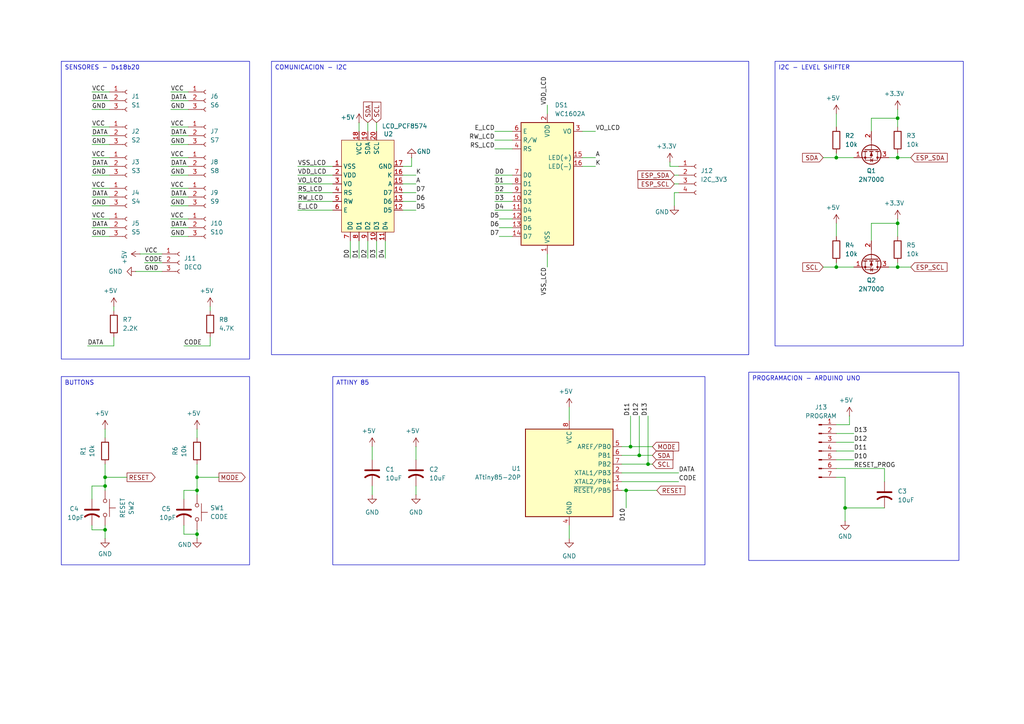
<source format=kicad_sch>
(kicad_sch
	(version 20250114)
	(generator "eeschema")
	(generator_version "9.0")
	(uuid "1c3acecf-bbda-4610-ae71-420ac3144347")
	(paper "A4")
	(title_block
		(title "Ds18b20 Board manager")
		(date "2025-8-8")
	)
	(lib_symbols
		(symbol "Connector:Conn_01x03_Socket"
			(pin_names
				(offset 1.016)
				(hide yes)
			)
			(exclude_from_sim no)
			(in_bom yes)
			(on_board yes)
			(property "Reference" "J"
				(at 0 5.08 0)
				(effects
					(font
						(size 1.27 1.27)
					)
				)
			)
			(property "Value" "Conn_01x03_Socket"
				(at 0 -5.08 0)
				(effects
					(font
						(size 1.27 1.27)
					)
				)
			)
			(property "Footprint" ""
				(at 0 0 0)
				(effects
					(font
						(size 1.27 1.27)
					)
					(hide yes)
				)
			)
			(property "Datasheet" "~"
				(at 0 0 0)
				(effects
					(font
						(size 1.27 1.27)
					)
					(hide yes)
				)
			)
			(property "Description" "Generic connector, single row, 01x03, script generated"
				(at 0 0 0)
				(effects
					(font
						(size 1.27 1.27)
					)
					(hide yes)
				)
			)
			(property "ki_locked" ""
				(at 0 0 0)
				(effects
					(font
						(size 1.27 1.27)
					)
				)
			)
			(property "ki_keywords" "connector"
				(at 0 0 0)
				(effects
					(font
						(size 1.27 1.27)
					)
					(hide yes)
				)
			)
			(property "ki_fp_filters" "Connector*:*_1x??_*"
				(at 0 0 0)
				(effects
					(font
						(size 1.27 1.27)
					)
					(hide yes)
				)
			)
			(symbol "Conn_01x03_Socket_1_1"
				(polyline
					(pts
						(xy -1.27 2.54) (xy -0.508 2.54)
					)
					(stroke
						(width 0.1524)
						(type default)
					)
					(fill
						(type none)
					)
				)
				(polyline
					(pts
						(xy -1.27 0) (xy -0.508 0)
					)
					(stroke
						(width 0.1524)
						(type default)
					)
					(fill
						(type none)
					)
				)
				(polyline
					(pts
						(xy -1.27 -2.54) (xy -0.508 -2.54)
					)
					(stroke
						(width 0.1524)
						(type default)
					)
					(fill
						(type none)
					)
				)
				(arc
					(start 0 2.032)
					(mid -0.5058 2.54)
					(end 0 3.048)
					(stroke
						(width 0.1524)
						(type default)
					)
					(fill
						(type none)
					)
				)
				(arc
					(start 0 -0.508)
					(mid -0.5058 0)
					(end 0 0.508)
					(stroke
						(width 0.1524)
						(type default)
					)
					(fill
						(type none)
					)
				)
				(arc
					(start 0 -3.048)
					(mid -0.5058 -2.54)
					(end 0 -2.032)
					(stroke
						(width 0.1524)
						(type default)
					)
					(fill
						(type none)
					)
				)
				(pin passive line
					(at -5.08 2.54 0)
					(length 3.81)
					(name "Pin_1"
						(effects
							(font
								(size 1.27 1.27)
							)
						)
					)
					(number "1"
						(effects
							(font
								(size 1.27 1.27)
							)
						)
					)
				)
				(pin passive line
					(at -5.08 0 0)
					(length 3.81)
					(name "Pin_2"
						(effects
							(font
								(size 1.27 1.27)
							)
						)
					)
					(number "2"
						(effects
							(font
								(size 1.27 1.27)
							)
						)
					)
				)
				(pin passive line
					(at -5.08 -2.54 0)
					(length 3.81)
					(name "Pin_3"
						(effects
							(font
								(size 1.27 1.27)
							)
						)
					)
					(number "3"
						(effects
							(font
								(size 1.27 1.27)
							)
						)
					)
				)
			)
			(embedded_fonts no)
		)
		(symbol "Connector:Conn_01x04_Socket"
			(pin_names
				(offset 1.016)
				(hide yes)
			)
			(exclude_from_sim no)
			(in_bom yes)
			(on_board yes)
			(property "Reference" "J"
				(at 0 5.08 0)
				(effects
					(font
						(size 1.27 1.27)
					)
				)
			)
			(property "Value" "Conn_01x04_Socket"
				(at 0 -7.62 0)
				(effects
					(font
						(size 1.27 1.27)
					)
				)
			)
			(property "Footprint" ""
				(at 0 0 0)
				(effects
					(font
						(size 1.27 1.27)
					)
					(hide yes)
				)
			)
			(property "Datasheet" "~"
				(at 0 0 0)
				(effects
					(font
						(size 1.27 1.27)
					)
					(hide yes)
				)
			)
			(property "Description" "Generic connector, single row, 01x04, script generated"
				(at 0 0 0)
				(effects
					(font
						(size 1.27 1.27)
					)
					(hide yes)
				)
			)
			(property "ki_locked" ""
				(at 0 0 0)
				(effects
					(font
						(size 1.27 1.27)
					)
				)
			)
			(property "ki_keywords" "connector"
				(at 0 0 0)
				(effects
					(font
						(size 1.27 1.27)
					)
					(hide yes)
				)
			)
			(property "ki_fp_filters" "Connector*:*_1x??_*"
				(at 0 0 0)
				(effects
					(font
						(size 1.27 1.27)
					)
					(hide yes)
				)
			)
			(symbol "Conn_01x04_Socket_1_1"
				(polyline
					(pts
						(xy -1.27 2.54) (xy -0.508 2.54)
					)
					(stroke
						(width 0.1524)
						(type default)
					)
					(fill
						(type none)
					)
				)
				(polyline
					(pts
						(xy -1.27 0) (xy -0.508 0)
					)
					(stroke
						(width 0.1524)
						(type default)
					)
					(fill
						(type none)
					)
				)
				(polyline
					(pts
						(xy -1.27 -2.54) (xy -0.508 -2.54)
					)
					(stroke
						(width 0.1524)
						(type default)
					)
					(fill
						(type none)
					)
				)
				(polyline
					(pts
						(xy -1.27 -5.08) (xy -0.508 -5.08)
					)
					(stroke
						(width 0.1524)
						(type default)
					)
					(fill
						(type none)
					)
				)
				(arc
					(start 0 2.032)
					(mid -0.5058 2.54)
					(end 0 3.048)
					(stroke
						(width 0.1524)
						(type default)
					)
					(fill
						(type none)
					)
				)
				(arc
					(start 0 -0.508)
					(mid -0.5058 0)
					(end 0 0.508)
					(stroke
						(width 0.1524)
						(type default)
					)
					(fill
						(type none)
					)
				)
				(arc
					(start 0 -3.048)
					(mid -0.5058 -2.54)
					(end 0 -2.032)
					(stroke
						(width 0.1524)
						(type default)
					)
					(fill
						(type none)
					)
				)
				(arc
					(start 0 -5.588)
					(mid -0.5058 -5.08)
					(end 0 -4.572)
					(stroke
						(width 0.1524)
						(type default)
					)
					(fill
						(type none)
					)
				)
				(pin passive line
					(at -5.08 2.54 0)
					(length 3.81)
					(name "Pin_1"
						(effects
							(font
								(size 1.27 1.27)
							)
						)
					)
					(number "1"
						(effects
							(font
								(size 1.27 1.27)
							)
						)
					)
				)
				(pin passive line
					(at -5.08 0 0)
					(length 3.81)
					(name "Pin_2"
						(effects
							(font
								(size 1.27 1.27)
							)
						)
					)
					(number "2"
						(effects
							(font
								(size 1.27 1.27)
							)
						)
					)
				)
				(pin passive line
					(at -5.08 -2.54 0)
					(length 3.81)
					(name "Pin_3"
						(effects
							(font
								(size 1.27 1.27)
							)
						)
					)
					(number "3"
						(effects
							(font
								(size 1.27 1.27)
							)
						)
					)
				)
				(pin passive line
					(at -5.08 -5.08 0)
					(length 3.81)
					(name "Pin_4"
						(effects
							(font
								(size 1.27 1.27)
							)
						)
					)
					(number "4"
						(effects
							(font
								(size 1.27 1.27)
							)
						)
					)
				)
			)
			(embedded_fonts no)
		)
		(symbol "Connector:Conn_01x07_Pin"
			(pin_names
				(offset 1.016)
				(hide yes)
			)
			(exclude_from_sim no)
			(in_bom yes)
			(on_board yes)
			(property "Reference" "J"
				(at 0 10.16 0)
				(effects
					(font
						(size 1.27 1.27)
					)
				)
			)
			(property "Value" "Conn_01x07_Pin"
				(at 0 -10.16 0)
				(effects
					(font
						(size 1.27 1.27)
					)
				)
			)
			(property "Footprint" ""
				(at 0 0 0)
				(effects
					(font
						(size 1.27 1.27)
					)
					(hide yes)
				)
			)
			(property "Datasheet" "~"
				(at 0 0 0)
				(effects
					(font
						(size 1.27 1.27)
					)
					(hide yes)
				)
			)
			(property "Description" "Generic connector, single row, 01x07, script generated"
				(at 0 0 0)
				(effects
					(font
						(size 1.27 1.27)
					)
					(hide yes)
				)
			)
			(property "ki_locked" ""
				(at 0 0 0)
				(effects
					(font
						(size 1.27 1.27)
					)
				)
			)
			(property "ki_keywords" "connector"
				(at 0 0 0)
				(effects
					(font
						(size 1.27 1.27)
					)
					(hide yes)
				)
			)
			(property "ki_fp_filters" "Connector*:*_1x??_*"
				(at 0 0 0)
				(effects
					(font
						(size 1.27 1.27)
					)
					(hide yes)
				)
			)
			(symbol "Conn_01x07_Pin_1_1"
				(rectangle
					(start 0.8636 7.747)
					(end 0 7.493)
					(stroke
						(width 0.1524)
						(type default)
					)
					(fill
						(type outline)
					)
				)
				(rectangle
					(start 0.8636 5.207)
					(end 0 4.953)
					(stroke
						(width 0.1524)
						(type default)
					)
					(fill
						(type outline)
					)
				)
				(rectangle
					(start 0.8636 2.667)
					(end 0 2.413)
					(stroke
						(width 0.1524)
						(type default)
					)
					(fill
						(type outline)
					)
				)
				(rectangle
					(start 0.8636 0.127)
					(end 0 -0.127)
					(stroke
						(width 0.1524)
						(type default)
					)
					(fill
						(type outline)
					)
				)
				(rectangle
					(start 0.8636 -2.413)
					(end 0 -2.667)
					(stroke
						(width 0.1524)
						(type default)
					)
					(fill
						(type outline)
					)
				)
				(rectangle
					(start 0.8636 -4.953)
					(end 0 -5.207)
					(stroke
						(width 0.1524)
						(type default)
					)
					(fill
						(type outline)
					)
				)
				(rectangle
					(start 0.8636 -7.493)
					(end 0 -7.747)
					(stroke
						(width 0.1524)
						(type default)
					)
					(fill
						(type outline)
					)
				)
				(polyline
					(pts
						(xy 1.27 7.62) (xy 0.8636 7.62)
					)
					(stroke
						(width 0.1524)
						(type default)
					)
					(fill
						(type none)
					)
				)
				(polyline
					(pts
						(xy 1.27 5.08) (xy 0.8636 5.08)
					)
					(stroke
						(width 0.1524)
						(type default)
					)
					(fill
						(type none)
					)
				)
				(polyline
					(pts
						(xy 1.27 2.54) (xy 0.8636 2.54)
					)
					(stroke
						(width 0.1524)
						(type default)
					)
					(fill
						(type none)
					)
				)
				(polyline
					(pts
						(xy 1.27 0) (xy 0.8636 0)
					)
					(stroke
						(width 0.1524)
						(type default)
					)
					(fill
						(type none)
					)
				)
				(polyline
					(pts
						(xy 1.27 -2.54) (xy 0.8636 -2.54)
					)
					(stroke
						(width 0.1524)
						(type default)
					)
					(fill
						(type none)
					)
				)
				(polyline
					(pts
						(xy 1.27 -5.08) (xy 0.8636 -5.08)
					)
					(stroke
						(width 0.1524)
						(type default)
					)
					(fill
						(type none)
					)
				)
				(polyline
					(pts
						(xy 1.27 -7.62) (xy 0.8636 -7.62)
					)
					(stroke
						(width 0.1524)
						(type default)
					)
					(fill
						(type none)
					)
				)
				(pin passive line
					(at 5.08 7.62 180)
					(length 3.81)
					(name "Pin_1"
						(effects
							(font
								(size 1.27 1.27)
							)
						)
					)
					(number "1"
						(effects
							(font
								(size 1.27 1.27)
							)
						)
					)
				)
				(pin passive line
					(at 5.08 5.08 180)
					(length 3.81)
					(name "Pin_2"
						(effects
							(font
								(size 1.27 1.27)
							)
						)
					)
					(number "2"
						(effects
							(font
								(size 1.27 1.27)
							)
						)
					)
				)
				(pin passive line
					(at 5.08 2.54 180)
					(length 3.81)
					(name "Pin_3"
						(effects
							(font
								(size 1.27 1.27)
							)
						)
					)
					(number "3"
						(effects
							(font
								(size 1.27 1.27)
							)
						)
					)
				)
				(pin passive line
					(at 5.08 0 180)
					(length 3.81)
					(name "Pin_4"
						(effects
							(font
								(size 1.27 1.27)
							)
						)
					)
					(number "4"
						(effects
							(font
								(size 1.27 1.27)
							)
						)
					)
				)
				(pin passive line
					(at 5.08 -2.54 180)
					(length 3.81)
					(name "Pin_5"
						(effects
							(font
								(size 1.27 1.27)
							)
						)
					)
					(number "5"
						(effects
							(font
								(size 1.27 1.27)
							)
						)
					)
				)
				(pin passive line
					(at 5.08 -5.08 180)
					(length 3.81)
					(name "Pin_6"
						(effects
							(font
								(size 1.27 1.27)
							)
						)
					)
					(number "6"
						(effects
							(font
								(size 1.27 1.27)
							)
						)
					)
				)
				(pin passive line
					(at 5.08 -7.62 180)
					(length 3.81)
					(name "Pin_7"
						(effects
							(font
								(size 1.27 1.27)
							)
						)
					)
					(number "7"
						(effects
							(font
								(size 1.27 1.27)
							)
						)
					)
				)
			)
			(embedded_fonts no)
		)
		(symbol "Device:C_US"
			(pin_numbers
				(hide yes)
			)
			(pin_names
				(offset 0.254)
				(hide yes)
			)
			(exclude_from_sim no)
			(in_bom yes)
			(on_board yes)
			(property "Reference" "C"
				(at 0.635 2.54 0)
				(effects
					(font
						(size 1.27 1.27)
					)
					(justify left)
				)
			)
			(property "Value" "C_US"
				(at 0.635 -2.54 0)
				(effects
					(font
						(size 1.27 1.27)
					)
					(justify left)
				)
			)
			(property "Footprint" ""
				(at 0 0 0)
				(effects
					(font
						(size 1.27 1.27)
					)
					(hide yes)
				)
			)
			(property "Datasheet" ""
				(at 0 0 0)
				(effects
					(font
						(size 1.27 1.27)
					)
					(hide yes)
				)
			)
			(property "Description" "capacitor, US symbol"
				(at 0 0 0)
				(effects
					(font
						(size 1.27 1.27)
					)
					(hide yes)
				)
			)
			(property "ki_keywords" "cap capacitor"
				(at 0 0 0)
				(effects
					(font
						(size 1.27 1.27)
					)
					(hide yes)
				)
			)
			(property "ki_fp_filters" "C_*"
				(at 0 0 0)
				(effects
					(font
						(size 1.27 1.27)
					)
					(hide yes)
				)
			)
			(symbol "C_US_0_1"
				(polyline
					(pts
						(xy -2.032 0.762) (xy 2.032 0.762)
					)
					(stroke
						(width 0.508)
						(type default)
					)
					(fill
						(type none)
					)
				)
				(arc
					(start -2.032 -1.27)
					(mid 0 -0.5572)
					(end 2.032 -1.27)
					(stroke
						(width 0.508)
						(type default)
					)
					(fill
						(type none)
					)
				)
			)
			(symbol "C_US_1_1"
				(pin passive line
					(at 0 3.81 270)
					(length 2.794)
					(name "~"
						(effects
							(font
								(size 1.27 1.27)
							)
						)
					)
					(number "1"
						(effects
							(font
								(size 1.27 1.27)
							)
						)
					)
				)
				(pin passive line
					(at 0 -3.81 90)
					(length 3.302)
					(name "~"
						(effects
							(font
								(size 1.27 1.27)
							)
						)
					)
					(number "2"
						(effects
							(font
								(size 1.27 1.27)
							)
						)
					)
				)
			)
			(embedded_fonts no)
		)
		(symbol "Device:R"
			(pin_numbers
				(hide yes)
			)
			(pin_names
				(offset 0)
			)
			(exclude_from_sim no)
			(in_bom yes)
			(on_board yes)
			(property "Reference" "R"
				(at 2.032 0 90)
				(effects
					(font
						(size 1.27 1.27)
					)
				)
			)
			(property "Value" "R"
				(at 0 0 90)
				(effects
					(font
						(size 1.27 1.27)
					)
				)
			)
			(property "Footprint" ""
				(at -1.778 0 90)
				(effects
					(font
						(size 1.27 1.27)
					)
					(hide yes)
				)
			)
			(property "Datasheet" "~"
				(at 0 0 0)
				(effects
					(font
						(size 1.27 1.27)
					)
					(hide yes)
				)
			)
			(property "Description" "Resistor"
				(at 0 0 0)
				(effects
					(font
						(size 1.27 1.27)
					)
					(hide yes)
				)
			)
			(property "ki_keywords" "R res resistor"
				(at 0 0 0)
				(effects
					(font
						(size 1.27 1.27)
					)
					(hide yes)
				)
			)
			(property "ki_fp_filters" "R_*"
				(at 0 0 0)
				(effects
					(font
						(size 1.27 1.27)
					)
					(hide yes)
				)
			)
			(symbol "R_0_1"
				(rectangle
					(start -1.016 -2.54)
					(end 1.016 2.54)
					(stroke
						(width 0.254)
						(type default)
					)
					(fill
						(type none)
					)
				)
			)
			(symbol "R_1_1"
				(pin passive line
					(at 0 3.81 270)
					(length 1.27)
					(name "~"
						(effects
							(font
								(size 1.27 1.27)
							)
						)
					)
					(number "1"
						(effects
							(font
								(size 1.27 1.27)
							)
						)
					)
				)
				(pin passive line
					(at 0 -3.81 90)
					(length 1.27)
					(name "~"
						(effects
							(font
								(size 1.27 1.27)
							)
						)
					)
					(number "2"
						(effects
							(font
								(size 1.27 1.27)
							)
						)
					)
				)
			)
			(embedded_fonts no)
		)
		(symbol "Display_Character:WC1602A"
			(exclude_from_sim no)
			(in_bom yes)
			(on_board yes)
			(property "Reference" "DS"
				(at -5.842 19.05 0)
				(effects
					(font
						(size 1.27 1.27)
					)
				)
			)
			(property "Value" "WC1602A"
				(at 5.334 19.05 0)
				(effects
					(font
						(size 1.27 1.27)
					)
				)
			)
			(property "Footprint" "Display:WC1602A"
				(at 0 -22.86 0)
				(effects
					(font
						(size 1.27 1.27)
						(italic yes)
					)
					(hide yes)
				)
			)
			(property "Datasheet" "http://www.wincomlcd.com/pdf/WC1602A-SFYLYHTC06.pdf"
				(at 17.78 0 0)
				(effects
					(font
						(size 1.27 1.27)
					)
					(hide yes)
				)
			)
			(property "Description" "LCD 16x2 Alphanumeric , 8 bit parallel bus, 5V VDD"
				(at 0 0 0)
				(effects
					(font
						(size 1.27 1.27)
					)
					(hide yes)
				)
			)
			(property "ki_keywords" "display LCD dot-matrix"
				(at 0 0 0)
				(effects
					(font
						(size 1.27 1.27)
					)
					(hide yes)
				)
			)
			(property "ki_fp_filters" "*WC*1602A*"
				(at 0 0 0)
				(effects
					(font
						(size 1.27 1.27)
					)
					(hide yes)
				)
			)
			(symbol "WC1602A_1_1"
				(rectangle
					(start -7.62 17.78)
					(end 7.62 -17.78)
					(stroke
						(width 0.254)
						(type default)
					)
					(fill
						(type background)
					)
				)
				(pin input line
					(at -10.16 15.24 0)
					(length 2.54)
					(name "E"
						(effects
							(font
								(size 1.27 1.27)
							)
						)
					)
					(number "6"
						(effects
							(font
								(size 1.27 1.27)
							)
						)
					)
				)
				(pin input line
					(at -10.16 12.7 0)
					(length 2.54)
					(name "R/W"
						(effects
							(font
								(size 1.27 1.27)
							)
						)
					)
					(number "5"
						(effects
							(font
								(size 1.27 1.27)
							)
						)
					)
				)
				(pin input line
					(at -10.16 10.16 0)
					(length 2.54)
					(name "RS"
						(effects
							(font
								(size 1.27 1.27)
							)
						)
					)
					(number "4"
						(effects
							(font
								(size 1.27 1.27)
							)
						)
					)
				)
				(pin input line
					(at -10.16 2.54 0)
					(length 2.54)
					(name "D0"
						(effects
							(font
								(size 1.27 1.27)
							)
						)
					)
					(number "7"
						(effects
							(font
								(size 1.27 1.27)
							)
						)
					)
				)
				(pin input line
					(at -10.16 0 0)
					(length 2.54)
					(name "D1"
						(effects
							(font
								(size 1.27 1.27)
							)
						)
					)
					(number "8"
						(effects
							(font
								(size 1.27 1.27)
							)
						)
					)
				)
				(pin input line
					(at -10.16 -2.54 0)
					(length 2.54)
					(name "D2"
						(effects
							(font
								(size 1.27 1.27)
							)
						)
					)
					(number "9"
						(effects
							(font
								(size 1.27 1.27)
							)
						)
					)
				)
				(pin input line
					(at -10.16 -5.08 0)
					(length 2.54)
					(name "D3"
						(effects
							(font
								(size 1.27 1.27)
							)
						)
					)
					(number "10"
						(effects
							(font
								(size 1.27 1.27)
							)
						)
					)
				)
				(pin input line
					(at -10.16 -7.62 0)
					(length 2.54)
					(name "D4"
						(effects
							(font
								(size 1.27 1.27)
							)
						)
					)
					(number "11"
						(effects
							(font
								(size 1.27 1.27)
							)
						)
					)
				)
				(pin input line
					(at -10.16 -10.16 0)
					(length 2.54)
					(name "D5"
						(effects
							(font
								(size 1.27 1.27)
							)
						)
					)
					(number "12"
						(effects
							(font
								(size 1.27 1.27)
							)
						)
					)
				)
				(pin input line
					(at -10.16 -12.7 0)
					(length 2.54)
					(name "D6"
						(effects
							(font
								(size 1.27 1.27)
							)
						)
					)
					(number "13"
						(effects
							(font
								(size 1.27 1.27)
							)
						)
					)
				)
				(pin input line
					(at -10.16 -15.24 0)
					(length 2.54)
					(name "D7"
						(effects
							(font
								(size 1.27 1.27)
							)
						)
					)
					(number "14"
						(effects
							(font
								(size 1.27 1.27)
							)
						)
					)
				)
				(pin power_in line
					(at 0 20.32 270)
					(length 2.54)
					(name "VDD"
						(effects
							(font
								(size 1.27 1.27)
							)
						)
					)
					(number "2"
						(effects
							(font
								(size 1.27 1.27)
							)
						)
					)
				)
				(pin power_in line
					(at 0 -20.32 90)
					(length 2.54)
					(name "VSS"
						(effects
							(font
								(size 1.27 1.27)
							)
						)
					)
					(number "1"
						(effects
							(font
								(size 1.27 1.27)
							)
						)
					)
				)
				(pin input line
					(at 10.16 15.24 180)
					(length 2.54)
					(name "VO"
						(effects
							(font
								(size 1.27 1.27)
							)
						)
					)
					(number "3"
						(effects
							(font
								(size 1.27 1.27)
							)
						)
					)
				)
				(pin power_in line
					(at 10.16 7.62 180)
					(length 2.54)
					(name "LED(+)"
						(effects
							(font
								(size 1.27 1.27)
							)
						)
					)
					(number "15"
						(effects
							(font
								(size 1.27 1.27)
							)
						)
					)
				)
				(pin power_in line
					(at 10.16 5.08 180)
					(length 2.54)
					(name "LED(-)"
						(effects
							(font
								(size 1.27 1.27)
							)
						)
					)
					(number "16"
						(effects
							(font
								(size 1.27 1.27)
							)
						)
					)
				)
			)
			(embedded_fonts no)
		)
		(symbol "MCU_Microchip_ATtiny:ATtiny85-20P"
			(exclude_from_sim no)
			(in_bom yes)
			(on_board yes)
			(property "Reference" "U"
				(at -12.7 13.97 0)
				(effects
					(font
						(size 1.27 1.27)
					)
					(justify left bottom)
				)
			)
			(property "Value" "ATtiny85-20P"
				(at 2.54 -13.97 0)
				(effects
					(font
						(size 1.27 1.27)
					)
					(justify left top)
				)
			)
			(property "Footprint" "Package_DIP:DIP-8_W7.62mm"
				(at 0 0 0)
				(effects
					(font
						(size 1.27 1.27)
						(italic yes)
					)
					(hide yes)
				)
			)
			(property "Datasheet" "http://ww1.microchip.com/downloads/en/DeviceDoc/atmel-2586-avr-8-bit-microcontroller-attiny25-attiny45-attiny85_datasheet.pdf"
				(at 0 0 0)
				(effects
					(font
						(size 1.27 1.27)
					)
					(hide yes)
				)
			)
			(property "Description" "20MHz, 8kB Flash, 512B SRAM, 512B EEPROM, debugWIRE, DIP-8"
				(at 0 0 0)
				(effects
					(font
						(size 1.27 1.27)
					)
					(hide yes)
				)
			)
			(property "ki_keywords" "AVR 8bit Microcontroller tinyAVR"
				(at 0 0 0)
				(effects
					(font
						(size 1.27 1.27)
					)
					(hide yes)
				)
			)
			(property "ki_fp_filters" "DIP*W7.62mm*"
				(at 0 0 0)
				(effects
					(font
						(size 1.27 1.27)
					)
					(hide yes)
				)
			)
			(symbol "ATtiny85-20P_0_1"
				(rectangle
					(start -12.7 -12.7)
					(end 12.7 12.7)
					(stroke
						(width 0.254)
						(type default)
					)
					(fill
						(type background)
					)
				)
			)
			(symbol "ATtiny85-20P_1_1"
				(pin power_in line
					(at 0 15.24 270)
					(length 2.54)
					(name "VCC"
						(effects
							(font
								(size 1.27 1.27)
							)
						)
					)
					(number "8"
						(effects
							(font
								(size 1.27 1.27)
							)
						)
					)
				)
				(pin power_in line
					(at 0 -15.24 90)
					(length 2.54)
					(name "GND"
						(effects
							(font
								(size 1.27 1.27)
							)
						)
					)
					(number "4"
						(effects
							(font
								(size 1.27 1.27)
							)
						)
					)
				)
				(pin bidirectional line
					(at 15.24 7.62 180)
					(length 2.54)
					(name "AREF/PB0"
						(effects
							(font
								(size 1.27 1.27)
							)
						)
					)
					(number "5"
						(effects
							(font
								(size 1.27 1.27)
							)
						)
					)
				)
				(pin bidirectional line
					(at 15.24 5.08 180)
					(length 2.54)
					(name "PB1"
						(effects
							(font
								(size 1.27 1.27)
							)
						)
					)
					(number "6"
						(effects
							(font
								(size 1.27 1.27)
							)
						)
					)
				)
				(pin bidirectional line
					(at 15.24 2.54 180)
					(length 2.54)
					(name "PB2"
						(effects
							(font
								(size 1.27 1.27)
							)
						)
					)
					(number "7"
						(effects
							(font
								(size 1.27 1.27)
							)
						)
					)
				)
				(pin bidirectional line
					(at 15.24 0 180)
					(length 2.54)
					(name "XTAL1/PB3"
						(effects
							(font
								(size 1.27 1.27)
							)
						)
					)
					(number "2"
						(effects
							(font
								(size 1.27 1.27)
							)
						)
					)
				)
				(pin bidirectional line
					(at 15.24 -2.54 180)
					(length 2.54)
					(name "XTAL2/PB4"
						(effects
							(font
								(size 1.27 1.27)
							)
						)
					)
					(number "3"
						(effects
							(font
								(size 1.27 1.27)
							)
						)
					)
				)
				(pin bidirectional line
					(at 15.24 -5.08 180)
					(length 2.54)
					(name "~{RESET}/PB5"
						(effects
							(font
								(size 1.27 1.27)
							)
						)
					)
					(number "1"
						(effects
							(font
								(size 1.27 1.27)
							)
						)
					)
				)
			)
			(embedded_fonts no)
		)
		(symbol "PERSONALIZADA:LCD_PCF8574_Board_Module"
			(exclude_from_sim no)
			(in_bom yes)
			(on_board yes)
			(property "Reference" "Board_Module"
				(at 4.572 15.748 0)
				(effects
					(font
						(size 1.27 1.27)
					)
					(justify left)
				)
			)
			(property "Value" "LCD_PCF8574"
				(at 4.064 18.034 0)
				(effects
					(font
						(size 1.27 1.27)
					)
					(justify left)
				)
			)
			(property "Footprint" ""
				(at 0 0 0)
				(effects
					(font
						(size 1.27 1.27)
					)
					(hide yes)
				)
			)
			(property "Datasheet" ""
				(at 0 0 0)
				(effects
					(font
						(size 1.27 1.27)
					)
					(hide yes)
				)
			)
			(property "Description" ""
				(at 0 0 0)
				(effects
					(font
						(size 1.27 1.27)
					)
					(hide yes)
				)
			)
			(symbol "LCD_PCF8574_Board_Module_1_1"
				(rectangle
					(start -7.62 13.97)
					(end 7.62 -12.7)
					(stroke
						(width 0)
						(type solid)
					)
					(fill
						(type background)
					)
				)
				(pin passive line
					(at -10.16 6.35 0)
					(length 2.54)
					(name "VSS"
						(effects
							(font
								(size 1.27 1.27)
							)
						)
					)
					(number "1"
						(effects
							(font
								(size 1.27 1.27)
							)
						)
					)
				)
				(pin passive line
					(at -10.16 3.81 0)
					(length 2.54)
					(name "VDD"
						(effects
							(font
								(size 1.27 1.27)
							)
						)
					)
					(number "2"
						(effects
							(font
								(size 1.27 1.27)
							)
						)
					)
				)
				(pin passive line
					(at -10.16 1.27 0)
					(length 2.54)
					(name "VO"
						(effects
							(font
								(size 1.27 1.27)
							)
						)
					)
					(number "3"
						(effects
							(font
								(size 1.27 1.27)
							)
						)
					)
				)
				(pin passive line
					(at -10.16 -1.27 0)
					(length 2.54)
					(name "RS"
						(effects
							(font
								(size 1.27 1.27)
							)
						)
					)
					(number "4"
						(effects
							(font
								(size 1.27 1.27)
							)
						)
					)
				)
				(pin passive line
					(at -10.16 -3.81 0)
					(length 2.54)
					(name "RW"
						(effects
							(font
								(size 1.27 1.27)
							)
						)
					)
					(number "5"
						(effects
							(font
								(size 1.27 1.27)
							)
						)
					)
				)
				(pin passive line
					(at -10.16 -6.35 0)
					(length 2.54)
					(name "E"
						(effects
							(font
								(size 1.27 1.27)
							)
						)
					)
					(number "6"
						(effects
							(font
								(size 1.27 1.27)
							)
						)
					)
				)
				(pin passive line
					(at -5.08 -15.24 90)
					(length 2.54)
					(name "D0"
						(effects
							(font
								(size 1.27 1.27)
							)
						)
					)
					(number "7"
						(effects
							(font
								(size 1.27 1.27)
							)
						)
					)
				)
				(pin passive line
					(at -2.54 16.51 270)
					(length 2.54)
					(name "VCC"
						(effects
							(font
								(size 1.27 1.27)
							)
						)
					)
					(number "18"
						(effects
							(font
								(size 1.27 1.27)
							)
						)
					)
				)
				(pin passive line
					(at -2.54 -15.24 90)
					(length 2.54)
					(name "D1"
						(effects
							(font
								(size 1.27 1.27)
							)
						)
					)
					(number "8"
						(effects
							(font
								(size 1.27 1.27)
							)
						)
					)
				)
				(pin passive line
					(at 0 16.51 270)
					(length 2.54)
					(name "SDA"
						(effects
							(font
								(size 1.27 1.27)
							)
						)
					)
					(number "19"
						(effects
							(font
								(size 1.27 1.27)
							)
						)
					)
				)
				(pin passive line
					(at 0 -15.24 90)
					(length 2.54)
					(name "D2"
						(effects
							(font
								(size 1.27 1.27)
							)
						)
					)
					(number "9"
						(effects
							(font
								(size 1.27 1.27)
							)
						)
					)
				)
				(pin passive line
					(at 2.54 16.51 270)
					(length 2.54)
					(name "SCL"
						(effects
							(font
								(size 1.27 1.27)
							)
						)
					)
					(number "20"
						(effects
							(font
								(size 1.27 1.27)
							)
						)
					)
				)
				(pin passive line
					(at 2.54 -15.24 90)
					(length 2.54)
					(name "D3"
						(effects
							(font
								(size 1.27 1.27)
							)
						)
					)
					(number "10"
						(effects
							(font
								(size 1.27 1.27)
							)
						)
					)
				)
				(pin passive line
					(at 5.08 -15.24 90)
					(length 2.54)
					(name "D4"
						(effects
							(font
								(size 1.27 1.27)
							)
						)
					)
					(number "11"
						(effects
							(font
								(size 1.27 1.27)
							)
						)
					)
				)
				(pin passive line
					(at 10.16 6.35 180)
					(length 2.54)
					(name "GND"
						(effects
							(font
								(size 1.27 1.27)
							)
						)
					)
					(number "17"
						(effects
							(font
								(size 1.27 1.27)
							)
						)
					)
				)
				(pin passive line
					(at 10.16 3.81 180)
					(length 2.54)
					(name "K"
						(effects
							(font
								(size 1.27 1.27)
							)
						)
					)
					(number "16"
						(effects
							(font
								(size 1.27 1.27)
							)
						)
					)
				)
				(pin passive line
					(at 10.16 1.27 180)
					(length 2.54)
					(name "A"
						(effects
							(font
								(size 1.27 1.27)
							)
						)
					)
					(number "15"
						(effects
							(font
								(size 1.27 1.27)
							)
						)
					)
				)
				(pin passive line
					(at 10.16 -1.27 180)
					(length 2.54)
					(name "D7"
						(effects
							(font
								(size 1.27 1.27)
							)
						)
					)
					(number "14"
						(effects
							(font
								(size 1.27 1.27)
							)
						)
					)
				)
				(pin passive line
					(at 10.16 -3.81 180)
					(length 2.54)
					(name "D6"
						(effects
							(font
								(size 1.27 1.27)
							)
						)
					)
					(number "13"
						(effects
							(font
								(size 1.27 1.27)
							)
						)
					)
				)
				(pin passive line
					(at 10.16 -6.35 180)
					(length 2.54)
					(name "D5"
						(effects
							(font
								(size 1.27 1.27)
							)
						)
					)
					(number "12"
						(effects
							(font
								(size 1.27 1.27)
							)
						)
					)
				)
			)
			(embedded_fonts no)
		)
		(symbol "Switch:SW_Push"
			(pin_numbers
				(hide yes)
			)
			(pin_names
				(offset 1.016)
				(hide yes)
			)
			(exclude_from_sim no)
			(in_bom yes)
			(on_board yes)
			(property "Reference" "SW"
				(at 1.27 2.54 0)
				(effects
					(font
						(size 1.27 1.27)
					)
					(justify left)
				)
			)
			(property "Value" "SW_Push"
				(at 0 -1.524 0)
				(effects
					(font
						(size 1.27 1.27)
					)
				)
			)
			(property "Footprint" ""
				(at 0 5.08 0)
				(effects
					(font
						(size 1.27 1.27)
					)
					(hide yes)
				)
			)
			(property "Datasheet" "~"
				(at 0 5.08 0)
				(effects
					(font
						(size 1.27 1.27)
					)
					(hide yes)
				)
			)
			(property "Description" "Push button switch, generic, two pins"
				(at 0 0 0)
				(effects
					(font
						(size 1.27 1.27)
					)
					(hide yes)
				)
			)
			(property "ki_keywords" "switch normally-open pushbutton push-button"
				(at 0 0 0)
				(effects
					(font
						(size 1.27 1.27)
					)
					(hide yes)
				)
			)
			(symbol "SW_Push_0_1"
				(circle
					(center -2.032 0)
					(radius 0.508)
					(stroke
						(width 0)
						(type default)
					)
					(fill
						(type none)
					)
				)
				(polyline
					(pts
						(xy 0 1.27) (xy 0 3.048)
					)
					(stroke
						(width 0)
						(type default)
					)
					(fill
						(type none)
					)
				)
				(circle
					(center 2.032 0)
					(radius 0.508)
					(stroke
						(width 0)
						(type default)
					)
					(fill
						(type none)
					)
				)
				(polyline
					(pts
						(xy 2.54 1.27) (xy -2.54 1.27)
					)
					(stroke
						(width 0)
						(type default)
					)
					(fill
						(type none)
					)
				)
				(pin passive line
					(at -5.08 0 0)
					(length 2.54)
					(name "1"
						(effects
							(font
								(size 1.27 1.27)
							)
						)
					)
					(number "1"
						(effects
							(font
								(size 1.27 1.27)
							)
						)
					)
				)
				(pin passive line
					(at 5.08 0 180)
					(length 2.54)
					(name "2"
						(effects
							(font
								(size 1.27 1.27)
							)
						)
					)
					(number "2"
						(effects
							(font
								(size 1.27 1.27)
							)
						)
					)
				)
			)
			(embedded_fonts no)
		)
		(symbol "Transistor_FET:2N7000"
			(pin_names
				(hide yes)
			)
			(exclude_from_sim no)
			(in_bom yes)
			(on_board yes)
			(property "Reference" "Q"
				(at 5.08 1.905 0)
				(effects
					(font
						(size 1.27 1.27)
					)
					(justify left)
				)
			)
			(property "Value" "2N7000"
				(at 5.08 0 0)
				(effects
					(font
						(size 1.27 1.27)
					)
					(justify left)
				)
			)
			(property "Footprint" "Package_TO_SOT_THT:TO-92_Inline"
				(at 5.08 -1.905 0)
				(effects
					(font
						(size 1.27 1.27)
						(italic yes)
					)
					(justify left)
					(hide yes)
				)
			)
			(property "Datasheet" "https://www.vishay.com/docs/70226/70226.pdf"
				(at 5.08 -3.81 0)
				(effects
					(font
						(size 1.27 1.27)
					)
					(justify left)
					(hide yes)
				)
			)
			(property "Description" "0.2A Id, 200V Vds, N-Channel MOSFET, 2.6V Logic Level, TO-92"
				(at 0 0 0)
				(effects
					(font
						(size 1.27 1.27)
					)
					(hide yes)
				)
			)
			(property "ki_keywords" "N-Channel MOSFET Logic-Level"
				(at 0 0 0)
				(effects
					(font
						(size 1.27 1.27)
					)
					(hide yes)
				)
			)
			(property "ki_fp_filters" "TO?92*"
				(at 0 0 0)
				(effects
					(font
						(size 1.27 1.27)
					)
					(hide yes)
				)
			)
			(symbol "2N7000_0_1"
				(polyline
					(pts
						(xy 0.254 1.905) (xy 0.254 -1.905)
					)
					(stroke
						(width 0.254)
						(type default)
					)
					(fill
						(type none)
					)
				)
				(polyline
					(pts
						(xy 0.254 0) (xy -2.54 0)
					)
					(stroke
						(width 0)
						(type default)
					)
					(fill
						(type none)
					)
				)
				(polyline
					(pts
						(xy 0.762 2.286) (xy 0.762 1.27)
					)
					(stroke
						(width 0.254)
						(type default)
					)
					(fill
						(type none)
					)
				)
				(polyline
					(pts
						(xy 0.762 0.508) (xy 0.762 -0.508)
					)
					(stroke
						(width 0.254)
						(type default)
					)
					(fill
						(type none)
					)
				)
				(polyline
					(pts
						(xy 0.762 -1.27) (xy 0.762 -2.286)
					)
					(stroke
						(width 0.254)
						(type default)
					)
					(fill
						(type none)
					)
				)
				(polyline
					(pts
						(xy 0.762 -1.778) (xy 3.302 -1.778) (xy 3.302 1.778) (xy 0.762 1.778)
					)
					(stroke
						(width 0)
						(type default)
					)
					(fill
						(type none)
					)
				)
				(polyline
					(pts
						(xy 1.016 0) (xy 2.032 0.381) (xy 2.032 -0.381) (xy 1.016 0)
					)
					(stroke
						(width 0)
						(type default)
					)
					(fill
						(type outline)
					)
				)
				(circle
					(center 1.651 0)
					(radius 2.794)
					(stroke
						(width 0.254)
						(type default)
					)
					(fill
						(type none)
					)
				)
				(polyline
					(pts
						(xy 2.54 2.54) (xy 2.54 1.778)
					)
					(stroke
						(width 0)
						(type default)
					)
					(fill
						(type none)
					)
				)
				(circle
					(center 2.54 1.778)
					(radius 0.254)
					(stroke
						(width 0)
						(type default)
					)
					(fill
						(type outline)
					)
				)
				(circle
					(center 2.54 -1.778)
					(radius 0.254)
					(stroke
						(width 0)
						(type default)
					)
					(fill
						(type outline)
					)
				)
				(polyline
					(pts
						(xy 2.54 -2.54) (xy 2.54 0) (xy 0.762 0)
					)
					(stroke
						(width 0)
						(type default)
					)
					(fill
						(type none)
					)
				)
				(polyline
					(pts
						(xy 2.794 0.508) (xy 2.921 0.381) (xy 3.683 0.381) (xy 3.81 0.254)
					)
					(stroke
						(width 0)
						(type default)
					)
					(fill
						(type none)
					)
				)
				(polyline
					(pts
						(xy 3.302 0.381) (xy 2.921 -0.254) (xy 3.683 -0.254) (xy 3.302 0.381)
					)
					(stroke
						(width 0)
						(type default)
					)
					(fill
						(type none)
					)
				)
			)
			(symbol "2N7000_1_1"
				(pin input line
					(at -5.08 0 0)
					(length 2.54)
					(name "G"
						(effects
							(font
								(size 1.27 1.27)
							)
						)
					)
					(number "2"
						(effects
							(font
								(size 1.27 1.27)
							)
						)
					)
				)
				(pin passive line
					(at 2.54 5.08 270)
					(length 2.54)
					(name "D"
						(effects
							(font
								(size 1.27 1.27)
							)
						)
					)
					(number "3"
						(effects
							(font
								(size 1.27 1.27)
							)
						)
					)
				)
				(pin passive line
					(at 2.54 -5.08 90)
					(length 2.54)
					(name "S"
						(effects
							(font
								(size 1.27 1.27)
							)
						)
					)
					(number "1"
						(effects
							(font
								(size 1.27 1.27)
							)
						)
					)
				)
			)
			(embedded_fonts no)
		)
		(symbol "power:+3.3V"
			(power)
			(pin_numbers
				(hide yes)
			)
			(pin_names
				(offset 0)
				(hide yes)
			)
			(exclude_from_sim no)
			(in_bom yes)
			(on_board yes)
			(property "Reference" "#PWR"
				(at 0 -3.81 0)
				(effects
					(font
						(size 1.27 1.27)
					)
					(hide yes)
				)
			)
			(property "Value" "+3.3V"
				(at 0 3.556 0)
				(effects
					(font
						(size 1.27 1.27)
					)
				)
			)
			(property "Footprint" ""
				(at 0 0 0)
				(effects
					(font
						(size 1.27 1.27)
					)
					(hide yes)
				)
			)
			(property "Datasheet" ""
				(at 0 0 0)
				(effects
					(font
						(size 1.27 1.27)
					)
					(hide yes)
				)
			)
			(property "Description" "Power symbol creates a global label with name \"+3.3V\""
				(at 0 0 0)
				(effects
					(font
						(size 1.27 1.27)
					)
					(hide yes)
				)
			)
			(property "ki_keywords" "global power"
				(at 0 0 0)
				(effects
					(font
						(size 1.27 1.27)
					)
					(hide yes)
				)
			)
			(symbol "+3.3V_0_1"
				(polyline
					(pts
						(xy -0.762 1.27) (xy 0 2.54)
					)
					(stroke
						(width 0)
						(type default)
					)
					(fill
						(type none)
					)
				)
				(polyline
					(pts
						(xy 0 2.54) (xy 0.762 1.27)
					)
					(stroke
						(width 0)
						(type default)
					)
					(fill
						(type none)
					)
				)
				(polyline
					(pts
						(xy 0 0) (xy 0 2.54)
					)
					(stroke
						(width 0)
						(type default)
					)
					(fill
						(type none)
					)
				)
			)
			(symbol "+3.3V_1_1"
				(pin power_in line
					(at 0 0 90)
					(length 0)
					(name "~"
						(effects
							(font
								(size 1.27 1.27)
							)
						)
					)
					(number "1"
						(effects
							(font
								(size 1.27 1.27)
							)
						)
					)
				)
			)
			(embedded_fonts no)
		)
		(symbol "power:GND"
			(power)
			(pin_numbers
				(hide yes)
			)
			(pin_names
				(offset 0)
				(hide yes)
			)
			(exclude_from_sim no)
			(in_bom yes)
			(on_board yes)
			(property "Reference" "#PWR"
				(at 0 -6.35 0)
				(effects
					(font
						(size 1.27 1.27)
					)
					(hide yes)
				)
			)
			(property "Value" "GND"
				(at 0 -3.81 0)
				(effects
					(font
						(size 1.27 1.27)
					)
				)
			)
			(property "Footprint" ""
				(at 0 0 0)
				(effects
					(font
						(size 1.27 1.27)
					)
					(hide yes)
				)
			)
			(property "Datasheet" ""
				(at 0 0 0)
				(effects
					(font
						(size 1.27 1.27)
					)
					(hide yes)
				)
			)
			(property "Description" "Power symbol creates a global label with name \"GND\" , ground"
				(at 0 0 0)
				(effects
					(font
						(size 1.27 1.27)
					)
					(hide yes)
				)
			)
			(property "ki_keywords" "global power"
				(at 0 0 0)
				(effects
					(font
						(size 1.27 1.27)
					)
					(hide yes)
				)
			)
			(symbol "GND_0_1"
				(polyline
					(pts
						(xy 0 0) (xy 0 -1.27) (xy 1.27 -1.27) (xy 0 -2.54) (xy -1.27 -1.27) (xy 0 -1.27)
					)
					(stroke
						(width 0)
						(type default)
					)
					(fill
						(type none)
					)
				)
			)
			(symbol "GND_1_1"
				(pin power_in line
					(at 0 0 270)
					(length 0)
					(name "~"
						(effects
							(font
								(size 1.27 1.27)
							)
						)
					)
					(number "1"
						(effects
							(font
								(size 1.27 1.27)
							)
						)
					)
				)
			)
			(embedded_fonts no)
		)
	)
	(text_box "SENSORES - Ds18b20 "
		(exclude_from_sim no)
		(at 17.78 17.78 0)
		(size 54.61 86.36)
		(margins 0.9525 0.9525 0.9525 0.9525)
		(stroke
			(width 0)
			(type solid)
		)
		(fill
			(type none)
		)
		(effects
			(font
				(size 1.27 1.27)
			)
			(justify left top)
		)
		(uuid "899446ba-1d7a-4711-b810-615a46a77835")
	)
	(text_box "ATTINY 85"
		(exclude_from_sim no)
		(at 96.52 109.22 0)
		(size 107.95 54.61)
		(margins 0.9525 0.9525 0.9525 0.9525)
		(stroke
			(width 0)
			(type solid)
		)
		(fill
			(type none)
		)
		(effects
			(font
				(size 1.27 1.27)
			)
			(justify left top)
		)
		(uuid "969b6f1d-1ad3-4b1a-b38f-9b67f23be0cc")
	)
	(text_box "PROGRAMACION - ARDUINO UNO\n"
		(exclude_from_sim no)
		(at 217.17 107.95 0)
		(size 60.96 54.61)
		(margins 0.9525 0.9525 0.9525 0.9525)
		(stroke
			(width 0)
			(type solid)
		)
		(fill
			(type none)
		)
		(effects
			(font
				(size 1.27 1.27)
			)
			(justify left top)
		)
		(uuid "b2806df0-a8cf-401f-9460-95232c9b7885")
	)
	(text_box "BUTTONS\n"
		(exclude_from_sim no)
		(at 17.78 109.22 0)
		(size 54.61 54.61)
		(margins 0.9525 0.9525 0.9525 0.9525)
		(stroke
			(width 0)
			(type solid)
		)
		(fill
			(type none)
		)
		(effects
			(font
				(size 1.27 1.27)
			)
			(justify left top)
		)
		(uuid "b6716dc4-86ce-4663-9896-fff55be95dbb")
	)
	(text_box "I2C - LEVEL SHIFTER"
		(exclude_from_sim no)
		(at 224.79 17.78 0)
		(size 54.61 82.55)
		(margins 0.9525 0.9525 0.9525 0.9525)
		(stroke
			(width 0)
			(type solid)
		)
		(fill
			(type none)
		)
		(effects
			(font
				(size 1.27 1.27)
			)
			(justify left top)
		)
		(uuid "f5c21dfa-3849-4598-ae53-bb701fb4c69c")
	)
	(text_box "COMUNICACION - I2C"
		(exclude_from_sim no)
		(at 78.74 17.78 0)
		(size 138.43 85.09)
		(margins 0.9525 0.9525 0.9525 0.9525)
		(stroke
			(width 0)
			(type solid)
		)
		(fill
			(type none)
		)
		(effects
			(font
				(size 1.27 1.27)
			)
			(justify left top)
		)
		(uuid "fad057a9-1414-420a-83fb-47a12f00c118")
	)
	(junction
		(at 57.15 138.43)
		(diameter 0)
		(color 0 0 0 0)
		(uuid "0c6f5ae8-0c17-4474-9046-74feb262aabc")
	)
	(junction
		(at 260.35 34.29)
		(diameter 0)
		(color 0 0 0 0)
		(uuid "0f7884a6-c445-4b2d-9776-5e2fc6b9a272")
	)
	(junction
		(at 242.57 45.72)
		(diameter 0)
		(color 0 0 0 0)
		(uuid "19a40160-796a-48d3-b61c-e2da6f4aa59d")
	)
	(junction
		(at 245.11 147.32)
		(diameter 0)
		(color 0 0 0 0)
		(uuid "316ec614-6c5c-4bef-a14f-1d9a483b36b8")
	)
	(junction
		(at 181.61 142.24)
		(diameter 0)
		(color 0 0 0 0)
		(uuid "4de49f1f-1a7a-4204-8e03-735e5afe7559")
	)
	(junction
		(at 260.35 45.72)
		(diameter 0)
		(color 0 0 0 0)
		(uuid "5d4ff34e-8e29-458d-ab56-5f0222ee8c00")
	)
	(junction
		(at 187.96 134.62)
		(diameter 0)
		(color 0 0 0 0)
		(uuid "66d8523b-697e-4617-b834-0b67c6c2e680")
	)
	(junction
		(at 30.48 153.67)
		(diameter 0)
		(color 0 0 0 0)
		(uuid "718b82bc-b9cb-4f87-90ba-a0ae1a0592bf")
	)
	(junction
		(at 185.42 132.08)
		(diameter 0)
		(color 0 0 0 0)
		(uuid "746ce660-872d-422c-b860-b8b208f8e0cf")
	)
	(junction
		(at 30.48 138.43)
		(diameter 0)
		(color 0 0 0 0)
		(uuid "8c67a168-85d4-4db8-a923-cd2e6c82bb70")
	)
	(junction
		(at 57.15 142.24)
		(diameter 0)
		(color 0 0 0 0)
		(uuid "8cd6762e-b0ae-431b-8568-6386ae84f0d6")
	)
	(junction
		(at 30.48 140.97)
		(diameter 0)
		(color 0 0 0 0)
		(uuid "9099b418-add7-4da6-8836-80ff7ee79d27")
	)
	(junction
		(at 57.15 154.94)
		(diameter 0)
		(color 0 0 0 0)
		(uuid "a2ec5ec2-5a43-4504-8a06-a06f763901e2")
	)
	(junction
		(at 260.35 77.47)
		(diameter 0)
		(color 0 0 0 0)
		(uuid "a455b358-c80a-4592-98ca-3ebd6f5a1d85")
	)
	(junction
		(at 242.57 77.47)
		(diameter 0)
		(color 0 0 0 0)
		(uuid "ac0d164d-433b-4362-a29d-28d0c097d222")
	)
	(junction
		(at 182.88 129.54)
		(diameter 0)
		(color 0 0 0 0)
		(uuid "c819ca6e-60e7-4ef9-a83d-a1430badacde")
	)
	(junction
		(at 260.35 64.77)
		(diameter 0)
		(color 0 0 0 0)
		(uuid "d3fdda0c-daf0-488d-8d1c-42a44a581c43")
	)
	(wire
		(pts
			(xy 144.78 68.58) (xy 148.59 68.58)
		)
		(stroke
			(width 0)
			(type default)
		)
		(uuid "00beee3c-911a-40ae-8a50-635918e6fcad")
	)
	(wire
		(pts
			(xy 26.67 153.67) (xy 30.48 153.67)
		)
		(stroke
			(width 0)
			(type default)
		)
		(uuid "011c060e-724e-48aa-8120-4ab5efe93f98")
	)
	(wire
		(pts
			(xy 116.84 60.96) (xy 120.65 60.96)
		)
		(stroke
			(width 0)
			(type default)
		)
		(uuid "0263d63d-a662-4cee-a9f7-d9c18c52d70f")
	)
	(wire
		(pts
			(xy 242.57 125.73) (xy 247.65 125.73)
		)
		(stroke
			(width 0)
			(type default)
		)
		(uuid "0558408e-86fe-427f-bce0-d497b8388d74")
	)
	(wire
		(pts
			(xy 49.53 26.67) (xy 54.61 26.67)
		)
		(stroke
			(width 0)
			(type default)
		)
		(uuid "079164e2-bc85-495b-a389-1e9cc9ce5964")
	)
	(wire
		(pts
			(xy 57.15 124.46) (xy 57.15 127)
		)
		(stroke
			(width 0)
			(type default)
		)
		(uuid "08889096-970c-438a-8063-9b526bec4b33")
	)
	(wire
		(pts
			(xy 158.75 30.48) (xy 158.75 33.02)
		)
		(stroke
			(width 0)
			(type default)
		)
		(uuid "09be7592-f5eb-4dc5-a492-ca4258c811be")
	)
	(wire
		(pts
			(xy 180.34 132.08) (xy 185.42 132.08)
		)
		(stroke
			(width 0)
			(type default)
		)
		(uuid "0b131f47-a5f4-4a6f-82d0-3f0912b49ecd")
	)
	(wire
		(pts
			(xy 238.76 77.47) (xy 242.57 77.47)
		)
		(stroke
			(width 0)
			(type default)
		)
		(uuid "0ca9e614-86de-493b-8bbf-74c09a5fc2dc")
	)
	(wire
		(pts
			(xy 86.36 50.8) (xy 96.52 50.8)
		)
		(stroke
			(width 0)
			(type default)
		)
		(uuid "0cd13574-526c-4648-b386-296db8e6cf67")
	)
	(wire
		(pts
			(xy 242.57 133.35) (xy 247.65 133.35)
		)
		(stroke
			(width 0)
			(type default)
		)
		(uuid "0f689361-3681-4b8e-8c16-86aff2f43650")
	)
	(wire
		(pts
			(xy 57.15 134.62) (xy 57.15 138.43)
		)
		(stroke
			(width 0)
			(type default)
		)
		(uuid "0fb25b1b-3254-4c73-92d8-1f513781f0e7")
	)
	(wire
		(pts
			(xy 120.65 53.34) (xy 116.84 53.34)
		)
		(stroke
			(width 0)
			(type default)
		)
		(uuid "13ea0cdd-e1af-4957-ac27-492df2c26dfb")
	)
	(wire
		(pts
			(xy 172.72 48.26) (xy 168.91 48.26)
		)
		(stroke
			(width 0)
			(type default)
		)
		(uuid "160f41be-3f9d-4e84-bc16-49a468e585a1")
	)
	(wire
		(pts
			(xy 252.73 34.29) (xy 260.35 34.29)
		)
		(stroke
			(width 0)
			(type default)
		)
		(uuid "18e7886a-2687-4da7-9ff3-7327696e652f")
	)
	(wire
		(pts
			(xy 187.96 120.65) (xy 187.96 134.62)
		)
		(stroke
			(width 0)
			(type default)
		)
		(uuid "1a75b9ad-34a1-4874-ac3b-58c69861b0d6")
	)
	(wire
		(pts
			(xy 26.67 57.15) (xy 31.75 57.15)
		)
		(stroke
			(width 0)
			(type default)
		)
		(uuid "1aa99eab-8e84-43a9-93e1-61a0064a477a")
	)
	(wire
		(pts
			(xy 26.67 152.4) (xy 26.67 153.67)
		)
		(stroke
			(width 0)
			(type default)
		)
		(uuid "1ccd8dd8-8041-4db8-987a-ee160c578493")
	)
	(wire
		(pts
			(xy 30.48 152.4) (xy 30.48 153.67)
		)
		(stroke
			(width 0)
			(type default)
		)
		(uuid "1dea477d-ba8d-4256-bab0-91fe3a935cc0")
	)
	(wire
		(pts
			(xy 148.59 63.5) (xy 144.78 63.5)
		)
		(stroke
			(width 0)
			(type default)
		)
		(uuid "211c0171-7a49-498c-becd-fb21bf2e762c")
	)
	(wire
		(pts
			(xy 30.48 134.62) (xy 30.48 138.43)
		)
		(stroke
			(width 0)
			(type default)
		)
		(uuid "213431df-4765-4a35-9ab7-6ecfa6e708d5")
	)
	(wire
		(pts
			(xy 104.14 35.56) (xy 104.14 38.1)
		)
		(stroke
			(width 0)
			(type default)
		)
		(uuid "2165e029-5666-4bad-abed-027c990442bd")
	)
	(wire
		(pts
			(xy 49.53 50.8) (xy 54.61 50.8)
		)
		(stroke
			(width 0)
			(type default)
		)
		(uuid "2422e7ca-c2f0-4f5c-8c53-e9974ab8d511")
	)
	(wire
		(pts
			(xy 49.53 45.72) (xy 54.61 45.72)
		)
		(stroke
			(width 0)
			(type default)
		)
		(uuid "28b2eaea-664a-4432-99aa-29678b93399b")
	)
	(wire
		(pts
			(xy 41.91 76.2) (xy 46.99 76.2)
		)
		(stroke
			(width 0)
			(type default)
		)
		(uuid "28edc4d1-1e3c-4aed-9bdf-4a941afca07a")
	)
	(wire
		(pts
			(xy 26.67 41.91) (xy 31.75 41.91)
		)
		(stroke
			(width 0)
			(type default)
		)
		(uuid "2b4ee8d0-8e28-473b-a341-3e47832c3e1f")
	)
	(wire
		(pts
			(xy 260.35 44.45) (xy 260.35 45.72)
		)
		(stroke
			(width 0)
			(type default)
		)
		(uuid "2cae7525-a9f1-4599-bd8b-8b6d2da62e0b")
	)
	(wire
		(pts
			(xy 182.88 129.54) (xy 189.23 129.54)
		)
		(stroke
			(width 0)
			(type default)
		)
		(uuid "2d01ecb5-d344-4482-bedb-bf076ac4c0f3")
	)
	(wire
		(pts
			(xy 26.67 66.04) (xy 31.75 66.04)
		)
		(stroke
			(width 0)
			(type default)
		)
		(uuid "2d0289c8-8639-46c2-899d-e7b244299e0a")
	)
	(wire
		(pts
			(xy 40.64 73.66) (xy 46.99 73.66)
		)
		(stroke
			(width 0)
			(type default)
		)
		(uuid "2d761fcb-55c8-40cf-b67e-77189efc0c5c")
	)
	(wire
		(pts
			(xy 245.11 147.32) (xy 245.11 138.43)
		)
		(stroke
			(width 0)
			(type default)
		)
		(uuid "2dc4a9a8-91bf-4d64-b3aa-6d2fedfaa74d")
	)
	(wire
		(pts
			(xy 30.48 140.97) (xy 30.48 142.24)
		)
		(stroke
			(width 0)
			(type default)
		)
		(uuid "2ddc450c-0a09-4d49-b175-55796cfd861f")
	)
	(wire
		(pts
			(xy 168.91 38.1) (xy 172.72 38.1)
		)
		(stroke
			(width 0)
			(type default)
		)
		(uuid "2e20c2ce-e535-4096-88c6-760b1db82d8f")
	)
	(wire
		(pts
			(xy 101.6 69.85) (xy 101.6 74.93)
		)
		(stroke
			(width 0)
			(type default)
		)
		(uuid "2f429297-73d2-4bd8-a0de-2b6e7e0d5f4d")
	)
	(wire
		(pts
			(xy 57.15 138.43) (xy 57.15 142.24)
		)
		(stroke
			(width 0)
			(type default)
		)
		(uuid "319b9f60-dbb0-4f11-9434-a2062f6f3697")
	)
	(wire
		(pts
			(xy 106.68 35.56) (xy 106.68 38.1)
		)
		(stroke
			(width 0)
			(type default)
		)
		(uuid "333012c2-dc64-4bda-85f2-59686facbf29")
	)
	(wire
		(pts
			(xy 252.73 69.85) (xy 252.73 64.77)
		)
		(stroke
			(width 0)
			(type default)
		)
		(uuid "34314b73-f02e-4935-91c2-56da3aeb2d73")
	)
	(wire
		(pts
			(xy 53.34 100.33) (xy 60.96 100.33)
		)
		(stroke
			(width 0)
			(type default)
		)
		(uuid "34cadf24-d980-45cc-afa1-acdf438ee6ef")
	)
	(wire
		(pts
			(xy 158.75 73.66) (xy 158.75 77.47)
		)
		(stroke
			(width 0)
			(type default)
		)
		(uuid "362f87a7-272c-4bf7-898c-830966371e68")
	)
	(wire
		(pts
			(xy 49.53 41.91) (xy 54.61 41.91)
		)
		(stroke
			(width 0)
			(type default)
		)
		(uuid "3637601d-e678-4bf2-8be0-19a40531f46c")
	)
	(wire
		(pts
			(xy 195.58 55.88) (xy 196.85 55.88)
		)
		(stroke
			(width 0)
			(type default)
		)
		(uuid "37c2a280-f520-4bdd-9f47-7b6a9ecb2a1b")
	)
	(wire
		(pts
			(xy 49.53 66.04) (xy 54.61 66.04)
		)
		(stroke
			(width 0)
			(type default)
		)
		(uuid "3bd0719b-8345-4f48-9d17-c45005ea6026")
	)
	(wire
		(pts
			(xy 148.59 53.34) (xy 143.51 53.34)
		)
		(stroke
			(width 0)
			(type default)
		)
		(uuid "3e36039e-f100-409d-80fd-604ebbed3f00")
	)
	(wire
		(pts
			(xy 30.48 124.46) (xy 30.48 127)
		)
		(stroke
			(width 0)
			(type default)
		)
		(uuid "4058e87f-9ddd-4078-bd08-023e0875862b")
	)
	(wire
		(pts
			(xy 185.42 120.65) (xy 185.42 132.08)
		)
		(stroke
			(width 0)
			(type default)
		)
		(uuid "4345d6f9-7ac4-4d74-abfa-443a134c986d")
	)
	(wire
		(pts
			(xy 86.36 53.34) (xy 96.52 53.34)
		)
		(stroke
			(width 0)
			(type default)
		)
		(uuid "43cab58f-f2ed-40a4-b7e9-30c69e84c772")
	)
	(wire
		(pts
			(xy 260.35 64.77) (xy 260.35 68.58)
		)
		(stroke
			(width 0)
			(type default)
		)
		(uuid "44ea1e01-3383-45ae-a147-4ed7f67cb619")
	)
	(wire
		(pts
			(xy 86.36 48.26) (xy 96.52 48.26)
		)
		(stroke
			(width 0)
			(type default)
		)
		(uuid "4c2cfc7c-7752-4ed8-93ca-1025b44ed83d")
	)
	(wire
		(pts
			(xy 107.95 129.54) (xy 107.95 133.35)
		)
		(stroke
			(width 0)
			(type default)
		)
		(uuid "4dd75bea-b53a-42a1-a4a7-ad109cf46754")
	)
	(wire
		(pts
			(xy 26.67 68.58) (xy 31.75 68.58)
		)
		(stroke
			(width 0)
			(type default)
		)
		(uuid "4fa8b2d3-eae6-4564-83fe-b0baed313842")
	)
	(wire
		(pts
			(xy 26.67 48.26) (xy 31.75 48.26)
		)
		(stroke
			(width 0)
			(type default)
		)
		(uuid "50f168a3-98da-48ab-95f7-07bdf4f494a5")
	)
	(wire
		(pts
			(xy 260.35 77.47) (xy 264.16 77.47)
		)
		(stroke
			(width 0)
			(type default)
		)
		(uuid "5473c164-88f3-49e6-b41d-2da0ae7e61f7")
	)
	(wire
		(pts
			(xy 260.35 34.29) (xy 260.35 36.83)
		)
		(stroke
			(width 0)
			(type default)
		)
		(uuid "55647d8f-06d1-4526-9360-143d6f755335")
	)
	(wire
		(pts
			(xy 30.48 138.43) (xy 36.83 138.43)
		)
		(stroke
			(width 0)
			(type default)
		)
		(uuid "568f1959-0511-4f67-b2f4-91ab1739fcaf")
	)
	(wire
		(pts
			(xy 242.57 77.47) (xy 247.65 77.47)
		)
		(stroke
			(width 0)
			(type default)
		)
		(uuid "5c7badb0-8c99-4588-a9eb-ddd62e0f9714")
	)
	(wire
		(pts
			(xy 53.34 152.4) (xy 53.34 154.94)
		)
		(stroke
			(width 0)
			(type default)
		)
		(uuid "5f80d650-5708-499a-8441-4002439c0cdf")
	)
	(wire
		(pts
			(xy 120.65 58.42) (xy 116.84 58.42)
		)
		(stroke
			(width 0)
			(type default)
		)
		(uuid "61b45c92-0516-400d-ae12-126266960eef")
	)
	(wire
		(pts
			(xy 246.38 120.65) (xy 246.38 123.19)
		)
		(stroke
			(width 0)
			(type default)
		)
		(uuid "63c87325-3f48-4122-b83b-4ca2319dbf35")
	)
	(wire
		(pts
			(xy 49.53 31.75) (xy 54.61 31.75)
		)
		(stroke
			(width 0)
			(type default)
		)
		(uuid "64cd2f77-9513-42c1-8a56-47cafab87712")
	)
	(wire
		(pts
			(xy 107.95 140.97) (xy 107.95 143.51)
		)
		(stroke
			(width 0)
			(type default)
		)
		(uuid "64d17ba6-59f7-45f5-868c-abf73b18f26c")
	)
	(wire
		(pts
			(xy 242.57 64.77) (xy 242.57 68.58)
		)
		(stroke
			(width 0)
			(type default)
		)
		(uuid "653bc8cd-6a17-4d53-bfca-22d7474b5d60")
	)
	(wire
		(pts
			(xy 195.58 53.34) (xy 196.85 53.34)
		)
		(stroke
			(width 0)
			(type default)
		)
		(uuid "657897e7-1204-4ba8-b2f1-96036ecba71a")
	)
	(wire
		(pts
			(xy 30.48 138.43) (xy 30.48 140.97)
		)
		(stroke
			(width 0)
			(type default)
		)
		(uuid "65b81929-2e98-4785-bab1-16210ff81542")
	)
	(wire
		(pts
			(xy 26.67 63.5) (xy 31.75 63.5)
		)
		(stroke
			(width 0)
			(type default)
		)
		(uuid "67383854-6323-480a-8249-7976615585dc")
	)
	(wire
		(pts
			(xy 57.15 153.67) (xy 57.15 154.94)
		)
		(stroke
			(width 0)
			(type default)
		)
		(uuid "676ccae2-3fba-47c0-bcc0-15a51cc2141c")
	)
	(wire
		(pts
			(xy 53.34 144.78) (xy 53.34 142.24)
		)
		(stroke
			(width 0)
			(type default)
		)
		(uuid "688ff083-20fe-4629-aa61-7c390659034d")
	)
	(wire
		(pts
			(xy 26.67 45.72) (xy 31.75 45.72)
		)
		(stroke
			(width 0)
			(type default)
		)
		(uuid "6b65bae7-943a-4c21-a232-d6e036c0ba1f")
	)
	(wire
		(pts
			(xy 86.36 60.96) (xy 96.52 60.96)
		)
		(stroke
			(width 0)
			(type default)
		)
		(uuid "6c5a8314-604e-43c5-9dd2-22c05e0438cc")
	)
	(wire
		(pts
			(xy 242.57 135.89) (xy 256.54 135.89)
		)
		(stroke
			(width 0)
			(type default)
		)
		(uuid "6d6e9d88-04d9-4eb9-bf57-0b33401ebb1d")
	)
	(wire
		(pts
			(xy 144.78 66.04) (xy 148.59 66.04)
		)
		(stroke
			(width 0)
			(type default)
		)
		(uuid "6fc532a5-52b1-4354-b262-a5ac5ddb2497")
	)
	(wire
		(pts
			(xy 49.53 36.83) (xy 54.61 36.83)
		)
		(stroke
			(width 0)
			(type default)
		)
		(uuid "74cd5bab-4bff-4227-b147-c10afc008f60")
	)
	(wire
		(pts
			(xy 143.51 43.18) (xy 148.59 43.18)
		)
		(stroke
			(width 0)
			(type default)
		)
		(uuid "794f5592-7907-4c45-81e9-497f3b7255a7")
	)
	(wire
		(pts
			(xy 194.31 48.26) (xy 196.85 48.26)
		)
		(stroke
			(width 0)
			(type default)
		)
		(uuid "7a0c2f81-2cee-4a23-8aa7-b9df8ecd21e2")
	)
	(wire
		(pts
			(xy 180.34 129.54) (xy 182.88 129.54)
		)
		(stroke
			(width 0)
			(type default)
		)
		(uuid "7a6f08d8-89d6-464b-871a-e6deebd66f55")
	)
	(wire
		(pts
			(xy 194.31 46.99) (xy 194.31 48.26)
		)
		(stroke
			(width 0)
			(type default)
		)
		(uuid "7bd84258-7cdb-44b7-a4ab-24ce539a4285")
	)
	(wire
		(pts
			(xy 260.35 45.72) (xy 264.16 45.72)
		)
		(stroke
			(width 0)
			(type default)
		)
		(uuid "7d4bb0a9-b951-4651-bb63-6bb51ad44f93")
	)
	(wire
		(pts
			(xy 245.11 138.43) (xy 242.57 138.43)
		)
		(stroke
			(width 0)
			(type default)
		)
		(uuid "7d5f874d-177e-4b7f-9e3c-81abb60d6dc3")
	)
	(wire
		(pts
			(xy 49.53 39.37) (xy 54.61 39.37)
		)
		(stroke
			(width 0)
			(type default)
		)
		(uuid "7e47a0b8-96d3-4b59-b827-89feae3d7bde")
	)
	(wire
		(pts
			(xy 180.34 142.24) (xy 181.61 142.24)
		)
		(stroke
			(width 0)
			(type default)
		)
		(uuid "7e52fc5a-28ad-4a75-b2df-43edb30012a1")
	)
	(wire
		(pts
			(xy 256.54 139.7) (xy 256.54 135.89)
		)
		(stroke
			(width 0)
			(type default)
		)
		(uuid "815cf153-618f-493b-b7ef-3caaf373fcc5")
	)
	(wire
		(pts
			(xy 143.51 40.64) (xy 148.59 40.64)
		)
		(stroke
			(width 0)
			(type default)
		)
		(uuid "8188fa24-2bda-4bb2-8bf3-127d997999b5")
	)
	(wire
		(pts
			(xy 242.57 45.72) (xy 247.65 45.72)
		)
		(stroke
			(width 0)
			(type default)
		)
		(uuid "81cccd9c-dde9-48b6-9e12-8322b7028e2e")
	)
	(wire
		(pts
			(xy 57.15 154.94) (xy 57.15 156.21)
		)
		(stroke
			(width 0)
			(type default)
		)
		(uuid "82eb5a66-ae04-432b-9e77-e72ae37b7802")
	)
	(wire
		(pts
			(xy 165.1 118.11) (xy 165.1 121.92)
		)
		(stroke
			(width 0)
			(type default)
		)
		(uuid "868789b0-8e18-4018-b984-ecd29aa676fd")
	)
	(wire
		(pts
			(xy 109.22 35.56) (xy 109.22 38.1)
		)
		(stroke
			(width 0)
			(type default)
		)
		(uuid "885eaf9d-32f3-4d27-8bf4-b5f94fe9c9db")
	)
	(wire
		(pts
			(xy 120.65 129.54) (xy 120.65 133.35)
		)
		(stroke
			(width 0)
			(type default)
		)
		(uuid "88bc91e0-6ef2-4f67-ad30-1ab7d119c717")
	)
	(wire
		(pts
			(xy 30.48 153.67) (xy 30.48 156.21)
		)
		(stroke
			(width 0)
			(type default)
		)
		(uuid "8eb66728-efd3-4d0b-abce-eba5ae632d7e")
	)
	(wire
		(pts
			(xy 148.59 58.42) (xy 143.51 58.42)
		)
		(stroke
			(width 0)
			(type default)
		)
		(uuid "8fd2f324-a8ca-409c-9407-548145463541")
	)
	(wire
		(pts
			(xy 39.37 78.74) (xy 46.99 78.74)
		)
		(stroke
			(width 0)
			(type default)
		)
		(uuid "8ffb5987-4e87-4229-8d9e-a96ba46e75a9")
	)
	(wire
		(pts
			(xy 106.68 69.85) (xy 106.68 74.93)
		)
		(stroke
			(width 0)
			(type default)
		)
		(uuid "900185ff-b9c9-4e87-b15f-527432d72977")
	)
	(wire
		(pts
			(xy 33.02 88.9) (xy 33.02 90.17)
		)
		(stroke
			(width 0)
			(type default)
		)
		(uuid "92e19c12-e328-43ff-b358-088e3ff021fc")
	)
	(wire
		(pts
			(xy 120.65 55.88) (xy 116.84 55.88)
		)
		(stroke
			(width 0)
			(type default)
		)
		(uuid "93798d82-da3d-4ab0-867b-f95657b621d8")
	)
	(wire
		(pts
			(xy 111.76 69.85) (xy 111.76 74.93)
		)
		(stroke
			(width 0)
			(type default)
		)
		(uuid "93cf7f2c-9c71-488a-bb66-ec2a44263621")
	)
	(wire
		(pts
			(xy 49.53 68.58) (xy 54.61 68.58)
		)
		(stroke
			(width 0)
			(type default)
		)
		(uuid "97dbb002-ade4-4833-9c13-e925907c513f")
	)
	(wire
		(pts
			(xy 242.57 128.27) (xy 247.65 128.27)
		)
		(stroke
			(width 0)
			(type default)
		)
		(uuid "982a1799-a4c2-48f6-8379-cdd1939afc04")
	)
	(wire
		(pts
			(xy 26.67 144.78) (xy 26.67 140.97)
		)
		(stroke
			(width 0)
			(type default)
		)
		(uuid "9b867c63-506f-4414-87e1-22839de98b67")
	)
	(wire
		(pts
			(xy 181.61 142.24) (xy 181.61 147.32)
		)
		(stroke
			(width 0)
			(type default)
		)
		(uuid "9fabd053-8eac-404f-a1f0-dd1b75a788e2")
	)
	(wire
		(pts
			(xy 26.67 140.97) (xy 30.48 140.97)
		)
		(stroke
			(width 0)
			(type default)
		)
		(uuid "a1eb9157-db33-4604-9e4a-369ddb025605")
	)
	(wire
		(pts
			(xy 245.11 151.13) (xy 245.11 147.32)
		)
		(stroke
			(width 0)
			(type default)
		)
		(uuid "a20a26c0-0bf1-4fd5-a832-f444c6303134")
	)
	(wire
		(pts
			(xy 86.36 58.42) (xy 96.52 58.42)
		)
		(stroke
			(width 0)
			(type default)
		)
		(uuid "a484c001-3705-4584-9269-21247ac68c47")
	)
	(wire
		(pts
			(xy 26.67 26.67) (xy 31.75 26.67)
		)
		(stroke
			(width 0)
			(type default)
		)
		(uuid "a5f00423-6d69-42dc-b80e-f8aec05f3c24")
	)
	(wire
		(pts
			(xy 181.61 142.24) (xy 190.5 142.24)
		)
		(stroke
			(width 0)
			(type default)
		)
		(uuid "a5fdaf4c-e174-4a16-a237-f9d86277a039")
	)
	(wire
		(pts
			(xy 246.38 123.19) (xy 242.57 123.19)
		)
		(stroke
			(width 0)
			(type default)
		)
		(uuid "a77b3573-5b9a-437b-8c5e-6280ffa0a5cf")
	)
	(wire
		(pts
			(xy 49.53 29.21) (xy 54.61 29.21)
		)
		(stroke
			(width 0)
			(type default)
		)
		(uuid "a8db131f-d53e-4809-a205-e52cf1d8366e")
	)
	(wire
		(pts
			(xy 26.67 54.61) (xy 31.75 54.61)
		)
		(stroke
			(width 0)
			(type default)
		)
		(uuid "a979c28d-ed65-4385-8a79-55aeca0fcd1d")
	)
	(wire
		(pts
			(xy 53.34 154.94) (xy 57.15 154.94)
		)
		(stroke
			(width 0)
			(type default)
		)
		(uuid "af820775-d6b0-4996-8b2b-64a5faebf505")
	)
	(wire
		(pts
			(xy 53.34 142.24) (xy 57.15 142.24)
		)
		(stroke
			(width 0)
			(type default)
		)
		(uuid "afd4be91-62ac-4b0c-a20a-2e6ba8c999e9")
	)
	(wire
		(pts
			(xy 143.51 38.1) (xy 148.59 38.1)
		)
		(stroke
			(width 0)
			(type default)
		)
		(uuid "b08998c1-90ca-43e4-aafb-6a18df22c470")
	)
	(wire
		(pts
			(xy 60.96 88.9) (xy 60.96 90.17)
		)
		(stroke
			(width 0)
			(type default)
		)
		(uuid "b0fc5a5d-1b9c-4c9c-bf44-c59797200317")
	)
	(wire
		(pts
			(xy 120.65 140.97) (xy 120.65 143.51)
		)
		(stroke
			(width 0)
			(type default)
		)
		(uuid "b59a4bd3-f825-4c4f-a5ea-63503c6cea7f")
	)
	(wire
		(pts
			(xy 242.57 130.81) (xy 247.65 130.81)
		)
		(stroke
			(width 0)
			(type default)
		)
		(uuid "b5bf77f7-b1ea-46ca-b89c-36e36b1a40bd")
	)
	(wire
		(pts
			(xy 257.81 77.47) (xy 260.35 77.47)
		)
		(stroke
			(width 0)
			(type default)
		)
		(uuid "b6b77a8e-6389-4cb6-ab68-8fd14da17b9c")
	)
	(wire
		(pts
			(xy 260.35 76.2) (xy 260.35 77.47)
		)
		(stroke
			(width 0)
			(type default)
		)
		(uuid "b9101029-8696-452c-8254-163f5f10ee78")
	)
	(wire
		(pts
			(xy 180.34 137.16) (xy 196.85 137.16)
		)
		(stroke
			(width 0)
			(type default)
		)
		(uuid "bc229a69-ed7d-4cf8-9924-c11424888d15")
	)
	(wire
		(pts
			(xy 195.58 59.69) (xy 195.58 55.88)
		)
		(stroke
			(width 0)
			(type default)
		)
		(uuid "bc981774-f076-4f2b-87a3-9499fd7be165")
	)
	(wire
		(pts
			(xy 182.88 120.65) (xy 182.88 129.54)
		)
		(stroke
			(width 0)
			(type default)
		)
		(uuid "bde4d8b0-4b00-46c8-a5a8-80d6c758a1d0")
	)
	(wire
		(pts
			(xy 148.59 60.96) (xy 143.51 60.96)
		)
		(stroke
			(width 0)
			(type default)
		)
		(uuid "be7d70c2-9c2d-4163-9466-ae620e002b45")
	)
	(wire
		(pts
			(xy 49.53 48.26) (xy 54.61 48.26)
		)
		(stroke
			(width 0)
			(type default)
		)
		(uuid "c06ccd2d-f391-482e-bd8c-279d5dddb12f")
	)
	(wire
		(pts
			(xy 180.34 139.7) (xy 196.85 139.7)
		)
		(stroke
			(width 0)
			(type default)
		)
		(uuid "c3e54942-cfe7-4320-aec1-711ca0e3c694")
	)
	(wire
		(pts
			(xy 242.57 76.2) (xy 242.57 77.47)
		)
		(stroke
			(width 0)
			(type default)
		)
		(uuid "c4f1d02d-8e5f-4f1f-9471-859683175895")
	)
	(wire
		(pts
			(xy 260.35 63.5) (xy 260.35 64.77)
		)
		(stroke
			(width 0)
			(type default)
		)
		(uuid "c6a88a8b-6ebf-47ba-abc5-4164563fc851")
	)
	(wire
		(pts
			(xy 26.67 29.21) (xy 31.75 29.21)
		)
		(stroke
			(width 0)
			(type default)
		)
		(uuid "c89c6fc8-3a3d-439b-aa65-97591c656e26")
	)
	(wire
		(pts
			(xy 187.96 134.62) (xy 189.23 134.62)
		)
		(stroke
			(width 0)
			(type default)
		)
		(uuid "c9f6f828-6024-4848-8256-51a5f8c93770")
	)
	(wire
		(pts
			(xy 26.67 59.69) (xy 31.75 59.69)
		)
		(stroke
			(width 0)
			(type default)
		)
		(uuid "cc0fca46-6517-4703-9428-7475f0cb400a")
	)
	(wire
		(pts
			(xy 238.76 45.72) (xy 242.57 45.72)
		)
		(stroke
			(width 0)
			(type default)
		)
		(uuid "cdc82d24-45fa-4b25-a035-036a4e3df586")
	)
	(wire
		(pts
			(xy 33.02 100.33) (xy 33.02 97.79)
		)
		(stroke
			(width 0)
			(type default)
		)
		(uuid "ce2254f1-0fe0-428e-b76e-67de7fb255e3")
	)
	(wire
		(pts
			(xy 172.72 45.72) (xy 168.91 45.72)
		)
		(stroke
			(width 0)
			(type default)
		)
		(uuid "ce4685e8-ed62-4ba6-9e48-8c36a67b1f14")
	)
	(wire
		(pts
			(xy 245.11 147.32) (xy 256.54 147.32)
		)
		(stroke
			(width 0)
			(type default)
		)
		(uuid "ce61c923-e0e7-46b2-a159-36da8404ee8d")
	)
	(wire
		(pts
			(xy 148.59 55.88) (xy 143.51 55.88)
		)
		(stroke
			(width 0)
			(type default)
		)
		(uuid "d0249c5b-ffc6-42fc-8368-2e004b66b93a")
	)
	(wire
		(pts
			(xy 165.1 152.4) (xy 165.1 156.21)
		)
		(stroke
			(width 0)
			(type default)
		)
		(uuid "d5a06443-48db-4ae8-bb5d-fabfe41f854e")
	)
	(wire
		(pts
			(xy 49.53 54.61) (xy 54.61 54.61)
		)
		(stroke
			(width 0)
			(type default)
		)
		(uuid "da42d130-f229-4255-9682-ca5d426945e5")
	)
	(wire
		(pts
			(xy 185.42 132.08) (xy 189.23 132.08)
		)
		(stroke
			(width 0)
			(type default)
		)
		(uuid "db48ff89-ef00-45d9-ab9f-0553bf566eba")
	)
	(wire
		(pts
			(xy 57.15 142.24) (xy 57.15 143.51)
		)
		(stroke
			(width 0)
			(type default)
		)
		(uuid "dcd71d2b-6875-4e7a-b07b-25c0953994fe")
	)
	(wire
		(pts
			(xy 257.81 45.72) (xy 260.35 45.72)
		)
		(stroke
			(width 0)
			(type default)
		)
		(uuid "df56b30a-6d29-4024-8ca9-f1b4e8e0150d")
	)
	(wire
		(pts
			(xy 26.67 31.75) (xy 31.75 31.75)
		)
		(stroke
			(width 0)
			(type default)
		)
		(uuid "e187331f-482d-43f3-a7ae-704306fc0b61")
	)
	(wire
		(pts
			(xy 195.58 50.8) (xy 196.85 50.8)
		)
		(stroke
			(width 0)
			(type default)
		)
		(uuid "e26258fa-50ba-4cb6-9303-ececf47e2f19")
	)
	(wire
		(pts
			(xy 49.53 59.69) (xy 54.61 59.69)
		)
		(stroke
			(width 0)
			(type default)
		)
		(uuid "e2e06abd-fab8-44df-bdf1-6f0588e495ae")
	)
	(wire
		(pts
			(xy 26.67 50.8) (xy 31.75 50.8)
		)
		(stroke
			(width 0)
			(type default)
		)
		(uuid "e4998f1f-60ef-4c12-80fc-65db3e725b17")
	)
	(wire
		(pts
			(xy 242.57 33.02) (xy 242.57 36.83)
		)
		(stroke
			(width 0)
			(type default)
		)
		(uuid "e697ba75-a278-45e7-8e71-486a1b862b17")
	)
	(wire
		(pts
			(xy 120.65 50.8) (xy 116.84 50.8)
		)
		(stroke
			(width 0)
			(type default)
		)
		(uuid "e8147bc8-7f6a-41b9-8a89-e25507ac6371")
	)
	(wire
		(pts
			(xy 252.73 38.1) (xy 252.73 34.29)
		)
		(stroke
			(width 0)
			(type default)
		)
		(uuid "e9979c69-ae16-43d7-8694-47d8d8c2fdbb")
	)
	(wire
		(pts
			(xy 86.36 55.88) (xy 96.52 55.88)
		)
		(stroke
			(width 0)
			(type default)
		)
		(uuid "ec007ada-390f-406d-bd5f-9e03eb90c7fe")
	)
	(wire
		(pts
			(xy 49.53 57.15) (xy 54.61 57.15)
		)
		(stroke
			(width 0)
			(type default)
		)
		(uuid "ed0934e5-5f77-4f7f-b00a-726a6723b588")
	)
	(wire
		(pts
			(xy 119.38 45.72) (xy 119.38 48.26)
		)
		(stroke
			(width 0)
			(type default)
		)
		(uuid "ed4c981e-77d6-433b-b7fb-769ec10fc6ac")
	)
	(wire
		(pts
			(xy 49.53 63.5) (xy 54.61 63.5)
		)
		(stroke
			(width 0)
			(type default)
		)
		(uuid "ef67eb89-fe53-4711-bda4-0c7302f7a8c0")
	)
	(wire
		(pts
			(xy 252.73 64.77) (xy 260.35 64.77)
		)
		(stroke
			(width 0)
			(type default)
		)
		(uuid "f148cd3d-8cc3-4ecd-a75d-ec9a861cb1e2")
	)
	(wire
		(pts
			(xy 26.67 36.83) (xy 31.75 36.83)
		)
		(stroke
			(width 0)
			(type default)
		)
		(uuid "f1c8ae62-dd5f-4b21-a419-768a1be31b31")
	)
	(wire
		(pts
			(xy 242.57 44.45) (xy 242.57 45.72)
		)
		(stroke
			(width 0)
			(type default)
		)
		(uuid "f4091de4-38a4-43b5-9b32-ff3d6d5113c2")
	)
	(wire
		(pts
			(xy 104.14 69.85) (xy 104.14 74.93)
		)
		(stroke
			(width 0)
			(type default)
		)
		(uuid "f4991fea-8b4d-4501-8ebe-f9befbaf6c24")
	)
	(wire
		(pts
			(xy 148.59 50.8) (xy 143.51 50.8)
		)
		(stroke
			(width 0)
			(type default)
		)
		(uuid "f56a4c0e-723b-4025-a9f1-6f3bd171ee25")
	)
	(wire
		(pts
			(xy 25.4 100.33) (xy 33.02 100.33)
		)
		(stroke
			(width 0)
			(type default)
		)
		(uuid "f69cd60f-2b8f-4dc8-93a3-d8bcc1f4cda1")
	)
	(wire
		(pts
			(xy 26.67 39.37) (xy 31.75 39.37)
		)
		(stroke
			(width 0)
			(type default)
		)
		(uuid "f7e24b00-a1b1-460d-a69b-398aa075eeb0")
	)
	(wire
		(pts
			(xy 119.38 48.26) (xy 116.84 48.26)
		)
		(stroke
			(width 0)
			(type default)
		)
		(uuid "fad442c6-ba29-4811-958d-eed71a0c95c3")
	)
	(wire
		(pts
			(xy 180.34 134.62) (xy 187.96 134.62)
		)
		(stroke
			(width 0)
			(type default)
		)
		(uuid "fdaece60-f4e1-4027-b43c-2d855057c24b")
	)
	(wire
		(pts
			(xy 57.15 138.43) (xy 63.5 138.43)
		)
		(stroke
			(width 0)
			(type default)
		)
		(uuid "feb7189b-f9fc-41fb-81d2-cf4fcfb14f73")
	)
	(wire
		(pts
			(xy 260.35 31.75) (xy 260.35 34.29)
		)
		(stroke
			(width 0)
			(type default)
		)
		(uuid "ff3a57a7-e27a-43bc-8d6f-a4670996534d")
	)
	(wire
		(pts
			(xy 109.22 69.85) (xy 109.22 74.93)
		)
		(stroke
			(width 0)
			(type default)
		)
		(uuid "ff752840-f069-440e-a017-50b2bb8864a2")
	)
	(wire
		(pts
			(xy 60.96 100.33) (xy 60.96 97.79)
		)
		(stroke
			(width 0)
			(type default)
		)
		(uuid "ffa1b9ca-544d-4ee9-ae5a-93b056c93d3c")
	)
	(label "D11"
		(at 182.88 120.65 90)
		(effects
			(font
				(size 1.27 1.27)
			)
			(justify left bottom)
		)
		(uuid "00d2b904-a22e-4f8b-9d4d-64d37345312a")
	)
	(label "D13"
		(at 247.65 125.73 0)
		(effects
			(font
				(size 1.27 1.27)
			)
			(justify left bottom)
		)
		(uuid "0476fbab-48ae-472f-9e78-c64b133a101e")
	)
	(label "D3"
		(at 143.51 58.42 0)
		(effects
			(font
				(size 1.27 1.27)
			)
			(justify left bottom)
		)
		(uuid "09675b1e-2a53-4663-8c67-3cc34dcf4837")
	)
	(label "D2"
		(at 143.51 55.88 0)
		(effects
			(font
				(size 1.27 1.27)
			)
			(justify left bottom)
		)
		(uuid "0a2553e8-2d04-417e-9643-8efbaec73725")
	)
	(label "DATA"
		(at 49.53 48.26 0)
		(effects
			(font
				(size 1.27 1.27)
			)
			(justify left bottom)
		)
		(uuid "0cb3d427-2e90-432f-9eb5-46fa21208294")
	)
	(label "RW_LCD"
		(at 143.51 40.64 180)
		(effects
			(font
				(size 1.27 1.27)
			)
			(justify right bottom)
		)
		(uuid "114b15fc-ca76-4a07-bc03-8866a1f4ec8a")
	)
	(label "DATA"
		(at 49.53 29.21 0)
		(effects
			(font
				(size 1.27 1.27)
			)
			(justify left bottom)
		)
		(uuid "14d1f6ab-238c-4ef6-a435-b39ff3359b14")
	)
	(label "DATA"
		(at 26.67 29.21 0)
		(effects
			(font
				(size 1.27 1.27)
			)
			(justify left bottom)
		)
		(uuid "18459570-3828-4fbf-8c22-1cebf7997cab")
	)
	(label "E_LCD"
		(at 143.51 38.1 180)
		(effects
			(font
				(size 1.27 1.27)
			)
			(justify right bottom)
		)
		(uuid "18fdc934-065b-4d6e-ba56-0f67e1f064c9")
	)
	(label "D10"
		(at 247.65 133.35 0)
		(effects
			(font
				(size 1.27 1.27)
			)
			(justify left bottom)
		)
		(uuid "19f7e53e-cf4c-44b4-adcc-1cd1c361a4db")
	)
	(label "D1"
		(at 143.51 53.34 0)
		(effects
			(font
				(size 1.27 1.27)
			)
			(justify left bottom)
		)
		(uuid "1acf9de3-8182-4ca9-a243-61e81faca540")
	)
	(label "RS_LCD"
		(at 86.36 55.88 0)
		(effects
			(font
				(size 1.27 1.27)
			)
			(justify left bottom)
		)
		(uuid "1e029fa0-1a8d-4c4b-aa90-869872747713")
	)
	(label "GND"
		(at 26.67 31.75 0)
		(effects
			(font
				(size 1.27 1.27)
			)
			(justify left bottom)
		)
		(uuid "213a5a7b-876e-476e-b4bb-2eeb7e8d39fb")
	)
	(label "VO_LCD"
		(at 172.72 38.1 0)
		(effects
			(font
				(size 1.27 1.27)
			)
			(justify left bottom)
		)
		(uuid "2aba552c-a526-4d16-bebb-caa7cc87f361")
	)
	(label "RW_LCD"
		(at 86.36 58.42 0)
		(effects
			(font
				(size 1.27 1.27)
			)
			(justify left bottom)
		)
		(uuid "2c9a4eca-932e-4188-b07c-8f9bc3069453")
	)
	(label "DATA"
		(at 25.4 100.33 0)
		(effects
			(font
				(size 1.27 1.27)
			)
			(justify left bottom)
		)
		(uuid "30249055-1f61-45ba-ae58-bd83c25f3e11")
	)
	(label "VCC"
		(at 49.53 36.83 0)
		(effects
			(font
				(size 1.27 1.27)
			)
			(justify left bottom)
		)
		(uuid "35efd47f-ee0d-4faa-bda0-ced1623c0266")
	)
	(label "VCC"
		(at 49.53 54.61 0)
		(effects
			(font
				(size 1.27 1.27)
			)
			(justify left bottom)
		)
		(uuid "3d95dff5-f0c3-4374-b1ad-76938648ec75")
	)
	(label "D12"
		(at 185.42 120.65 90)
		(effects
			(font
				(size 1.27 1.27)
			)
			(justify left bottom)
		)
		(uuid "4094a741-cc23-49fe-a898-7938614b3445")
	)
	(label "D6"
		(at 144.78 66.04 180)
		(effects
			(font
				(size 1.27 1.27)
			)
			(justify right bottom)
		)
		(uuid "425b3574-7e09-4733-8e04-9d3997c88608")
	)
	(label "CODE"
		(at 53.34 100.33 0)
		(effects
			(font
				(size 1.27 1.27)
			)
			(justify left bottom)
		)
		(uuid "43256caa-1493-4e66-a74e-38808f83a942")
	)
	(label "D1"
		(at 104.14 74.93 90)
		(effects
			(font
				(size 1.27 1.27)
			)
			(justify left bottom)
		)
		(uuid "4608ba25-f190-47e9-ae68-2bb1ce33a47c")
	)
	(label "VCC"
		(at 49.53 26.67 0)
		(effects
			(font
				(size 1.27 1.27)
			)
			(justify left bottom)
		)
		(uuid "46845c4f-adc8-41d3-945a-13610baff683")
	)
	(label "VCC"
		(at 49.53 63.5 0)
		(effects
			(font
				(size 1.27 1.27)
			)
			(justify left bottom)
		)
		(uuid "46d2831c-737a-46e0-bd57-e097cef53bcc")
	)
	(label "D0"
		(at 143.51 50.8 0)
		(effects
			(font
				(size 1.27 1.27)
			)
			(justify left bottom)
		)
		(uuid "4a94aabf-b2fb-420d-b5fa-2b1592c55b2a")
	)
	(label "D7"
		(at 144.78 68.58 180)
		(effects
			(font
				(size 1.27 1.27)
			)
			(justify right bottom)
		)
		(uuid "4c6ab9c8-e257-4a45-a804-0400dfbd13eb")
	)
	(label "VDD_LCD"
		(at 86.36 50.8 0)
		(effects
			(font
				(size 1.27 1.27)
			)
			(justify left bottom)
		)
		(uuid "51baf623-4959-4c15-ae3e-30c0a19ef9b7")
	)
	(label "GND"
		(at 26.67 50.8 0)
		(effects
			(font
				(size 1.27 1.27)
			)
			(justify left bottom)
		)
		(uuid "54bb9fb3-e744-4695-83f7-5fc99c8957d3")
	)
	(label "GND"
		(at 49.53 31.75 0)
		(effects
			(font
				(size 1.27 1.27)
			)
			(justify left bottom)
		)
		(uuid "5bc66fa8-7abc-4248-8114-e2a3ef2510a0")
	)
	(label "VO_LCD"
		(at 86.36 53.34 0)
		(effects
			(font
				(size 1.27 1.27)
			)
			(justify left bottom)
		)
		(uuid "624c6db7-84ef-4607-839f-277ba43e30d5")
	)
	(label "E_LCD"
		(at 86.36 60.96 0)
		(effects
			(font
				(size 1.27 1.27)
			)
			(justify left bottom)
		)
		(uuid "64388755-955d-4c23-8808-1f219598d027")
	)
	(label "DATA"
		(at 26.67 57.15 0)
		(effects
			(font
				(size 1.27 1.27)
			)
			(justify left bottom)
		)
		(uuid "64809995-d3d3-4b09-8e14-a0ab6bbcd73a")
	)
	(label "D13"
		(at 187.96 120.65 90)
		(effects
			(font
				(size 1.27 1.27)
			)
			(justify left bottom)
		)
		(uuid "6b658209-2bce-44e4-8cf1-4e61e0d1314f")
	)
	(label "VCC"
		(at 26.67 26.67 0)
		(effects
			(font
				(size 1.27 1.27)
			)
			(justify left bottom)
		)
		(uuid "6c065cc5-90f3-41e1-8533-0d100760ae0b")
	)
	(label "D7"
		(at 120.65 55.88 0)
		(effects
			(font
				(size 1.27 1.27)
			)
			(justify left bottom)
		)
		(uuid "6e8e103f-c11f-499f-82ed-82ebce4ebbfc")
	)
	(label "VCC"
		(at 26.67 54.61 0)
		(effects
			(font
				(size 1.27 1.27)
			)
			(justify left bottom)
		)
		(uuid "749591df-ac77-4b69-a1b6-7c095c0f58e9")
	)
	(label "VCC"
		(at 26.67 45.72 0)
		(effects
			(font
				(size 1.27 1.27)
			)
			(justify left bottom)
		)
		(uuid "79675745-7c55-40dd-9d1a-21be467c056a")
	)
	(label "GND"
		(at 49.53 68.58 0)
		(effects
			(font
				(size 1.27 1.27)
			)
			(justify left bottom)
		)
		(uuid "7f77896e-a1c5-4204-b4f6-86688c5bb358")
	)
	(label "DATA"
		(at 49.53 57.15 0)
		(effects
			(font
				(size 1.27 1.27)
			)
			(justify left bottom)
		)
		(uuid "810ca649-09e6-48bd-b706-56c7ff7132c5")
	)
	(label "DATA"
		(at 26.67 48.26 0)
		(effects
			(font
				(size 1.27 1.27)
			)
			(justify left bottom)
		)
		(uuid "83f7e1af-1002-46ae-b954-061334e27c62")
	)
	(label "VCC"
		(at 26.67 36.83 0)
		(effects
			(font
				(size 1.27 1.27)
			)
			(justify left bottom)
		)
		(uuid "85b0d70a-732d-49c1-81e8-6cdd1a04aa06")
	)
	(label "DATA"
		(at 49.53 66.04 0)
		(effects
			(font
				(size 1.27 1.27)
			)
			(justify left bottom)
		)
		(uuid "88155b14-cd22-4517-922a-6f60a6633290")
	)
	(label "DATA"
		(at 196.85 137.16 0)
		(effects
			(font
				(size 1.27 1.27)
			)
			(justify left bottom)
		)
		(uuid "8a09fe88-a08e-401f-9bea-e562834bf726")
	)
	(label "VCC"
		(at 41.91 73.66 0)
		(effects
			(font
				(size 1.27 1.27)
			)
			(justify left bottom)
		)
		(uuid "902d460e-a39b-428c-97d5-558ad854242a")
	)
	(label "D5"
		(at 120.65 60.96 0)
		(effects
			(font
				(size 1.27 1.27)
			)
			(justify left bottom)
		)
		(uuid "98b9b3a8-d420-49fc-95a3-15aa032e235f")
	)
	(label "VSS_LCD"
		(at 158.75 77.47 270)
		(effects
			(font
				(size 1.27 1.27)
			)
			(justify right bottom)
		)
		(uuid "9e600e1d-58f6-41fd-93ac-61ee5acd1fa4")
	)
	(label "VCC"
		(at 49.53 45.72 0)
		(effects
			(font
				(size 1.27 1.27)
			)
			(justify left bottom)
		)
		(uuid "a1935213-78a7-472e-8678-b5ca4ca60a4a")
	)
	(label "D2"
		(at 106.68 74.93 90)
		(effects
			(font
				(size 1.27 1.27)
			)
			(justify left bottom)
		)
		(uuid "a50a5620-33e6-4f8f-8c6f-3a303bd7fc29")
	)
	(label "GND"
		(at 26.67 59.69 0)
		(effects
			(font
				(size 1.27 1.27)
			)
			(justify left bottom)
		)
		(uuid "a735d544-e257-4940-9b0d-72cf9ed458d5")
	)
	(label "D4"
		(at 111.76 74.93 90)
		(effects
			(font
				(size 1.27 1.27)
			)
			(justify left bottom)
		)
		(uuid "a88f0798-a440-4f07-9858-37c3879000f0")
	)
	(label "CODE"
		(at 196.85 139.7 0)
		(effects
			(font
				(size 1.27 1.27)
			)
			(justify left bottom)
		)
		(uuid "aeee22cb-395e-4a2f-90f0-ef2180d24279")
	)
	(label "GND"
		(at 49.53 50.8 0)
		(effects
			(font
				(size 1.27 1.27)
			)
			(justify left bottom)
		)
		(uuid "af3b0f66-33d7-463e-8816-1bb6f8d14175")
	)
	(label "VDD_LCD"
		(at 158.75 30.48 90)
		(effects
			(font
				(size 1.27 1.27)
			)
			(justify left bottom)
		)
		(uuid "b7a65bd0-0b50-4713-9703-137477d494de")
	)
	(label "VSS_LCD"
		(at 86.36 48.26 0)
		(effects
			(font
				(size 1.27 1.27)
			)
			(justify left bottom)
		)
		(uuid "b80ae7c3-d480-4c04-9b41-40c498122eb5")
	)
	(label "D5"
		(at 144.78 63.5 180)
		(effects
			(font
				(size 1.27 1.27)
			)
			(justify right bottom)
		)
		(uuid "ba415b05-b8cc-4d36-bfea-31ec66cd78d2")
	)
	(label "RS_LCD"
		(at 143.51 43.18 180)
		(effects
			(font
				(size 1.27 1.27)
			)
			(justify right bottom)
		)
		(uuid "c097bce3-6388-4f11-98ea-ef03ac868600")
	)
	(label "GND"
		(at 26.67 41.91 0)
		(effects
			(font
				(size 1.27 1.27)
			)
			(justify left bottom)
		)
		(uuid "c12a7da9-338b-4730-9ff7-dfa33a44cac8")
	)
	(label "VCC"
		(at 26.67 63.5 0)
		(effects
			(font
				(size 1.27 1.27)
			)
			(justify left bottom)
		)
		(uuid "c53e9f5e-486a-415d-8485-b37ab746b03f")
	)
	(label "CODE"
		(at 41.91 76.2 0)
		(effects
			(font
				(size 1.27 1.27)
			)
			(justify left bottom)
		)
		(uuid "c92b4354-e940-4f61-a146-2f80b410a3c4")
	)
	(label "K"
		(at 172.72 48.26 0)
		(effects
			(font
				(size 1.27 1.27)
			)
			(justify left bottom)
		)
		(uuid "ca224a4b-cd1d-43d7-a33a-786018e54621")
	)
	(label "D11"
		(at 247.65 130.81 0)
		(effects
			(font
				(size 1.27 1.27)
			)
			(justify left bottom)
		)
		(uuid "ccd0771e-84ea-45f1-a5e3-dfd94f359a44")
	)
	(label "GND"
		(at 26.67 68.58 0)
		(effects
			(font
				(size 1.27 1.27)
			)
			(justify left bottom)
		)
		(uuid "d3d99081-a588-41dc-b188-cc9739fb3b62")
	)
	(label "D6"
		(at 120.65 58.42 0)
		(effects
			(font
				(size 1.27 1.27)
			)
			(justify left bottom)
		)
		(uuid "d66eebd7-0a22-4474-9c8b-6a9f80399080")
	)
	(label "A"
		(at 120.65 53.34 0)
		(effects
			(font
				(size 1.27 1.27)
			)
			(justify left bottom)
		)
		(uuid "d8403230-6f25-47b5-96ec-bb7547e76d13")
	)
	(label "GND"
		(at 49.53 41.91 0)
		(effects
			(font
				(size 1.27 1.27)
			)
			(justify left bottom)
		)
		(uuid "d90c7c02-5d3c-4c41-8b73-949d24c3bcf4")
	)
	(label "GND"
		(at 41.91 78.74 0)
		(effects
			(font
				(size 1.27 1.27)
			)
			(justify left bottom)
		)
		(uuid "dbd1b11b-ea3b-43d7-9b45-e81dbe40482e")
	)
	(label "D0"
		(at 101.6 74.93 90)
		(effects
			(font
				(size 1.27 1.27)
			)
			(justify left bottom)
		)
		(uuid "dbfe6298-abcb-44c2-8ea7-16730a42d6a7")
	)
	(label "D3"
		(at 109.22 74.93 90)
		(effects
			(font
				(size 1.27 1.27)
			)
			(justify left bottom)
		)
		(uuid "e1a20a5c-a12d-41b3-97c3-e4c944d065f2")
	)
	(label "D10"
		(at 181.61 147.32 270)
		(effects
			(font
				(size 1.27 1.27)
			)
			(justify right bottom)
		)
		(uuid "e2efa0eb-4ee0-48ea-a9ca-102ecfa463da")
	)
	(label "D4"
		(at 143.51 60.96 0)
		(effects
			(font
				(size 1.27 1.27)
			)
			(justify left bottom)
		)
		(uuid "e6390265-3d99-453d-a3ac-288b52e33bda")
	)
	(label "RESET_PROG"
		(at 247.65 135.89 0)
		(effects
			(font
				(size 1.27 1.27)
			)
			(justify left bottom)
		)
		(uuid "e926faa5-66ac-491e-91b9-1eda98cd99b7")
	)
	(label "A"
		(at 172.72 45.72 0)
		(effects
			(font
				(size 1.27 1.27)
			)
			(justify left bottom)
		)
		(uuid "ea957d2c-1e49-4df5-8ab3-d76b7a9449a5")
	)
	(label "D12"
		(at 247.65 128.27 0)
		(effects
			(font
				(size 1.27 1.27)
			)
			(justify left bottom)
		)
		(uuid "f48abfd9-1940-44b8-b19d-1e7b56a6a6fc")
	)
	(label "GND"
		(at 49.53 59.69 0)
		(effects
			(font
				(size 1.27 1.27)
			)
			(justify left bottom)
		)
		(uuid "fa20d12d-a2f3-4ff9-a36b-87075abd1f3e")
	)
	(label "K"
		(at 120.65 50.8 0)
		(effects
			(font
				(size 1.27 1.27)
			)
			(justify left bottom)
		)
		(uuid "fa63072d-ffa3-4680-b900-b0b48a741433")
	)
	(label "DATA"
		(at 26.67 39.37 0)
		(effects
			(font
				(size 1.27 1.27)
			)
			(justify left bottom)
		)
		(uuid "fa979eb0-ce47-4c48-b131-eeb02fe6faaa")
	)
	(label "DATA"
		(at 26.67 66.04 0)
		(effects
			(font
				(size 1.27 1.27)
			)
			(justify left bottom)
		)
		(uuid "fba28657-37af-43d0-8ddc-d6a6b4e41ccd")
	)
	(label "DATA"
		(at 49.53 39.37 0)
		(effects
			(font
				(size 1.27 1.27)
			)
			(justify left bottom)
		)
		(uuid "ff423f4c-6a08-4b74-aed1-d7a48d011ee2")
	)
	(global_label "ESP_SDA"
		(shape input)
		(at 264.16 45.72 0)
		(fields_autoplaced yes)
		(effects
			(font
				(size 1.27 1.27)
			)
			(justify left)
		)
		(uuid "246f8b75-d984-455e-bcf9-56ad34046ef0")
		(property "Intersheetrefs" "${INTERSHEET_REFS}"
			(at 275.3094 45.72 0)
			(effects
				(font
					(size 1.27 1.27)
				)
				(justify left)
				(hide yes)
			)
		)
	)
	(global_label "SCL"
		(shape input)
		(at 109.22 35.56 90)
		(fields_autoplaced yes)
		(effects
			(font
				(size 1.27 1.27)
			)
			(justify left)
		)
		(uuid "261c802e-90bf-4056-8b42-e9801a4ec622")
		(property "Intersheetrefs" "${INTERSHEET_REFS}"
			(at 109.22 29.0672 90)
			(effects
				(font
					(size 1.27 1.27)
				)
				(justify left)
				(hide yes)
			)
		)
	)
	(global_label "RESET"
		(shape input)
		(at 190.5 142.24 0)
		(fields_autoplaced yes)
		(effects
			(font
				(size 1.27 1.27)
			)
			(justify left)
		)
		(uuid "2c0e5c6f-194b-472a-b9c6-6bbb9af81bce")
		(property "Intersheetrefs" "${INTERSHEET_REFS}"
			(at 199.2303 142.24 0)
			(effects
				(font
					(size 1.27 1.27)
				)
				(justify left)
				(hide yes)
			)
		)
	)
	(global_label "SDA"
		(shape input)
		(at 189.23 132.08 0)
		(fields_autoplaced yes)
		(effects
			(font
				(size 1.27 1.27)
			)
			(justify left)
		)
		(uuid "4a136796-103a-4088-8d4f-e6a4418473cf")
		(property "Intersheetrefs" "${INTERSHEET_REFS}"
			(at 195.7833 132.08 0)
			(effects
				(font
					(size 1.27 1.27)
				)
				(justify left)
				(hide yes)
			)
		)
	)
	(global_label "MODE"
		(shape output)
		(at 63.5 138.43 0)
		(fields_autoplaced yes)
		(effects
			(font
				(size 1.27 1.27)
			)
			(justify left)
		)
		(uuid "68b43f4c-08b5-4969-ae1b-58c4fd7ae416")
		(property "Intersheetrefs" "${INTERSHEET_REFS}"
			(at 71.6861 138.43 0)
			(effects
				(font
					(size 1.27 1.27)
				)
				(justify left)
				(hide yes)
			)
		)
	)
	(global_label "ESP_SCL"
		(shape input)
		(at 264.16 77.47 0)
		(fields_autoplaced yes)
		(effects
			(font
				(size 1.27 1.27)
			)
			(justify left)
		)
		(uuid "77dda6c1-5020-4ac2-a4b2-84175eb67538")
		(property "Intersheetrefs" "${INTERSHEET_REFS}"
			(at 275.2489 77.47 0)
			(effects
				(font
					(size 1.27 1.27)
				)
				(justify left)
				(hide yes)
			)
		)
	)
	(global_label "ESP_SDA"
		(shape input)
		(at 195.58 50.8 180)
		(fields_autoplaced yes)
		(effects
			(font
				(size 1.27 1.27)
			)
			(justify right)
		)
		(uuid "7e480f5c-3ffd-4482-8c8f-878222918a7c")
		(property "Intersheetrefs" "${INTERSHEET_REFS}"
			(at 184.4306 50.8 0)
			(effects
				(font
					(size 1.27 1.27)
				)
				(justify right)
				(hide yes)
			)
		)
	)
	(global_label "MODE"
		(shape input)
		(at 189.23 129.54 0)
		(fields_autoplaced yes)
		(effects
			(font
				(size 1.27 1.27)
			)
			(justify left)
		)
		(uuid "838a94c9-6939-405f-85bc-577b9504e63a")
		(property "Intersheetrefs" "${INTERSHEET_REFS}"
			(at 197.4161 129.54 0)
			(effects
				(font
					(size 1.27 1.27)
				)
				(justify left)
				(hide yes)
			)
		)
	)
	(global_label "RESET"
		(shape output)
		(at 36.83 138.43 0)
		(fields_autoplaced yes)
		(effects
			(font
				(size 1.27 1.27)
			)
			(justify left)
		)
		(uuid "8daded89-4ddf-4f25-9b50-e8c3639812d7")
		(property "Intersheetrefs" "${INTERSHEET_REFS}"
			(at 45.5603 138.43 0)
			(effects
				(font
					(size 1.27 1.27)
				)
				(justify left)
				(hide yes)
			)
		)
	)
	(global_label "SDA"
		(shape input)
		(at 238.76 45.72 180)
		(fields_autoplaced yes)
		(effects
			(font
				(size 1.27 1.27)
			)
			(justify right)
		)
		(uuid "947e7636-b11c-4fbf-9ce8-7511c244b14a")
		(property "Intersheetrefs" "${INTERSHEET_REFS}"
			(at 232.2067 45.72 0)
			(effects
				(font
					(size 1.27 1.27)
				)
				(justify right)
				(hide yes)
			)
		)
	)
	(global_label "SCL"
		(shape input)
		(at 238.76 77.47 180)
		(fields_autoplaced yes)
		(effects
			(font
				(size 1.27 1.27)
			)
			(justify right)
		)
		(uuid "9ba057cf-1149-4103-9d8f-c7b8025470ec")
		(property "Intersheetrefs" "${INTERSHEET_REFS}"
			(at 232.2672 77.47 0)
			(effects
				(font
					(size 1.27 1.27)
				)
				(justify right)
				(hide yes)
			)
		)
	)
	(global_label "SDA"
		(shape input)
		(at 106.68 35.56 90)
		(fields_autoplaced yes)
		(effects
			(font
				(size 1.27 1.27)
			)
			(justify left)
		)
		(uuid "b007e0ce-08b5-4276-bce9-440df0b06c84")
		(property "Intersheetrefs" "${INTERSHEET_REFS}"
			(at 106.68 29.0067 90)
			(effects
				(font
					(size 1.27 1.27)
				)
				(justify left)
				(hide yes)
			)
		)
	)
	(global_label "ESP_SCL"
		(shape input)
		(at 195.58 53.34 180)
		(fields_autoplaced yes)
		(effects
			(font
				(size 1.27 1.27)
			)
			(justify right)
		)
		(uuid "c79ea8c2-d0cd-41fa-adbc-47c4817d9944")
		(property "Intersheetrefs" "${INTERSHEET_REFS}"
			(at 184.4911 53.34 0)
			(effects
				(font
					(size 1.27 1.27)
				)
				(justify right)
				(hide yes)
			)
		)
	)
	(global_label "SCL"
		(shape input)
		(at 189.23 134.62 0)
		(fields_autoplaced yes)
		(effects
			(font
				(size 1.27 1.27)
			)
			(justify left)
		)
		(uuid "ff54d4ab-8087-4d1a-936d-adfd15947386")
		(property "Intersheetrefs" "${INTERSHEET_REFS}"
			(at 195.7228 134.62 0)
			(effects
				(font
					(size 1.27 1.27)
				)
				(justify left)
				(hide yes)
			)
		)
	)
	(symbol
		(lib_id "power:GND")
		(at 119.38 45.72 180)
		(unit 1)
		(exclude_from_sim no)
		(in_bom yes)
		(on_board yes)
		(dnp no)
		(uuid "042ab804-a56b-4c48-a881-9eec9053a66f")
		(property "Reference" "#PWR010"
			(at 119.38 39.37 0)
			(effects
				(font
					(size 1.27 1.27)
				)
				(hide yes)
			)
		)
		(property "Value" "GND"
			(at 122.936 43.942 0)
			(effects
				(font
					(size 1.27 1.27)
				)
			)
		)
		(property "Footprint" ""
			(at 119.38 45.72 0)
			(effects
				(font
					(size 1.27 1.27)
				)
				(hide yes)
			)
		)
		(property "Datasheet" ""
			(at 119.38 45.72 0)
			(effects
				(font
					(size 1.27 1.27)
				)
				(hide yes)
			)
		)
		(property "Description" "Power symbol creates a global label with name \"GND\" , ground"
			(at 119.38 45.72 0)
			(effects
				(font
					(size 1.27 1.27)
				)
				(hide yes)
			)
		)
		(pin "1"
			(uuid "585d882c-e14a-4fe9-9307-1800e618f333")
		)
		(instances
			(project "Dsb"
				(path "/1c3acecf-bbda-4610-ae71-420ac3144347"
					(reference "#PWR010")
					(unit 1)
				)
			)
		)
	)
	(symbol
		(lib_id "Device:C_US")
		(at 107.95 137.16 0)
		(unit 1)
		(exclude_from_sim no)
		(in_bom yes)
		(on_board yes)
		(dnp no)
		(fields_autoplaced yes)
		(uuid "04fb64aa-a554-4104-b55d-c39cac0c4811")
		(property "Reference" "C1"
			(at 111.76 136.1439 0)
			(effects
				(font
					(size 1.27 1.27)
				)
				(justify left)
			)
		)
		(property "Value" "10uF"
			(at 111.76 138.6839 0)
			(effects
				(font
					(size 1.27 1.27)
				)
				(justify left)
			)
		)
		(property "Footprint" "Capacitor_THT:CP_Radial_D6.3mm_P2.50mm"
			(at 107.95 137.16 0)
			(effects
				(font
					(size 1.27 1.27)
				)
				(hide yes)
			)
		)
		(property "Datasheet" ""
			(at 107.95 137.16 0)
			(effects
				(font
					(size 1.27 1.27)
				)
				(hide yes)
			)
		)
		(property "Description" "capacitor, US symbol"
			(at 107.95 137.16 0)
			(effects
				(font
					(size 1.27 1.27)
				)
				(hide yes)
			)
		)
		(pin "1"
			(uuid "c6f2fb73-9393-4bc3-b8c7-394cca5a084e")
		)
		(pin "2"
			(uuid "ea6b4e4e-1206-4625-8daa-381e0c1fa1c4")
		)
		(instances
			(project ""
				(path "/1c3acecf-bbda-4610-ae71-420ac3144347"
					(reference "C1")
					(unit 1)
				)
			)
		)
	)
	(symbol
		(lib_id "power:+3.3V")
		(at 57.15 124.46 0)
		(unit 1)
		(exclude_from_sim no)
		(in_bom yes)
		(on_board yes)
		(dnp no)
		(uuid "0803ee94-43e6-4789-a533-d5b3d48ff751")
		(property "Reference" "#PWR012"
			(at 57.15 128.27 0)
			(effects
				(font
					(size 1.27 1.27)
				)
				(hide yes)
			)
		)
		(property "Value" "+5V"
			(at 56.134 119.888 0)
			(effects
				(font
					(size 1.27 1.27)
				)
			)
		)
		(property "Footprint" ""
			(at 57.15 124.46 0)
			(effects
				(font
					(size 1.27 1.27)
				)
				(hide yes)
			)
		)
		(property "Datasheet" ""
			(at 57.15 124.46 0)
			(effects
				(font
					(size 1.27 1.27)
				)
				(hide yes)
			)
		)
		(property "Description" "Power symbol creates a global label with name \"+3.3V\""
			(at 57.15 124.46 0)
			(effects
				(font
					(size 1.27 1.27)
				)
				(hide yes)
			)
		)
		(pin "1"
			(uuid "8e571e15-8904-4cdb-93b1-30ac6da93c8a")
		)
		(instances
			(project "Dsb"
				(path "/1c3acecf-bbda-4610-ae71-420ac3144347"
					(reference "#PWR012")
					(unit 1)
				)
			)
		)
	)
	(symbol
		(lib_id "Connector:Conn_01x07_Pin")
		(at 237.49 130.81 0)
		(unit 1)
		(exclude_from_sim no)
		(in_bom yes)
		(on_board yes)
		(dnp no)
		(uuid "085a3d3f-6ae7-4656-bdfa-4818392642c1")
		(property "Reference" "J13"
			(at 238.125 118.11 0)
			(effects
				(font
					(size 1.27 1.27)
				)
			)
		)
		(property "Value" "PROGRAM"
			(at 238.125 120.65 0)
			(effects
				(font
					(size 1.27 1.27)
				)
			)
		)
		(property "Footprint" "Connector_PinHeader_2.54mm:PinHeader_1x07_P2.54mm_Vertical"
			(at 237.49 130.81 0)
			(effects
				(font
					(size 1.27 1.27)
				)
				(hide yes)
			)
		)
		(property "Datasheet" "~"
			(at 237.49 130.81 0)
			(effects
				(font
					(size 1.27 1.27)
				)
				(hide yes)
			)
		)
		(property "Description" "Generic connector, single row, 01x07, script generated"
			(at 237.49 130.81 0)
			(effects
				(font
					(size 1.27 1.27)
				)
				(hide yes)
			)
		)
		(pin "2"
			(uuid "73be7c7a-3ace-4a19-8c33-300e281da457")
		)
		(pin "5"
			(uuid "29c847dd-f2cf-46d0-b2b6-a2323bde07c9")
		)
		(pin "3"
			(uuid "4d7709ab-4472-4a8b-9d5d-dea89cf165fb")
		)
		(pin "4"
			(uuid "28f54e2e-6db7-42f4-bf7d-3bcbc1914017")
		)
		(pin "1"
			(uuid "6668e038-de2c-4019-ae14-a8dd2ccc495b")
		)
		(pin "6"
			(uuid "1d9ffb96-d24f-4e9f-9b1d-93155d30fee1")
		)
		(pin "7"
			(uuid "cb77b230-1b5f-4742-8e7f-567f5d40e4d2")
		)
		(instances
			(project ""
				(path "/1c3acecf-bbda-4610-ae71-420ac3144347"
					(reference "J13")
					(unit 1)
				)
			)
		)
	)
	(symbol
		(lib_id "MCU_Microchip_ATtiny:ATtiny85-20P")
		(at 165.1 137.16 0)
		(unit 1)
		(exclude_from_sim no)
		(in_bom yes)
		(on_board yes)
		(dnp no)
		(fields_autoplaced yes)
		(uuid "0898d2b4-e9f0-4ca4-a663-6dda81bd654b")
		(property "Reference" "U1"
			(at 151.13 135.8899 0)
			(effects
				(font
					(size 1.27 1.27)
				)
				(justify right)
			)
		)
		(property "Value" "ATtiny85-20P"
			(at 151.13 138.4299 0)
			(effects
				(font
					(size 1.27 1.27)
				)
				(justify right)
			)
		)
		(property "Footprint" "Package_DIP:DIP-8_W7.62mm_LongPads"
			(at 165.1 137.16 0)
			(effects
				(font
					(size 1.27 1.27)
					(italic yes)
				)
				(hide yes)
			)
		)
		(property "Datasheet" "http://ww1.microchip.com/downloads/en/DeviceDoc/atmel-2586-avr-8-bit-microcontroller-attiny25-attiny45-attiny85_datasheet.pdf"
			(at 165.1 137.16 0)
			(effects
				(font
					(size 1.27 1.27)
				)
				(hide yes)
			)
		)
		(property "Description" "20MHz, 8kB Flash, 512B SRAM, 512B EEPROM, debugWIRE, DIP-8"
			(at 165.1 137.16 0)
			(effects
				(font
					(size 1.27 1.27)
				)
				(hide yes)
			)
		)
		(pin "4"
			(uuid "b1023798-86f1-45cf-a720-36f44a5c1497")
		)
		(pin "5"
			(uuid "a7d2185f-3ffd-4e2a-9f87-62045dd0cd07")
		)
		(pin "3"
			(uuid "d3fa790e-591c-464f-a89c-b06afb815fbf")
		)
		(pin "2"
			(uuid "348b8e60-7f5f-4784-9687-99753515b989")
		)
		(pin "6"
			(uuid "634dad5c-46e5-492e-a7a2-675a4099e51f")
		)
		(pin "1"
			(uuid "83cfc449-f3b4-4b34-af8e-41622e854951")
		)
		(pin "8"
			(uuid "efa5918f-c6ac-4dcb-bbed-f6821b5f129d")
		)
		(pin "7"
			(uuid "681e94a8-47cd-418c-a13c-78cf030ff8bc")
		)
		(instances
			(project ""
				(path "/1c3acecf-bbda-4610-ae71-420ac3144347"
					(reference "U1")
					(unit 1)
				)
			)
		)
	)
	(symbol
		(lib_id "Device:C_US")
		(at 256.54 143.51 0)
		(unit 1)
		(exclude_from_sim no)
		(in_bom yes)
		(on_board yes)
		(dnp no)
		(fields_autoplaced yes)
		(uuid "0e4f349d-d724-4eb6-81c3-a1edb0b2f1ca")
		(property "Reference" "C3"
			(at 260.35 142.4939 0)
			(effects
				(font
					(size 1.27 1.27)
				)
				(justify left)
			)
		)
		(property "Value" "10uF"
			(at 260.35 145.0339 0)
			(effects
				(font
					(size 1.27 1.27)
				)
				(justify left)
			)
		)
		(property "Footprint" "Capacitor_THT:CP_Radial_D6.3mm_P2.50mm"
			(at 256.54 143.51 0)
			(effects
				(font
					(size 1.27 1.27)
				)
				(hide yes)
			)
		)
		(property "Datasheet" ""
			(at 256.54 143.51 0)
			(effects
				(font
					(size 1.27 1.27)
				)
				(hide yes)
			)
		)
		(property "Description" "capacitor, US symbol"
			(at 256.54 143.51 0)
			(effects
				(font
					(size 1.27 1.27)
				)
				(hide yes)
			)
		)
		(pin "1"
			(uuid "89bd48e4-c796-42e2-882c-b2aa2d5ed085")
		)
		(pin "2"
			(uuid "dbf9379f-c8e8-42ce-a8cb-754ae83e2531")
		)
		(instances
			(project "Dsb"
				(path "/1c3acecf-bbda-4610-ae71-420ac3144347"
					(reference "C3")
					(unit 1)
				)
			)
		)
	)
	(symbol
		(lib_id "Device:R")
		(at 242.57 40.64 180)
		(unit 1)
		(exclude_from_sim no)
		(in_bom yes)
		(on_board yes)
		(dnp no)
		(fields_autoplaced yes)
		(uuid "0fa77479-2eb4-497f-b350-d466aafa8a4d")
		(property "Reference" "R2"
			(at 245.11 39.3699 0)
			(effects
				(font
					(size 1.27 1.27)
				)
				(justify right)
			)
		)
		(property "Value" "10k"
			(at 245.11 41.9099 0)
			(effects
				(font
					(size 1.27 1.27)
				)
				(justify right)
			)
		)
		(property "Footprint" "Resistor_THT:R_Axial_DIN0207_L6.3mm_D2.5mm_P15.24mm_Horizontal"
			(at 244.348 40.64 90)
			(effects
				(font
					(size 1.27 1.27)
				)
				(hide yes)
			)
		)
		(property "Datasheet" "~"
			(at 242.57 40.64 0)
			(effects
				(font
					(size 1.27 1.27)
				)
				(hide yes)
			)
		)
		(property "Description" "Resistor"
			(at 242.57 40.64 0)
			(effects
				(font
					(size 1.27 1.27)
				)
				(hide yes)
			)
		)
		(pin "1"
			(uuid "2a849c46-70a7-4f7a-b5f2-e6fd9521b62b")
		)
		(pin "2"
			(uuid "217497d8-53f6-4c64-b173-23d786a3ad3f")
		)
		(instances
			(project "Dsb"
				(path "/1c3acecf-bbda-4610-ae71-420ac3144347"
					(reference "R2")
					(unit 1)
				)
			)
		)
	)
	(symbol
		(lib_id "power:+3.3V")
		(at 104.14 35.56 0)
		(unit 1)
		(exclude_from_sim no)
		(in_bom yes)
		(on_board yes)
		(dnp no)
		(uuid "0fe53660-608b-4818-893c-362b96ea4fcf")
		(property "Reference" "#PWR09"
			(at 104.14 39.37 0)
			(effects
				(font
					(size 1.27 1.27)
				)
				(hide yes)
			)
		)
		(property "Value" "+5V"
			(at 100.838 34.036 0)
			(effects
				(font
					(size 1.27 1.27)
				)
			)
		)
		(property "Footprint" ""
			(at 104.14 35.56 0)
			(effects
				(font
					(size 1.27 1.27)
				)
				(hide yes)
			)
		)
		(property "Datasheet" ""
			(at 104.14 35.56 0)
			(effects
				(font
					(size 1.27 1.27)
				)
				(hide yes)
			)
		)
		(property "Description" "Power symbol creates a global label with name \"+3.3V\""
			(at 104.14 35.56 0)
			(effects
				(font
					(size 1.27 1.27)
				)
				(hide yes)
			)
		)
		(pin "1"
			(uuid "5f32aa35-180a-408b-9037-85287f5908d7")
		)
		(instances
			(project "Dsb"
				(path "/1c3acecf-bbda-4610-ae71-420ac3144347"
					(reference "#PWR09")
					(unit 1)
				)
			)
		)
	)
	(symbol
		(lib_id "Connector:Conn_01x04_Socket")
		(at 201.93 50.8 0)
		(unit 1)
		(exclude_from_sim no)
		(in_bom yes)
		(on_board yes)
		(dnp no)
		(uuid "11e2eb62-9d8e-44a3-a19e-53e4bf1c58c4")
		(property "Reference" "J12"
			(at 203.2 49.5299 0)
			(effects
				(font
					(size 1.27 1.27)
				)
				(justify left)
			)
		)
		(property "Value" "I2C_3V3"
			(at 203.2 52.0699 0)
			(effects
				(font
					(size 1.27 1.27)
				)
				(justify left)
			)
		)
		(property "Footprint" "Connector_JST:JST_EH_B4B-EH-A_1x04_P2.50mm_Vertical"
			(at 201.93 50.8 0)
			(effects
				(font
					(size 1.27 1.27)
					(italic yes)
				)
				(hide yes)
			)
		)
		(property "Datasheet" "~"
			(at 201.93 50.8 0)
			(effects
				(font
					(size 1.27 1.27)
				)
				(hide yes)
			)
		)
		(property "Description" "Generic connector, single row, 01x04, script generated"
			(at 201.93 50.8 0)
			(effects
				(font
					(size 1.27 1.27)
				)
				(hide yes)
			)
		)
		(pin "2"
			(uuid "b878dd7a-214c-41b0-998a-cadfed4efb6e")
		)
		(pin "1"
			(uuid "e24255d3-a5ab-4188-8b85-c22d625f3f1f")
		)
		(pin "3"
			(uuid "9b55e7e5-a84a-4c0f-bf40-3a7f00dbd261")
		)
		(pin "4"
			(uuid "4ef1401d-b568-43ac-8f91-60cb4b303ed2")
		)
		(instances
			(project "Dsb"
				(path "/1c3acecf-bbda-4610-ae71-420ac3144347"
					(reference "J12")
					(unit 1)
				)
			)
		)
	)
	(symbol
		(lib_id "power:+3.3V")
		(at 165.1 118.11 0)
		(unit 1)
		(exclude_from_sim no)
		(in_bom yes)
		(on_board yes)
		(dnp no)
		(uuid "16bfe002-84c0-49c7-890d-6b7df6536fc3")
		(property "Reference" "#PWR02"
			(at 165.1 121.92 0)
			(effects
				(font
					(size 1.27 1.27)
				)
				(hide yes)
			)
		)
		(property "Value" "+5V"
			(at 164.084 113.538 0)
			(effects
				(font
					(size 1.27 1.27)
				)
			)
		)
		(property "Footprint" ""
			(at 165.1 118.11 0)
			(effects
				(font
					(size 1.27 1.27)
				)
				(hide yes)
			)
		)
		(property "Datasheet" ""
			(at 165.1 118.11 0)
			(effects
				(font
					(size 1.27 1.27)
				)
				(hide yes)
			)
		)
		(property "Description" "Power symbol creates a global label with name \"+3.3V\""
			(at 165.1 118.11 0)
			(effects
				(font
					(size 1.27 1.27)
				)
				(hide yes)
			)
		)
		(pin "1"
			(uuid "fd5ce1a9-3226-4dd7-b883-88908d052585")
		)
		(instances
			(project ""
				(path "/1c3acecf-bbda-4610-ae71-420ac3144347"
					(reference "#PWR02")
					(unit 1)
				)
			)
		)
	)
	(symbol
		(lib_id "power:GND")
		(at 107.95 143.51 0)
		(unit 1)
		(exclude_from_sim no)
		(in_bom yes)
		(on_board yes)
		(dnp no)
		(fields_autoplaced yes)
		(uuid "1797079e-4b61-4f90-857c-9f484d68cc2c")
		(property "Reference" "#PWR018"
			(at 107.95 149.86 0)
			(effects
				(font
					(size 1.27 1.27)
				)
				(hide yes)
			)
		)
		(property "Value" "GND"
			(at 107.95 148.59 0)
			(effects
				(font
					(size 1.27 1.27)
				)
			)
		)
		(property "Footprint" ""
			(at 107.95 143.51 0)
			(effects
				(font
					(size 1.27 1.27)
				)
				(hide yes)
			)
		)
		(property "Datasheet" ""
			(at 107.95 143.51 0)
			(effects
				(font
					(size 1.27 1.27)
				)
				(hide yes)
			)
		)
		(property "Description" "Power symbol creates a global label with name \"GND\" , ground"
			(at 107.95 143.51 0)
			(effects
				(font
					(size 1.27 1.27)
				)
				(hide yes)
			)
		)
		(pin "1"
			(uuid "1ad44b4e-3ff7-4fd8-a72a-c9ae76b541be")
		)
		(instances
			(project "Dsb"
				(path "/1c3acecf-bbda-4610-ae71-420ac3144347"
					(reference "#PWR018")
					(unit 1)
				)
			)
		)
	)
	(symbol
		(lib_id "power:+3.3V")
		(at 194.31 46.99 0)
		(unit 1)
		(exclude_from_sim no)
		(in_bom yes)
		(on_board yes)
		(dnp no)
		(uuid "20280834-e843-48df-9600-016374c8c3f5")
		(property "Reference" "#PWR022"
			(at 194.31 50.8 0)
			(effects
				(font
					(size 1.27 1.27)
				)
				(hide yes)
			)
		)
		(property "Value" "+3.3V"
			(at 193.294 42.418 0)
			(effects
				(font
					(size 1.27 1.27)
				)
			)
		)
		(property "Footprint" ""
			(at 194.31 46.99 0)
			(effects
				(font
					(size 1.27 1.27)
				)
				(hide yes)
			)
		)
		(property "Datasheet" ""
			(at 194.31 46.99 0)
			(effects
				(font
					(size 1.27 1.27)
				)
				(hide yes)
			)
		)
		(property "Description" "Power symbol creates a global label with name \"+3.3V\""
			(at 194.31 46.99 0)
			(effects
				(font
					(size 1.27 1.27)
				)
				(hide yes)
			)
		)
		(pin "1"
			(uuid "a287ec1b-57bd-4dac-80ed-8738f4537d19")
		)
		(instances
			(project "Dsb"
				(path "/1c3acecf-bbda-4610-ae71-420ac3144347"
					(reference "#PWR022")
					(unit 1)
				)
			)
		)
	)
	(symbol
		(lib_id "power:+3.3V")
		(at 260.35 63.5 0)
		(unit 1)
		(exclude_from_sim no)
		(in_bom yes)
		(on_board yes)
		(dnp no)
		(uuid "270fda0b-e947-4e18-9bcb-c94a5a0b21d9")
		(property "Reference" "#PWR08"
			(at 260.35 67.31 0)
			(effects
				(font
					(size 1.27 1.27)
				)
				(hide yes)
			)
		)
		(property "Value" "+3.3V"
			(at 259.334 58.928 0)
			(effects
				(font
					(size 1.27 1.27)
				)
			)
		)
		(property "Footprint" ""
			(at 260.35 63.5 0)
			(effects
				(font
					(size 1.27 1.27)
				)
				(hide yes)
			)
		)
		(property "Datasheet" ""
			(at 260.35 63.5 0)
			(effects
				(font
					(size 1.27 1.27)
				)
				(hide yes)
			)
		)
		(property "Description" "Power symbol creates a global label with name \"+3.3V\""
			(at 260.35 63.5 0)
			(effects
				(font
					(size 1.27 1.27)
				)
				(hide yes)
			)
		)
		(pin "1"
			(uuid "10c2bb14-c086-424c-8f98-a22a10a29b1b")
		)
		(instances
			(project "Dsb"
				(path "/1c3acecf-bbda-4610-ae71-420ac3144347"
					(reference "#PWR08")
					(unit 1)
				)
			)
		)
	)
	(symbol
		(lib_id "power:+3.3V")
		(at 260.35 31.75 0)
		(unit 1)
		(exclude_from_sim no)
		(in_bom yes)
		(on_board yes)
		(dnp no)
		(uuid "3463f155-49a9-45c1-b0bb-9b8aa695e245")
		(property "Reference" "#PWR05"
			(at 260.35 35.56 0)
			(effects
				(font
					(size 1.27 1.27)
				)
				(hide yes)
			)
		)
		(property "Value" "+3.3V"
			(at 259.334 27.178 0)
			(effects
				(font
					(size 1.27 1.27)
				)
			)
		)
		(property "Footprint" ""
			(at 260.35 31.75 0)
			(effects
				(font
					(size 1.27 1.27)
				)
				(hide yes)
			)
		)
		(property "Datasheet" ""
			(at 260.35 31.75 0)
			(effects
				(font
					(size 1.27 1.27)
				)
				(hide yes)
			)
		)
		(property "Description" "Power symbol creates a global label with name \"+3.3V\""
			(at 260.35 31.75 0)
			(effects
				(font
					(size 1.27 1.27)
				)
				(hide yes)
			)
		)
		(pin "1"
			(uuid "11e1d335-d478-4079-86d0-0eab356b14cd")
		)
		(instances
			(project "Dsb"
				(path "/1c3acecf-bbda-4610-ae71-420ac3144347"
					(reference "#PWR05")
					(unit 1)
				)
			)
		)
	)
	(symbol
		(lib_id "power:GND")
		(at 39.37 78.74 270)
		(unit 1)
		(exclude_from_sim no)
		(in_bom yes)
		(on_board yes)
		(dnp no)
		(fields_autoplaced yes)
		(uuid "34a599b5-d467-4ad2-bb8e-fcce697d9380")
		(property "Reference" "#PWR015"
			(at 33.02 78.74 0)
			(effects
				(font
					(size 1.27 1.27)
				)
				(hide yes)
			)
		)
		(property "Value" "GND"
			(at 35.56 78.7399 90)
			(effects
				(font
					(size 1.27 1.27)
				)
				(justify right)
			)
		)
		(property "Footprint" ""
			(at 39.37 78.74 0)
			(effects
				(font
					(size 1.27 1.27)
				)
				(hide yes)
			)
		)
		(property "Datasheet" ""
			(at 39.37 78.74 0)
			(effects
				(font
					(size 1.27 1.27)
				)
				(hide yes)
			)
		)
		(property "Description" "Power symbol creates a global label with name \"GND\" , ground"
			(at 39.37 78.74 0)
			(effects
				(font
					(size 1.27 1.27)
				)
				(hide yes)
			)
		)
		(pin "1"
			(uuid "1bd73974-ea73-453e-a925-f9891ddf2dec")
		)
		(instances
			(project "Dsb"
				(path "/1c3acecf-bbda-4610-ae71-420ac3144347"
					(reference "#PWR015")
					(unit 1)
				)
			)
		)
	)
	(symbol
		(lib_id "Switch:SW_Push")
		(at 57.15 148.59 270)
		(unit 1)
		(exclude_from_sim no)
		(in_bom yes)
		(on_board yes)
		(dnp no)
		(fields_autoplaced yes)
		(uuid "393bb96f-4904-4f50-a384-eecf4b4858bb")
		(property "Reference" "SW1"
			(at 60.96 147.3199 90)
			(effects
				(font
					(size 1.27 1.27)
				)
				(justify left)
			)
		)
		(property "Value" "CODE"
			(at 60.96 149.8599 90)
			(effects
				(font
					(size 1.27 1.27)
				)
				(justify left)
			)
		)
		(property "Footprint" "Button_Switch_THT:SW_PUSH_6mm_H4.3mm"
			(at 62.23 148.59 0)
			(effects
				(font
					(size 1.27 1.27)
				)
				(hide yes)
			)
		)
		(property "Datasheet" "~"
			(at 62.23 148.59 0)
			(effects
				(font
					(size 1.27 1.27)
				)
				(hide yes)
			)
		)
		(property "Description" "Push button switch, generic, two pins"
			(at 57.15 148.59 0)
			(effects
				(font
					(size 1.27 1.27)
				)
				(hide yes)
			)
		)
		(pin "2"
			(uuid "b34358e4-f0ee-452e-a1d1-b4da78812229")
		)
		(pin "1"
			(uuid "eb56907d-702a-4d65-8623-86631f3e1fb3")
		)
		(instances
			(project "Dsb"
				(path "/1c3acecf-bbda-4610-ae71-420ac3144347"
					(reference "SW1")
					(unit 1)
				)
			)
		)
	)
	(symbol
		(lib_id "Connector:Conn_01x03_Socket")
		(at 59.69 57.15 0)
		(unit 1)
		(exclude_from_sim no)
		(in_bom yes)
		(on_board yes)
		(dnp no)
		(fields_autoplaced yes)
		(uuid "40e65bca-f765-4eee-a0d2-2df6f30b13ec")
		(property "Reference" "J9"
			(at 60.96 55.8799 0)
			(effects
				(font
					(size 1.27 1.27)
				)
				(justify left)
			)
		)
		(property "Value" "S9"
			(at 60.96 58.4199 0)
			(effects
				(font
					(size 1.27 1.27)
				)
				(justify left)
			)
		)
		(property "Footprint" "Connector_JST:JST_EH_B3B-EH-A_1x03_P2.50mm_Vertical"
			(at 59.69 57.15 0)
			(effects
				(font
					(size 1.27 1.27)
				)
				(hide yes)
			)
		)
		(property "Datasheet" "~"
			(at 59.69 57.15 0)
			(effects
				(font
					(size 1.27 1.27)
				)
				(hide yes)
			)
		)
		(property "Description" "Generic connector, single row, 01x03, script generated"
			(at 59.69 57.15 0)
			(effects
				(font
					(size 1.27 1.27)
				)
				(hide yes)
			)
		)
		(pin "2"
			(uuid "68019c1c-a321-4c0f-a6d1-a86b9d1589b1")
		)
		(pin "1"
			(uuid "8b844028-641a-4295-a622-c77c40e51712")
		)
		(pin "3"
			(uuid "5c12f20e-6a8a-4569-89a9-4e64abc32799")
		)
		(instances
			(project "Dsb"
				(path "/1c3acecf-bbda-4610-ae71-420ac3144347"
					(reference "J9")
					(unit 1)
				)
			)
		)
	)
	(symbol
		(lib_id "power:+3.3V")
		(at 30.48 124.46 0)
		(unit 1)
		(exclude_from_sim no)
		(in_bom yes)
		(on_board yes)
		(dnp no)
		(uuid "4bead7af-bc50-4325-b0c6-ad087567acc3")
		(property "Reference" "#PWR03"
			(at 30.48 128.27 0)
			(effects
				(font
					(size 1.27 1.27)
				)
				(hide yes)
			)
		)
		(property "Value" "+5V"
			(at 29.464 119.888 0)
			(effects
				(font
					(size 1.27 1.27)
				)
			)
		)
		(property "Footprint" ""
			(at 30.48 124.46 0)
			(effects
				(font
					(size 1.27 1.27)
				)
				(hide yes)
			)
		)
		(property "Datasheet" ""
			(at 30.48 124.46 0)
			(effects
				(font
					(size 1.27 1.27)
				)
				(hide yes)
			)
		)
		(property "Description" "Power symbol creates a global label with name \"+3.3V\""
			(at 30.48 124.46 0)
			(effects
				(font
					(size 1.27 1.27)
				)
				(hide yes)
			)
		)
		(pin "1"
			(uuid "d6239dbc-7b2e-4edb-a8dd-18f2df34ea22")
		)
		(instances
			(project "Dsb"
				(path "/1c3acecf-bbda-4610-ae71-420ac3144347"
					(reference "#PWR03")
					(unit 1)
				)
			)
		)
	)
	(symbol
		(lib_id "Display_Character:WC1602A")
		(at 158.75 53.34 0)
		(unit 1)
		(exclude_from_sim no)
		(in_bom yes)
		(on_board yes)
		(dnp no)
		(uuid "4c09caab-e351-4152-976c-03cbeab2bdc4")
		(property "Reference" "DS1"
			(at 160.8933 30.48 0)
			(effects
				(font
					(size 1.27 1.27)
				)
				(justify left)
			)
		)
		(property "Value" "WC1602A"
			(at 160.8933 33.02 0)
			(effects
				(font
					(size 1.27 1.27)
				)
				(justify left)
			)
		)
		(property "Footprint" "Display:WC1602A"
			(at 158.75 76.2 0)
			(effects
				(font
					(size 1.27 1.27)
					(italic yes)
				)
				(hide yes)
			)
		)
		(property "Datasheet" "http://www.wincomlcd.com/pdf/WC1602A-SFYLYHTC06.pdf"
			(at 176.53 53.34 0)
			(effects
				(font
					(size 1.27 1.27)
				)
				(hide yes)
			)
		)
		(property "Description" "LCD 16x2 Alphanumeric , 8 bit parallel bus, 5V VDD"
			(at 158.75 53.34 0)
			(effects
				(font
					(size 1.27 1.27)
				)
				(hide yes)
			)
		)
		(pin "16"
			(uuid "4ef3104d-cf77-4424-9849-71c1e6e557e6")
		)
		(pin "4"
			(uuid "c1b05a28-8d8b-4254-94cc-b17546bbc368")
		)
		(pin "8"
			(uuid "73d80a78-d84e-443e-bdbf-f51f7892f083")
		)
		(pin "13"
			(uuid "19eceda8-3d50-4f4e-baf9-04b3a5baa996")
		)
		(pin "9"
			(uuid "c07ae67d-9fb9-4596-8e24-22fb271ff666")
		)
		(pin "6"
			(uuid "c1e8ae8c-61e3-4d20-9846-a894b6d424a1")
		)
		(pin "12"
			(uuid "aa967fc8-a563-4c80-a3ab-1e8a2ee7d658")
		)
		(pin "7"
			(uuid "a74dde69-60de-4b05-901a-549fbd8ca744")
		)
		(pin "5"
			(uuid "2f5759e3-3b83-4d35-9419-588c450b0475")
		)
		(pin "14"
			(uuid "f74179d8-c9ad-4238-9027-4e743aa3035f")
		)
		(pin "15"
			(uuid "c4917c27-023a-4647-8bbd-299f69414dad")
		)
		(pin "2"
			(uuid "d2ce2a49-ab70-427d-9e18-65720c89cfe1")
		)
		(pin "10"
			(uuid "a3c0e8ee-8fd7-46c6-8f25-39453566147b")
		)
		(pin "1"
			(uuid "5c981b97-4d39-4338-8bcf-178a73edb10a")
		)
		(pin "11"
			(uuid "323ba2c5-62dc-4615-b768-c39274e2dd5f")
		)
		(pin "3"
			(uuid "05d44a8f-3577-45ef-85e7-80727ca49965")
		)
		(instances
			(project ""
				(path "/1c3acecf-bbda-4610-ae71-420ac3144347"
					(reference "DS1")
					(unit 1)
				)
			)
		)
	)
	(symbol
		(lib_id "Device:R")
		(at 260.35 40.64 0)
		(unit 1)
		(exclude_from_sim no)
		(in_bom yes)
		(on_board yes)
		(dnp no)
		(fields_autoplaced yes)
		(uuid "55cc0972-e6ac-4edf-aae0-643cf1e7950d")
		(property "Reference" "R3"
			(at 262.89 39.3699 0)
			(effects
				(font
					(size 1.27 1.27)
				)
				(justify left)
			)
		)
		(property "Value" "10k"
			(at 262.89 41.9099 0)
			(effects
				(font
					(size 1.27 1.27)
				)
				(justify left)
			)
		)
		(property "Footprint" "Resistor_THT:R_Axial_DIN0207_L6.3mm_D2.5mm_P15.24mm_Horizontal"
			(at 258.572 40.64 90)
			(effects
				(font
					(size 1.27 1.27)
				)
				(hide yes)
			)
		)
		(property "Datasheet" "~"
			(at 260.35 40.64 0)
			(effects
				(font
					(size 1.27 1.27)
				)
				(hide yes)
			)
		)
		(property "Description" "Resistor"
			(at 260.35 40.64 0)
			(effects
				(font
					(size 1.27 1.27)
				)
				(hide yes)
			)
		)
		(pin "1"
			(uuid "49ed4dd4-c896-4225-a724-e177efd882fa")
		)
		(pin "2"
			(uuid "e71a0211-c5cf-41e1-8e7b-fe1d06677f47")
		)
		(instances
			(project "Dsb"
				(path "/1c3acecf-bbda-4610-ae71-420ac3144347"
					(reference "R3")
					(unit 1)
				)
			)
		)
	)
	(symbol
		(lib_id "Connector:Conn_01x03_Socket")
		(at 52.07 76.2 0)
		(unit 1)
		(exclude_from_sim no)
		(in_bom yes)
		(on_board yes)
		(dnp no)
		(uuid "63c0df91-8676-42d0-8eaa-fe6ceb4339db")
		(property "Reference" "J11"
			(at 53.34 74.9299 0)
			(effects
				(font
					(size 1.27 1.27)
				)
				(justify left)
			)
		)
		(property "Value" "DECO"
			(at 53.34 77.4699 0)
			(effects
				(font
					(size 1.27 1.27)
				)
				(justify left)
			)
		)
		(property "Footprint" "Connector_JST:JST_EH_B3B-EH-A_1x03_P2.50mm_Vertical"
			(at 52.07 76.2 0)
			(effects
				(font
					(size 1.27 1.27)
				)
				(hide yes)
			)
		)
		(property "Datasheet" "~"
			(at 52.07 76.2 0)
			(effects
				(font
					(size 1.27 1.27)
				)
				(hide yes)
			)
		)
		(property "Description" "Generic connector, single row, 01x03, script generated"
			(at 52.07 76.2 0)
			(effects
				(font
					(size 1.27 1.27)
				)
				(hide yes)
			)
		)
		(pin "2"
			(uuid "4178dead-b8b0-4141-9d5a-d40f7ddbcb2c")
		)
		(pin "1"
			(uuid "34f24e4c-5954-428f-a382-f389d36bec93")
		)
		(pin "3"
			(uuid "9fec670a-6bba-4d04-bf1a-2cdd592a7237")
		)
		(instances
			(project "Dsb"
				(path "/1c3acecf-bbda-4610-ae71-420ac3144347"
					(reference "J11")
					(unit 1)
				)
			)
		)
	)
	(symbol
		(lib_id "power:GND")
		(at 57.15 156.21 0)
		(unit 1)
		(exclude_from_sim no)
		(in_bom yes)
		(on_board yes)
		(dnp no)
		(uuid "64aa3199-eac9-423e-bdb3-ec142fd148ac")
		(property "Reference" "#PWR013"
			(at 57.15 162.56 0)
			(effects
				(font
					(size 1.27 1.27)
				)
				(hide yes)
			)
		)
		(property "Value" "GND"
			(at 53.594 157.988 0)
			(effects
				(font
					(size 1.27 1.27)
				)
			)
		)
		(property "Footprint" ""
			(at 57.15 156.21 0)
			(effects
				(font
					(size 1.27 1.27)
				)
				(hide yes)
			)
		)
		(property "Datasheet" ""
			(at 57.15 156.21 0)
			(effects
				(font
					(size 1.27 1.27)
				)
				(hide yes)
			)
		)
		(property "Description" "Power symbol creates a global label with name \"GND\" , ground"
			(at 57.15 156.21 0)
			(effects
				(font
					(size 1.27 1.27)
				)
				(hide yes)
			)
		)
		(pin "1"
			(uuid "fa94d62a-d2f9-4bdd-83b2-50ad11e9304a")
		)
		(instances
			(project "Dsb"
				(path "/1c3acecf-bbda-4610-ae71-420ac3144347"
					(reference "#PWR013")
					(unit 1)
				)
			)
		)
	)
	(symbol
		(lib_id "power:+3.3V")
		(at 242.57 33.02 0)
		(unit 1)
		(exclude_from_sim no)
		(in_bom yes)
		(on_board yes)
		(dnp no)
		(uuid "65400495-0169-4e9e-949c-7c89d0e17c25")
		(property "Reference" "#PWR06"
			(at 242.57 36.83 0)
			(effects
				(font
					(size 1.27 1.27)
				)
				(hide yes)
			)
		)
		(property "Value" "+5V"
			(at 241.554 28.448 0)
			(effects
				(font
					(size 1.27 1.27)
				)
			)
		)
		(property "Footprint" ""
			(at 242.57 33.02 0)
			(effects
				(font
					(size 1.27 1.27)
				)
				(hide yes)
			)
		)
		(property "Datasheet" ""
			(at 242.57 33.02 0)
			(effects
				(font
					(size 1.27 1.27)
				)
				(hide yes)
			)
		)
		(property "Description" "Power symbol creates a global label with name \"+3.3V\""
			(at 242.57 33.02 0)
			(effects
				(font
					(size 1.27 1.27)
				)
				(hide yes)
			)
		)
		(pin "1"
			(uuid "02c42141-3166-41e5-a27e-941bb016f9a5")
		)
		(instances
			(project "Dsb"
				(path "/1c3acecf-bbda-4610-ae71-420ac3144347"
					(reference "#PWR06")
					(unit 1)
				)
			)
		)
	)
	(symbol
		(lib_id "Connector:Conn_01x03_Socket")
		(at 36.83 39.37 0)
		(unit 1)
		(exclude_from_sim no)
		(in_bom yes)
		(on_board yes)
		(dnp no)
		(fields_autoplaced yes)
		(uuid "6725a3a2-3915-483b-8989-e0f911c48e1c")
		(property "Reference" "J2"
			(at 38.1 38.0999 0)
			(effects
				(font
					(size 1.27 1.27)
				)
				(justify left)
			)
		)
		(property "Value" "S2"
			(at 38.1 40.6399 0)
			(effects
				(font
					(size 1.27 1.27)
				)
				(justify left)
			)
		)
		(property "Footprint" "Connector_JST:JST_EH_B3B-EH-A_1x03_P2.50mm_Vertical"
			(at 36.83 39.37 0)
			(effects
				(font
					(size 1.27 1.27)
				)
				(hide yes)
			)
		)
		(property "Datasheet" "~"
			(at 36.83 39.37 0)
			(effects
				(font
					(size 1.27 1.27)
				)
				(hide yes)
			)
		)
		(property "Description" "Generic connector, single row, 01x03, script generated"
			(at 36.83 39.37 0)
			(effects
				(font
					(size 1.27 1.27)
				)
				(hide yes)
			)
		)
		(pin "2"
			(uuid "40799b99-ec24-4a17-be44-2913597afd94")
		)
		(pin "1"
			(uuid "daec24f8-420c-4ada-bc60-644041ad8f69")
		)
		(pin "3"
			(uuid "4cc141cb-623a-49e2-b282-263af6f83df6")
		)
		(instances
			(project "Dsb"
				(path "/1c3acecf-bbda-4610-ae71-420ac3144347"
					(reference "J2")
					(unit 1)
				)
			)
		)
	)
	(symbol
		(lib_id "Connector:Conn_01x03_Socket")
		(at 59.69 29.21 0)
		(unit 1)
		(exclude_from_sim no)
		(in_bom yes)
		(on_board yes)
		(dnp no)
		(fields_autoplaced yes)
		(uuid "72849f30-86dd-4930-8b99-58a305dfa229")
		(property "Reference" "J6"
			(at 60.96 27.9399 0)
			(effects
				(font
					(size 1.27 1.27)
				)
				(justify left)
			)
		)
		(property "Value" "S6"
			(at 60.96 30.4799 0)
			(effects
				(font
					(size 1.27 1.27)
				)
				(justify left)
			)
		)
		(property "Footprint" "Connector_JST:JST_EH_B3B-EH-A_1x03_P2.50mm_Vertical"
			(at 59.69 29.21 0)
			(effects
				(font
					(size 1.27 1.27)
				)
				(hide yes)
			)
		)
		(property "Datasheet" "~"
			(at 59.69 29.21 0)
			(effects
				(font
					(size 1.27 1.27)
				)
				(hide yes)
			)
		)
		(property "Description" "Generic connector, single row, 01x03, script generated"
			(at 59.69 29.21 0)
			(effects
				(font
					(size 1.27 1.27)
				)
				(hide yes)
			)
		)
		(pin "2"
			(uuid "4265a432-7da1-4722-818c-165d58fbf1f5")
		)
		(pin "1"
			(uuid "86ba3a4e-b407-4a75-b14a-d7f6bec90d1a")
		)
		(pin "3"
			(uuid "4d6430cf-eec5-4073-8dd3-f7ef357c2ad4")
		)
		(instances
			(project "Dsb"
				(path "/1c3acecf-bbda-4610-ae71-420ac3144347"
					(reference "J6")
					(unit 1)
				)
			)
		)
	)
	(symbol
		(lib_id "Device:R")
		(at 57.15 130.81 180)
		(unit 1)
		(exclude_from_sim no)
		(in_bom yes)
		(on_board yes)
		(dnp no)
		(fields_autoplaced yes)
		(uuid "754108d2-3fd8-47fa-88d3-43e08bd64998")
		(property "Reference" "R6"
			(at 50.8 130.81 90)
			(effects
				(font
					(size 1.27 1.27)
				)
			)
		)
		(property "Value" "10k"
			(at 53.34 130.81 90)
			(effects
				(font
					(size 1.27 1.27)
				)
			)
		)
		(property "Footprint" "Resistor_THT:R_Axial_DIN0207_L6.3mm_D2.5mm_P15.24mm_Horizontal"
			(at 58.928 130.81 90)
			(effects
				(font
					(size 1.27 1.27)
				)
				(hide yes)
			)
		)
		(property "Datasheet" "~"
			(at 57.15 130.81 0)
			(effects
				(font
					(size 1.27 1.27)
				)
				(hide yes)
			)
		)
		(property "Description" "Resistor"
			(at 57.15 130.81 0)
			(effects
				(font
					(size 1.27 1.27)
				)
				(hide yes)
			)
		)
		(pin "1"
			(uuid "24e6d123-ac34-4161-b01d-365262edc76f")
		)
		(pin "2"
			(uuid "f65c3dcf-fe96-4691-aaae-5de8888ce6bc")
		)
		(instances
			(project "Dsb"
				(path "/1c3acecf-bbda-4610-ae71-420ac3144347"
					(reference "R6")
					(unit 1)
				)
			)
		)
	)
	(symbol
		(lib_id "Connector:Conn_01x03_Socket")
		(at 36.83 66.04 0)
		(unit 1)
		(exclude_from_sim no)
		(in_bom yes)
		(on_board yes)
		(dnp no)
		(fields_autoplaced yes)
		(uuid "7a2eb423-c64c-4742-a769-09f5d9e5997c")
		(property "Reference" "J5"
			(at 38.1 64.7699 0)
			(effects
				(font
					(size 1.27 1.27)
				)
				(justify left)
			)
		)
		(property "Value" "S5"
			(at 38.1 67.3099 0)
			(effects
				(font
					(size 1.27 1.27)
				)
				(justify left)
			)
		)
		(property "Footprint" "Connector_JST:JST_EH_B3B-EH-A_1x03_P2.50mm_Vertical"
			(at 36.83 66.04 0)
			(effects
				(font
					(size 1.27 1.27)
				)
				(hide yes)
			)
		)
		(property "Datasheet" "~"
			(at 36.83 66.04 0)
			(effects
				(font
					(size 1.27 1.27)
				)
				(hide yes)
			)
		)
		(property "Description" "Generic connector, single row, 01x03, script generated"
			(at 36.83 66.04 0)
			(effects
				(font
					(size 1.27 1.27)
				)
				(hide yes)
			)
		)
		(pin "2"
			(uuid "e413a66f-12cd-4944-aa67-e5a146168df0")
		)
		(pin "1"
			(uuid "c3b6f2bd-1684-4c7f-ac44-3ddd345ef229")
		)
		(pin "3"
			(uuid "ab21f069-98fa-4dc4-95c3-87bd739432f6")
		)
		(instances
			(project "Dsb"
				(path "/1c3acecf-bbda-4610-ae71-420ac3144347"
					(reference "J5")
					(unit 1)
				)
			)
		)
	)
	(symbol
		(lib_id "Connector:Conn_01x03_Socket")
		(at 36.83 29.21 0)
		(unit 1)
		(exclude_from_sim no)
		(in_bom yes)
		(on_board yes)
		(dnp no)
		(fields_autoplaced yes)
		(uuid "7f90762a-aaed-4ebe-ac78-355563195e32")
		(property "Reference" "J1"
			(at 38.1 27.9399 0)
			(effects
				(font
					(size 1.27 1.27)
				)
				(justify left)
			)
		)
		(property "Value" "S1"
			(at 38.1 30.4799 0)
			(effects
				(font
					(size 1.27 1.27)
				)
				(justify left)
			)
		)
		(property "Footprint" "Connector_JST:JST_EH_B3B-EH-A_1x03_P2.50mm_Vertical"
			(at 36.83 29.21 0)
			(effects
				(font
					(size 1.27 1.27)
				)
				(hide yes)
			)
		)
		(property "Datasheet" "~"
			(at 36.83 29.21 0)
			(effects
				(font
					(size 1.27 1.27)
				)
				(hide yes)
			)
		)
		(property "Description" "Generic connector, single row, 01x03, script generated"
			(at 36.83 29.21 0)
			(effects
				(font
					(size 1.27 1.27)
				)
				(hide yes)
			)
		)
		(pin "2"
			(uuid "8a2b4237-f030-4f9c-bca3-bab36f3fd166")
		)
		(pin "1"
			(uuid "74abebf9-28e3-4329-87f7-8aa89dabbeb7")
		)
		(pin "3"
			(uuid "c698b43e-a171-4405-955b-9f2ee82e1400")
		)
		(instances
			(project ""
				(path "/1c3acecf-bbda-4610-ae71-420ac3144347"
					(reference "J1")
					(unit 1)
				)
			)
		)
	)
	(symbol
		(lib_id "Device:C_US")
		(at 26.67 148.59 0)
		(mirror y)
		(unit 1)
		(exclude_from_sim no)
		(in_bom yes)
		(on_board yes)
		(dnp no)
		(uuid "81d2524b-d9d5-472d-a3da-dffd0a3a096f")
		(property "Reference" "C4"
			(at 22.86 147.5739 0)
			(effects
				(font
					(size 1.27 1.27)
				)
				(justify left)
			)
		)
		(property "Value" "10pF"
			(at 24.384 150.114 0)
			(effects
				(font
					(size 1.27 1.27)
				)
				(justify left)
			)
		)
		(property "Footprint" "Capacitor_THT:C_Disc_D3.0mm_W1.6mm_P2.50mm"
			(at 26.67 148.59 0)
			(effects
				(font
					(size 1.27 1.27)
				)
				(hide yes)
			)
		)
		(property "Datasheet" ""
			(at 26.67 148.59 0)
			(effects
				(font
					(size 1.27 1.27)
				)
				(hide yes)
			)
		)
		(property "Description" "capacitor, US symbol"
			(at 26.67 148.59 0)
			(effects
				(font
					(size 1.27 1.27)
				)
				(hide yes)
			)
		)
		(pin "2"
			(uuid "4dd92cab-6f4a-4d58-b3c0-47afc5fb4f1a")
		)
		(pin "1"
			(uuid "dbdd8eaf-e8bb-4817-afef-ee3fffdb1754")
		)
		(instances
			(project ""
				(path "/1c3acecf-bbda-4610-ae71-420ac3144347"
					(reference "C4")
					(unit 1)
				)
			)
		)
	)
	(symbol
		(lib_id "power:GND")
		(at 165.1 156.21 0)
		(unit 1)
		(exclude_from_sim no)
		(in_bom yes)
		(on_board yes)
		(dnp no)
		(fields_autoplaced yes)
		(uuid "873e7a49-c096-42ed-bddb-b6c8cee0485f")
		(property "Reference" "#PWR01"
			(at 165.1 162.56 0)
			(effects
				(font
					(size 1.27 1.27)
				)
				(hide yes)
			)
		)
		(property "Value" "GND"
			(at 165.1 161.29 0)
			(effects
				(font
					(size 1.27 1.27)
				)
			)
		)
		(property "Footprint" ""
			(at 165.1 156.21 0)
			(effects
				(font
					(size 1.27 1.27)
				)
				(hide yes)
			)
		)
		(property "Datasheet" ""
			(at 165.1 156.21 0)
			(effects
				(font
					(size 1.27 1.27)
				)
				(hide yes)
			)
		)
		(property "Description" "Power symbol creates a global label with name \"GND\" , ground"
			(at 165.1 156.21 0)
			(effects
				(font
					(size 1.27 1.27)
				)
				(hide yes)
			)
		)
		(pin "1"
			(uuid "7f6746d8-5c65-4117-a2f9-4c7a8e850241")
		)
		(instances
			(project ""
				(path "/1c3acecf-bbda-4610-ae71-420ac3144347"
					(reference "#PWR01")
					(unit 1)
				)
			)
		)
	)
	(symbol
		(lib_id "Device:C_US")
		(at 53.34 148.59 0)
		(mirror y)
		(unit 1)
		(exclude_from_sim no)
		(in_bom yes)
		(on_board yes)
		(dnp no)
		(uuid "88cdfbca-d8b4-4cef-8620-1b3c01c40911")
		(property "Reference" "C5"
			(at 49.53 147.5739 0)
			(effects
				(font
					(size 1.27 1.27)
				)
				(justify left)
			)
		)
		(property "Value" "10pF"
			(at 51.054 150.114 0)
			(effects
				(font
					(size 1.27 1.27)
				)
				(justify left)
			)
		)
		(property "Footprint" "Capacitor_THT:C_Disc_D3.0mm_W1.6mm_P2.50mm"
			(at 53.34 148.59 0)
			(effects
				(font
					(size 1.27 1.27)
				)
				(hide yes)
			)
		)
		(property "Datasheet" ""
			(at 53.34 148.59 0)
			(effects
				(font
					(size 1.27 1.27)
				)
				(hide yes)
			)
		)
		(property "Description" "capacitor, US symbol"
			(at 53.34 148.59 0)
			(effects
				(font
					(size 1.27 1.27)
				)
				(hide yes)
			)
		)
		(pin "2"
			(uuid "9c17ff57-ba7b-4810-8150-d85b9f703f64")
		)
		(pin "1"
			(uuid "1f44ad2e-6646-4267-b800-4975e46e14c8")
		)
		(instances
			(project "Dsb"
				(path "/1c3acecf-bbda-4610-ae71-420ac3144347"
					(reference "C5")
					(unit 1)
				)
			)
		)
	)
	(symbol
		(lib_id "power:GND")
		(at 30.48 156.21 0)
		(mirror y)
		(unit 1)
		(exclude_from_sim no)
		(in_bom yes)
		(on_board yes)
		(dnp no)
		(fields_autoplaced yes)
		(uuid "8d74e9fa-805f-43bb-9632-9e71e0c42ab4")
		(property "Reference" "#PWR04"
			(at 30.48 162.56 0)
			(effects
				(font
					(size 1.27 1.27)
				)
				(hide yes)
			)
		)
		(property "Value" "GND"
			(at 30.48 160.655 0)
			(effects
				(font
					(size 1.27 1.27)
				)
			)
		)
		(property "Footprint" ""
			(at 30.48 156.21 0)
			(effects
				(font
					(size 1.27 1.27)
				)
				(hide yes)
			)
		)
		(property "Datasheet" ""
			(at 30.48 156.21 0)
			(effects
				(font
					(size 1.27 1.27)
				)
				(hide yes)
			)
		)
		(property "Description" "Power symbol creates a global label with name \"GND\" , ground"
			(at 30.48 156.21 0)
			(effects
				(font
					(size 1.27 1.27)
				)
				(hide yes)
			)
		)
		(pin "1"
			(uuid "29af8632-429d-4071-ad95-8251cb35c78c")
		)
		(instances
			(project "Dsb"
				(path "/1c3acecf-bbda-4610-ae71-420ac3144347"
					(reference "#PWR04")
					(unit 1)
				)
			)
		)
	)
	(symbol
		(lib_id "power:+3.3V")
		(at 107.95 129.54 0)
		(unit 1)
		(exclude_from_sim no)
		(in_bom yes)
		(on_board yes)
		(dnp no)
		(uuid "8fd93520-6ae7-4c88-90bc-05f0871d8bf6")
		(property "Reference" "#PWR020"
			(at 107.95 133.35 0)
			(effects
				(font
					(size 1.27 1.27)
				)
				(hide yes)
			)
		)
		(property "Value" "+5V"
			(at 106.934 124.968 0)
			(effects
				(font
					(size 1.27 1.27)
				)
			)
		)
		(property "Footprint" ""
			(at 107.95 129.54 0)
			(effects
				(font
					(size 1.27 1.27)
				)
				(hide yes)
			)
		)
		(property "Datasheet" ""
			(at 107.95 129.54 0)
			(effects
				(font
					(size 1.27 1.27)
				)
				(hide yes)
			)
		)
		(property "Description" "Power symbol creates a global label with name \"+3.3V\""
			(at 107.95 129.54 0)
			(effects
				(font
					(size 1.27 1.27)
				)
				(hide yes)
			)
		)
		(pin "1"
			(uuid "0f5c49c1-c9f6-423e-8cb0-9c2a2ff4a9bc")
		)
		(instances
			(project "Dsb"
				(path "/1c3acecf-bbda-4610-ae71-420ac3144347"
					(reference "#PWR020")
					(unit 1)
				)
			)
		)
	)
	(symbol
		(lib_id "power:GND")
		(at 245.11 151.13 0)
		(mirror y)
		(unit 1)
		(exclude_from_sim no)
		(in_bom yes)
		(on_board yes)
		(dnp no)
		(fields_autoplaced yes)
		(uuid "97625fb4-7f29-4ab2-aab3-2f9ea1994f07")
		(property "Reference" "#PWR024"
			(at 245.11 157.48 0)
			(effects
				(font
					(size 1.27 1.27)
				)
				(hide yes)
			)
		)
		(property "Value" "GND"
			(at 245.11 155.575 0)
			(effects
				(font
					(size 1.27 1.27)
				)
			)
		)
		(property "Footprint" ""
			(at 245.11 151.13 0)
			(effects
				(font
					(size 1.27 1.27)
				)
				(hide yes)
			)
		)
		(property "Datasheet" ""
			(at 245.11 151.13 0)
			(effects
				(font
					(size 1.27 1.27)
				)
				(hide yes)
			)
		)
		(property "Description" "Power symbol creates a global label with name \"GND\" , ground"
			(at 245.11 151.13 0)
			(effects
				(font
					(size 1.27 1.27)
				)
				(hide yes)
			)
		)
		(pin "1"
			(uuid "f95d4575-411f-4834-9032-0db8f68feb74")
		)
		(instances
			(project "Dsb"
				(path "/1c3acecf-bbda-4610-ae71-420ac3144347"
					(reference "#PWR024")
					(unit 1)
				)
			)
		)
	)
	(symbol
		(lib_id "Device:R")
		(at 60.96 93.98 180)
		(unit 1)
		(exclude_from_sim no)
		(in_bom yes)
		(on_board yes)
		(dnp no)
		(fields_autoplaced yes)
		(uuid "9fd447be-b3fc-4b5d-b46d-e690fde9dbf7")
		(property "Reference" "R8"
			(at 63.5 92.7099 0)
			(effects
				(font
					(size 1.27 1.27)
				)
				(justify right)
			)
		)
		(property "Value" "4.7K"
			(at 63.5 95.2499 0)
			(effects
				(font
					(size 1.27 1.27)
				)
				(justify right)
			)
		)
		(property "Footprint" "Resistor_THT:R_Axial_DIN0207_L6.3mm_D2.5mm_P15.24mm_Horizontal"
			(at 62.738 93.98 90)
			(effects
				(font
					(size 1.27 1.27)
				)
				(hide yes)
			)
		)
		(property "Datasheet" "~"
			(at 60.96 93.98 0)
			(effects
				(font
					(size 1.27 1.27)
				)
				(hide yes)
			)
		)
		(property "Description" "Resistor"
			(at 60.96 93.98 0)
			(effects
				(font
					(size 1.27 1.27)
				)
				(hide yes)
			)
		)
		(pin "1"
			(uuid "bd8efe5b-a548-4599-9e2a-b4cbe3dd6b7d")
		)
		(pin "2"
			(uuid "19e8d1d5-ff24-4de0-95ce-1c541577e38f")
		)
		(instances
			(project "Dsb"
				(path "/1c3acecf-bbda-4610-ae71-420ac3144347"
					(reference "R8")
					(unit 1)
				)
			)
		)
	)
	(symbol
		(lib_id "Connector:Conn_01x03_Socket")
		(at 59.69 39.37 0)
		(unit 1)
		(exclude_from_sim no)
		(in_bom yes)
		(on_board yes)
		(dnp no)
		(fields_autoplaced yes)
		(uuid "a5885281-acc3-4d53-b9a9-36671402a706")
		(property "Reference" "J7"
			(at 60.96 38.0999 0)
			(effects
				(font
					(size 1.27 1.27)
				)
				(justify left)
			)
		)
		(property "Value" "S7"
			(at 60.96 40.6399 0)
			(effects
				(font
					(size 1.27 1.27)
				)
				(justify left)
			)
		)
		(property "Footprint" "Connector_JST:JST_EH_B3B-EH-A_1x03_P2.50mm_Vertical"
			(at 59.69 39.37 0)
			(effects
				(font
					(size 1.27 1.27)
				)
				(hide yes)
			)
		)
		(property "Datasheet" "~"
			(at 59.69 39.37 0)
			(effects
				(font
					(size 1.27 1.27)
				)
				(hide yes)
			)
		)
		(property "Description" "Generic connector, single row, 01x03, script generated"
			(at 59.69 39.37 0)
			(effects
				(font
					(size 1.27 1.27)
				)
				(hide yes)
			)
		)
		(pin "2"
			(uuid "4e0b31eb-46df-457c-bdc8-b55e832a54b1")
		)
		(pin "1"
			(uuid "920f22e7-07cd-4475-91b1-3f077b71231e")
		)
		(pin "3"
			(uuid "407b72f3-881b-4d65-b5ca-1ec7ce774c7f")
		)
		(instances
			(project "Dsb"
				(path "/1c3acecf-bbda-4610-ae71-420ac3144347"
					(reference "J7")
					(unit 1)
				)
			)
		)
	)
	(symbol
		(lib_id "Device:R")
		(at 33.02 93.98 180)
		(unit 1)
		(exclude_from_sim no)
		(in_bom yes)
		(on_board yes)
		(dnp no)
		(fields_autoplaced yes)
		(uuid "a5b2e360-b3a6-4486-96ba-43ea442d4637")
		(property "Reference" "R7"
			(at 35.56 92.7099 0)
			(effects
				(font
					(size 1.27 1.27)
				)
				(justify right)
			)
		)
		(property "Value" "2.2K"
			(at 35.56 95.2499 0)
			(effects
				(font
					(size 1.27 1.27)
				)
				(justify right)
			)
		)
		(property "Footprint" "Resistor_THT:R_Axial_DIN0207_L6.3mm_D2.5mm_P15.24mm_Horizontal"
			(at 34.798 93.98 90)
			(effects
				(font
					(size 1.27 1.27)
				)
				(hide yes)
			)
		)
		(property "Datasheet" "~"
			(at 33.02 93.98 0)
			(effects
				(font
					(size 1.27 1.27)
				)
				(hide yes)
			)
		)
		(property "Description" "Resistor"
			(at 33.02 93.98 0)
			(effects
				(font
					(size 1.27 1.27)
				)
				(hide yes)
			)
		)
		(pin "1"
			(uuid "67334a72-eede-46fc-8b7f-326aabc18d76")
		)
		(pin "2"
			(uuid "e74ea15f-47a3-4709-9a5c-8cf6b530de2b")
		)
		(instances
			(project "Dsb"
				(path "/1c3acecf-bbda-4610-ae71-420ac3144347"
					(reference "R7")
					(unit 1)
				)
			)
		)
	)
	(symbol
		(lib_id "Connector:Conn_01x03_Socket")
		(at 59.69 66.04 0)
		(unit 1)
		(exclude_from_sim no)
		(in_bom yes)
		(on_board yes)
		(dnp no)
		(fields_autoplaced yes)
		(uuid "a71b816d-d210-4010-a902-8ac105a5da51")
		(property "Reference" "J10"
			(at 60.96 64.7699 0)
			(effects
				(font
					(size 1.27 1.27)
				)
				(justify left)
			)
		)
		(property "Value" "S10"
			(at 60.96 67.3099 0)
			(effects
				(font
					(size 1.27 1.27)
				)
				(justify left)
			)
		)
		(property "Footprint" "Connector_JST:JST_EH_B3B-EH-A_1x03_P2.50mm_Vertical"
			(at 59.69 66.04 0)
			(effects
				(font
					(size 1.27 1.27)
				)
				(hide yes)
			)
		)
		(property "Datasheet" "~"
			(at 59.69 66.04 0)
			(effects
				(font
					(size 1.27 1.27)
				)
				(hide yes)
			)
		)
		(property "Description" "Generic connector, single row, 01x03, script generated"
			(at 59.69 66.04 0)
			(effects
				(font
					(size 1.27 1.27)
				)
				(hide yes)
			)
		)
		(pin "2"
			(uuid "79f977e0-5783-4258-a78b-480319463d08")
		)
		(pin "1"
			(uuid "1a397ad2-c8af-4003-8cc5-8e4c3d3810c9")
		)
		(pin "3"
			(uuid "98824ec6-49a3-49b2-9b5a-24615701d74a")
		)
		(instances
			(project "Dsb"
				(path "/1c3acecf-bbda-4610-ae71-420ac3144347"
					(reference "J10")
					(unit 1)
				)
			)
		)
	)
	(symbol
		(lib_id "power:+3.3V")
		(at 242.57 64.77 0)
		(unit 1)
		(exclude_from_sim no)
		(in_bom yes)
		(on_board yes)
		(dnp no)
		(uuid "a74cd971-8c74-4e98-95b0-4e2bc8b2270c")
		(property "Reference" "#PWR07"
			(at 242.57 68.58 0)
			(effects
				(font
					(size 1.27 1.27)
				)
				(hide yes)
			)
		)
		(property "Value" "+5V"
			(at 241.554 60.198 0)
			(effects
				(font
					(size 1.27 1.27)
				)
			)
		)
		(property "Footprint" ""
			(at 242.57 64.77 0)
			(effects
				(font
					(size 1.27 1.27)
				)
				(hide yes)
			)
		)
		(property "Datasheet" ""
			(at 242.57 64.77 0)
			(effects
				(font
					(size 1.27 1.27)
				)
				(hide yes)
			)
		)
		(property "Description" "Power symbol creates a global label with name \"+3.3V\""
			(at 242.57 64.77 0)
			(effects
				(font
					(size 1.27 1.27)
				)
				(hide yes)
			)
		)
		(pin "1"
			(uuid "d3912540-de9f-480f-8df2-cb10423d3688")
		)
		(instances
			(project "Dsb"
				(path "/1c3acecf-bbda-4610-ae71-420ac3144347"
					(reference "#PWR07")
					(unit 1)
				)
			)
		)
	)
	(symbol
		(lib_id "Device:R")
		(at 260.35 72.39 0)
		(unit 1)
		(exclude_from_sim no)
		(in_bom yes)
		(on_board yes)
		(dnp no)
		(fields_autoplaced yes)
		(uuid "aa6bd370-d58a-490a-8288-165f84180b09")
		(property "Reference" "R5"
			(at 262.89 71.1199 0)
			(effects
				(font
					(size 1.27 1.27)
				)
				(justify left)
			)
		)
		(property "Value" "10k"
			(at 262.89 73.6599 0)
			(effects
				(font
					(size 1.27 1.27)
				)
				(justify left)
			)
		)
		(property "Footprint" "Resistor_THT:R_Axial_DIN0207_L6.3mm_D2.5mm_P15.24mm_Horizontal"
			(at 258.572 72.39 90)
			(effects
				(font
					(size 1.27 1.27)
				)
				(hide yes)
			)
		)
		(property "Datasheet" "~"
			(at 260.35 72.39 0)
			(effects
				(font
					(size 1.27 1.27)
				)
				(hide yes)
			)
		)
		(property "Description" "Resistor"
			(at 260.35 72.39 0)
			(effects
				(font
					(size 1.27 1.27)
				)
				(hide yes)
			)
		)
		(pin "1"
			(uuid "aaf73d41-6cd0-48dd-aee1-1cdd9dab331f")
		)
		(pin "2"
			(uuid "e3873037-b890-4b87-aec4-1bd1bb2b8c1b")
		)
		(instances
			(project "Dsb"
				(path "/1c3acecf-bbda-4610-ae71-420ac3144347"
					(reference "R5")
					(unit 1)
				)
			)
		)
	)
	(symbol
		(lib_id "power:GND")
		(at 120.65 143.51 0)
		(unit 1)
		(exclude_from_sim no)
		(in_bom yes)
		(on_board yes)
		(dnp no)
		(fields_autoplaced yes)
		(uuid "b6886fc9-3c10-43c0-91c8-fea53a2cd9b2")
		(property "Reference" "#PWR019"
			(at 120.65 149.86 0)
			(effects
				(font
					(size 1.27 1.27)
				)
				(hide yes)
			)
		)
		(property "Value" "GND"
			(at 120.65 148.59 0)
			(effects
				(font
					(size 1.27 1.27)
				)
			)
		)
		(property "Footprint" ""
			(at 120.65 143.51 0)
			(effects
				(font
					(size 1.27 1.27)
				)
				(hide yes)
			)
		)
		(property "Datasheet" ""
			(at 120.65 143.51 0)
			(effects
				(font
					(size 1.27 1.27)
				)
				(hide yes)
			)
		)
		(property "Description" "Power symbol creates a global label with name \"GND\" , ground"
			(at 120.65 143.51 0)
			(effects
				(font
					(size 1.27 1.27)
				)
				(hide yes)
			)
		)
		(pin "1"
			(uuid "0e2d0ecc-f61d-46fa-86c1-1c70cdc401fa")
		)
		(instances
			(project "Dsb"
				(path "/1c3acecf-bbda-4610-ae71-420ac3144347"
					(reference "#PWR019")
					(unit 1)
				)
			)
		)
	)
	(symbol
		(lib_id "Transistor_FET:2N7000")
		(at 252.73 74.93 270)
		(unit 1)
		(exclude_from_sim no)
		(in_bom yes)
		(on_board yes)
		(dnp no)
		(fields_autoplaced yes)
		(uuid "bb3e274d-d72b-4eda-b242-63c98223b527")
		(property "Reference" "Q2"
			(at 252.73 81.28 90)
			(effects
				(font
					(size 1.27 1.27)
				)
			)
		)
		(property "Value" "2N7000"
			(at 252.73 83.82 90)
			(effects
				(font
					(size 1.27 1.27)
				)
			)
		)
		(property "Footprint" "Package_TO_SOT_THT:TO-92"
			(at 250.825 80.01 0)
			(effects
				(font
					(size 1.27 1.27)
					(italic yes)
				)
				(justify left)
				(hide yes)
			)
		)
		(property "Datasheet" "https://www.vishay.com/docs/70226/70226.pdf"
			(at 248.92 80.01 0)
			(effects
				(font
					(size 1.27 1.27)
				)
				(justify left)
				(hide yes)
			)
		)
		(property "Description" "0.2A Id, 200V Vds, N-Channel MOSFET, 2.6V Logic Level, TO-92"
			(at 252.73 74.93 0)
			(effects
				(font
					(size 1.27 1.27)
				)
				(hide yes)
			)
		)
		(pin "1"
			(uuid "8b96cd02-23eb-4a4d-b8f1-7b6de7467d1b")
		)
		(pin "2"
			(uuid "a71c6c20-4790-4a96-8ed7-0475211a7f88")
		)
		(pin "3"
			(uuid "b7c5cf45-e4a6-459f-ad33-c0e77bee88c5")
		)
		(instances
			(project "Dsb"
				(path "/1c3acecf-bbda-4610-ae71-420ac3144347"
					(reference "Q2")
					(unit 1)
				)
			)
		)
	)
	(symbol
		(lib_id "Connector:Conn_01x03_Socket")
		(at 36.83 48.26 0)
		(unit 1)
		(exclude_from_sim no)
		(in_bom yes)
		(on_board yes)
		(dnp no)
		(fields_autoplaced yes)
		(uuid "bdcb3a4b-4e07-49ef-b6ee-1f6dad85fb50")
		(property "Reference" "J3"
			(at 38.1 46.9899 0)
			(effects
				(font
					(size 1.27 1.27)
				)
				(justify left)
			)
		)
		(property "Value" "S3"
			(at 38.1 49.5299 0)
			(effects
				(font
					(size 1.27 1.27)
				)
				(justify left)
			)
		)
		(property "Footprint" "Connector_JST:JST_EH_B3B-EH-A_1x03_P2.50mm_Vertical"
			(at 36.83 48.26 0)
			(effects
				(font
					(size 1.27 1.27)
				)
				(hide yes)
			)
		)
		(property "Datasheet" "~"
			(at 36.83 48.26 0)
			(effects
				(font
					(size 1.27 1.27)
				)
				(hide yes)
			)
		)
		(property "Description" "Generic connector, single row, 01x03, script generated"
			(at 36.83 48.26 0)
			(effects
				(font
					(size 1.27 1.27)
				)
				(hide yes)
			)
		)
		(pin "2"
			(uuid "a7925d98-7c2d-4af0-aaeb-315f6ca8457c")
		)
		(pin "1"
			(uuid "42768c17-574f-456d-8bf5-47aa77b2266c")
		)
		(pin "3"
			(uuid "830959ba-b683-40d9-b3a2-24c82e166b17")
		)
		(instances
			(project "Dsb"
				(path "/1c3acecf-bbda-4610-ae71-420ac3144347"
					(reference "J3")
					(unit 1)
				)
			)
		)
	)
	(symbol
		(lib_id "power:+3.3V")
		(at 246.38 120.65 0)
		(unit 1)
		(exclude_from_sim no)
		(in_bom yes)
		(on_board yes)
		(dnp no)
		(uuid "c07cc257-d43b-4372-a360-d4d9df7d9211")
		(property "Reference" "#PWR023"
			(at 246.38 124.46 0)
			(effects
				(font
					(size 1.27 1.27)
				)
				(hide yes)
			)
		)
		(property "Value" "+5V"
			(at 245.364 116.078 0)
			(effects
				(font
					(size 1.27 1.27)
				)
			)
		)
		(property "Footprint" ""
			(at 246.38 120.65 0)
			(effects
				(font
					(size 1.27 1.27)
				)
				(hide yes)
			)
		)
		(property "Datasheet" ""
			(at 246.38 120.65 0)
			(effects
				(font
					(size 1.27 1.27)
				)
				(hide yes)
			)
		)
		(property "Description" "Power symbol creates a global label with name \"+3.3V\""
			(at 246.38 120.65 0)
			(effects
				(font
					(size 1.27 1.27)
				)
				(hide yes)
			)
		)
		(pin "1"
			(uuid "a8fcf75d-35e8-4a82-b247-57b3cb347d91")
		)
		(instances
			(project "Dsb"
				(path "/1c3acecf-bbda-4610-ae71-420ac3144347"
					(reference "#PWR023")
					(unit 1)
				)
			)
		)
	)
	(symbol
		(lib_id "Device:C_US")
		(at 120.65 137.16 0)
		(unit 1)
		(exclude_from_sim no)
		(in_bom yes)
		(on_board yes)
		(dnp no)
		(fields_autoplaced yes)
		(uuid "c5747dbe-5cd2-4a9c-8e18-a3871b3de574")
		(property "Reference" "C2"
			(at 124.46 136.1439 0)
			(effects
				(font
					(size 1.27 1.27)
				)
				(justify left)
			)
		)
		(property "Value" "10uF"
			(at 124.46 138.6839 0)
			(effects
				(font
					(size 1.27 1.27)
				)
				(justify left)
			)
		)
		(property "Footprint" "Capacitor_THT:CP_Radial_D6.3mm_P2.50mm"
			(at 120.65 137.16 0)
			(effects
				(font
					(size 1.27 1.27)
				)
				(hide yes)
			)
		)
		(property "Datasheet" ""
			(at 120.65 137.16 0)
			(effects
				(font
					(size 1.27 1.27)
				)
				(hide yes)
			)
		)
		(property "Description" "capacitor, US symbol"
			(at 120.65 137.16 0)
			(effects
				(font
					(size 1.27 1.27)
				)
				(hide yes)
			)
		)
		(pin "1"
			(uuid "62c77588-fa25-4c71-a697-217b9ba8beb9")
		)
		(pin "2"
			(uuid "9f4b8747-abc6-48b6-89a5-002cd0b2b35f")
		)
		(instances
			(project "Dsb"
				(path "/1c3acecf-bbda-4610-ae71-420ac3144347"
					(reference "C2")
					(unit 1)
				)
			)
		)
	)
	(symbol
		(lib_id "Connector:Conn_01x03_Socket")
		(at 36.83 57.15 0)
		(unit 1)
		(exclude_from_sim no)
		(in_bom yes)
		(on_board yes)
		(dnp no)
		(fields_autoplaced yes)
		(uuid "c93d76c1-4792-4a10-a9c5-11683dede975")
		(property "Reference" "J4"
			(at 38.1 55.8799 0)
			(effects
				(font
					(size 1.27 1.27)
				)
				(justify left)
			)
		)
		(property "Value" "S4"
			(at 38.1 58.4199 0)
			(effects
				(font
					(size 1.27 1.27)
				)
				(justify left)
			)
		)
		(property "Footprint" "Connector_JST:JST_EH_B3B-EH-A_1x03_P2.50mm_Vertical"
			(at 36.83 57.15 0)
			(effects
				(font
					(size 1.27 1.27)
				)
				(hide yes)
			)
		)
		(property "Datasheet" "~"
			(at 36.83 57.15 0)
			(effects
				(font
					(size 1.27 1.27)
				)
				(hide yes)
			)
		)
		(property "Description" "Generic connector, single row, 01x03, script generated"
			(at 36.83 57.15 0)
			(effects
				(font
					(size 1.27 1.27)
				)
				(hide yes)
			)
		)
		(pin "2"
			(uuid "58ac379c-e8b1-466d-92eb-4c7c8267f878")
		)
		(pin "1"
			(uuid "e42b7d5c-f24f-4350-85ac-93fa8308194c")
		)
		(pin "3"
			(uuid "6b168b4e-88b2-437e-bb39-8b54bb95c775")
		)
		(instances
			(project "Dsb"
				(path "/1c3acecf-bbda-4610-ae71-420ac3144347"
					(reference "J4")
					(unit 1)
				)
			)
		)
	)
	(symbol
		(lib_id "Connector:Conn_01x03_Socket")
		(at 59.69 48.26 0)
		(unit 1)
		(exclude_from_sim no)
		(in_bom yes)
		(on_board yes)
		(dnp no)
		(fields_autoplaced yes)
		(uuid "cd53cd9c-e798-42ff-b52b-6a4c3c387333")
		(property "Reference" "J8"
			(at 60.96 46.9899 0)
			(effects
				(font
					(size 1.27 1.27)
				)
				(justify left)
			)
		)
		(property "Value" "S8"
			(at 60.96 49.5299 0)
			(effects
				(font
					(size 1.27 1.27)
				)
				(justify left)
			)
		)
		(property "Footprint" "Connector_JST:JST_EH_B3B-EH-A_1x03_P2.50mm_Vertical"
			(at 59.69 48.26 0)
			(effects
				(font
					(size 1.27 1.27)
				)
				(hide yes)
			)
		)
		(property "Datasheet" "~"
			(at 59.69 48.26 0)
			(effects
				(font
					(size 1.27 1.27)
				)
				(hide yes)
			)
		)
		(property "Description" "Generic connector, single row, 01x03, script generated"
			(at 59.69 48.26 0)
			(effects
				(font
					(size 1.27 1.27)
				)
				(hide yes)
			)
		)
		(pin "2"
			(uuid "49744ed0-bdce-4b90-a6ee-3caab5a8f684")
		)
		(pin "1"
			(uuid "ae2f0540-6b4b-4272-8bd9-b4f1c5446dd0")
		)
		(pin "3"
			(uuid "1174041f-8e1f-41cb-ba6b-e0e0b5483421")
		)
		(instances
			(project "Dsb"
				(path "/1c3acecf-bbda-4610-ae71-420ac3144347"
					(reference "J8")
					(unit 1)
				)
			)
		)
	)
	(symbol
		(lib_id "Device:R")
		(at 30.48 130.81 180)
		(unit 1)
		(exclude_from_sim no)
		(in_bom yes)
		(on_board yes)
		(dnp no)
		(fields_autoplaced yes)
		(uuid "d1cfc1c2-739e-42c0-8001-75559e233076")
		(property "Reference" "R1"
			(at 24.13 130.81 90)
			(effects
				(font
					(size 1.27 1.27)
				)
			)
		)
		(property "Value" "10k"
			(at 26.67 130.81 90)
			(effects
				(font
					(size 1.27 1.27)
				)
			)
		)
		(property "Footprint" "Resistor_THT:R_Axial_DIN0207_L6.3mm_D2.5mm_P15.24mm_Horizontal"
			(at 32.258 130.81 90)
			(effects
				(font
					(size 1.27 1.27)
				)
				(hide yes)
			)
		)
		(property "Datasheet" "~"
			(at 30.48 130.81 0)
			(effects
				(font
					(size 1.27 1.27)
				)
				(hide yes)
			)
		)
		(property "Description" "Resistor"
			(at 30.48 130.81 0)
			(effects
				(font
					(size 1.27 1.27)
				)
				(hide yes)
			)
		)
		(pin "1"
			(uuid "746f9d61-972e-4140-9f4c-4f7e2f1cad1d")
		)
		(pin "2"
			(uuid "94fbb27a-331c-47ef-8d65-8d2b44d70fe0")
		)
		(instances
			(project "Dsb"
				(path "/1c3acecf-bbda-4610-ae71-420ac3144347"
					(reference "R1")
					(unit 1)
				)
			)
		)
	)
	(symbol
		(lib_id "PERSONALIZADA:LCD_PCF8574_Board_Module")
		(at 106.68 54.61 0)
		(unit 1)
		(exclude_from_sim no)
		(in_bom yes)
		(on_board yes)
		(dnp no)
		(uuid "d8ecad72-c9eb-4bc9-8c24-9a661eae94be")
		(property "Reference" "U2"
			(at 111.252 38.862 0)
			(effects
				(font
					(size 1.27 1.27)
				)
				(justify left)
			)
		)
		(property "Value" "LCD_PCF8574"
			(at 110.744 36.576 0)
			(effects
				(font
					(size 1.27 1.27)
				)
				(justify left)
			)
		)
		(property "Footprint" "PERSONALIZADA:LCD_PCF8574"
			(at 106.68 54.61 0)
			(effects
				(font
					(size 1.27 1.27)
				)
				(hide yes)
			)
		)
		(property "Datasheet" ""
			(at 106.68 54.61 0)
			(effects
				(font
					(size 1.27 1.27)
				)
				(hide yes)
			)
		)
		(property "Description" ""
			(at 106.68 54.61 0)
			(effects
				(font
					(size 1.27 1.27)
				)
				(hide yes)
			)
		)
		(pin "1"
			(uuid "9263d00c-3823-48d2-84e3-29de1c80e1ef")
		)
		(pin "2"
			(uuid "e06609e9-0f91-47bb-93fc-e18677563edb")
		)
		(pin "6"
			(uuid "7b3c4853-92cb-450d-8d76-751ec4fca181")
		)
		(pin "9"
			(uuid "ff3a5c5e-cdd2-46f4-8bb6-ac62bcf90701")
		)
		(pin "20"
			(uuid "614eb6dd-7788-4118-99be-51509dd804d5")
		)
		(pin "5"
			(uuid "6afc239f-8613-4a50-9c71-ddb5dede3f46")
		)
		(pin "3"
			(uuid "f78fa1f7-12b9-4f7c-aa16-3528b1393124")
		)
		(pin "4"
			(uuid "93df9def-9670-4a0e-b874-70999c5aabde")
		)
		(pin "10"
			(uuid "7f2416f8-3b83-475f-a639-9532cae797eb")
		)
		(pin "18"
			(uuid "92d14d1d-a83c-41fa-a32f-7540de237d4d")
		)
		(pin "19"
			(uuid "1b83a329-ff94-4c49-8b44-823f89988725")
		)
		(pin "11"
			(uuid "8de6786c-afa8-46d8-b6bf-96bcd0f8917c")
		)
		(pin "17"
			(uuid "baa6465b-e53e-4339-aca9-9694ebd9d2f8")
		)
		(pin "16"
			(uuid "cae9b9b4-eb88-4f30-a99a-8246bddd0988")
		)
		(pin "15"
			(uuid "d2d77a8a-79aa-4350-bbe0-b4486cc78aad")
		)
		(pin "7"
			(uuid "bd4f43f7-0960-4e0a-9b9e-a4da93e8d347")
		)
		(pin "14"
			(uuid "355ca1af-c8bc-4442-b513-3d0383868804")
		)
		(pin "12"
			(uuid "e65561ab-448c-4871-bf57-3eb0e7f26108")
		)
		(pin "13"
			(uuid "b57203cc-81fe-49a7-ab06-e70a6eb359b5")
		)
		(pin "8"
			(uuid "954d23f3-d3aa-429d-8320-c49bf5557fdd")
		)
		(instances
			(project ""
				(path "/1c3acecf-bbda-4610-ae71-420ac3144347"
					(reference "U2")
					(unit 1)
				)
			)
		)
	)
	(symbol
		(lib_id "power:+3.3V")
		(at 60.96 88.9 0)
		(unit 1)
		(exclude_from_sim no)
		(in_bom yes)
		(on_board yes)
		(dnp no)
		(uuid "dea00f78-b270-4a8a-8365-a4e1b4eaa492")
		(property "Reference" "#PWR017"
			(at 60.96 92.71 0)
			(effects
				(font
					(size 1.27 1.27)
				)
				(hide yes)
			)
		)
		(property "Value" "+5V"
			(at 59.944 84.328 0)
			(effects
				(font
					(size 1.27 1.27)
				)
			)
		)
		(property "Footprint" ""
			(at 60.96 88.9 0)
			(effects
				(font
					(size 1.27 1.27)
				)
				(hide yes)
			)
		)
		(property "Datasheet" ""
			(at 60.96 88.9 0)
			(effects
				(font
					(size 1.27 1.27)
				)
				(hide yes)
			)
		)
		(property "Description" "Power symbol creates a global label with name \"+3.3V\""
			(at 60.96 88.9 0)
			(effects
				(font
					(size 1.27 1.27)
				)
				(hide yes)
			)
		)
		(pin "1"
			(uuid "c4b53d67-5678-4213-9b98-0d3f1875729c")
		)
		(instances
			(project "Dsb"
				(path "/1c3acecf-bbda-4610-ae71-420ac3144347"
					(reference "#PWR017")
					(unit 1)
				)
			)
		)
	)
	(symbol
		(lib_id "power:+3.3V")
		(at 120.65 129.54 0)
		(unit 1)
		(exclude_from_sim no)
		(in_bom yes)
		(on_board yes)
		(dnp no)
		(uuid "deffb9ab-3259-4fc1-9198-3aef53c9b074")
		(property "Reference" "#PWR021"
			(at 120.65 133.35 0)
			(effects
				(font
					(size 1.27 1.27)
				)
				(hide yes)
			)
		)
		(property "Value" "+5V"
			(at 119.634 124.968 0)
			(effects
				(font
					(size 1.27 1.27)
				)
			)
		)
		(property "Footprint" ""
			(at 120.65 129.54 0)
			(effects
				(font
					(size 1.27 1.27)
				)
				(hide yes)
			)
		)
		(property "Datasheet" ""
			(at 120.65 129.54 0)
			(effects
				(font
					(size 1.27 1.27)
				)
				(hide yes)
			)
		)
		(property "Description" "Power symbol creates a global label with name \"+3.3V\""
			(at 120.65 129.54 0)
			(effects
				(font
					(size 1.27 1.27)
				)
				(hide yes)
			)
		)
		(pin "1"
			(uuid "7cc89993-417e-4ca2-a55b-913217e4068d")
		)
		(instances
			(project "Dsb"
				(path "/1c3acecf-bbda-4610-ae71-420ac3144347"
					(reference "#PWR021")
					(unit 1)
				)
			)
		)
	)
	(symbol
		(lib_id "power:GND")
		(at 195.58 59.69 0)
		(unit 1)
		(exclude_from_sim no)
		(in_bom yes)
		(on_board yes)
		(dnp no)
		(uuid "e0b787e1-0ba4-4aad-b173-bb2cfba7e366")
		(property "Reference" "#PWR011"
			(at 195.58 66.04 0)
			(effects
				(font
					(size 1.27 1.27)
				)
				(hide yes)
			)
		)
		(property "Value" "GND"
			(at 192.024 61.468 0)
			(effects
				(font
					(size 1.27 1.27)
				)
			)
		)
		(property "Footprint" ""
			(at 195.58 59.69 0)
			(effects
				(font
					(size 1.27 1.27)
				)
				(hide yes)
			)
		)
		(property "Datasheet" ""
			(at 195.58 59.69 0)
			(effects
				(font
					(size 1.27 1.27)
				)
				(hide yes)
			)
		)
		(property "Description" "Power symbol creates a global label with name \"GND\" , ground"
			(at 195.58 59.69 0)
			(effects
				(font
					(size 1.27 1.27)
				)
				(hide yes)
			)
		)
		(pin "1"
			(uuid "5fccf781-5d3d-410f-b87b-cc678d2251d8")
		)
		(instances
			(project "Dsb"
				(path "/1c3acecf-bbda-4610-ae71-420ac3144347"
					(reference "#PWR011")
					(unit 1)
				)
			)
		)
	)
	(symbol
		(lib_id "Switch:SW_Push")
		(at 30.48 147.32 270)
		(mirror x)
		(unit 1)
		(exclude_from_sim no)
		(in_bom yes)
		(on_board yes)
		(dnp no)
		(fields_autoplaced yes)
		(uuid "e14a8f05-013f-48ad-be03-89b0048641c3")
		(property "Reference" "SW2"
			(at 38.1 147.32 0)
			(effects
				(font
					(size 1.27 1.27)
				)
			)
		)
		(property "Value" "RESET"
			(at 35.56 147.32 0)
			(effects
				(font
					(size 1.27 1.27)
				)
			)
		)
		(property "Footprint" "Button_Switch_THT:SW_PUSH_6mm_H4.3mm"
			(at 35.56 147.32 0)
			(effects
				(font
					(size 1.27 1.27)
				)
				(hide yes)
			)
		)
		(property "Datasheet" "~"
			(at 35.56 147.32 0)
			(effects
				(font
					(size 1.27 1.27)
				)
				(hide yes)
			)
		)
		(property "Description" "Push button switch, generic, two pins"
			(at 30.48 147.32 0)
			(effects
				(font
					(size 1.27 1.27)
				)
				(hide yes)
			)
		)
		(pin "2"
			(uuid "2329e0d6-c9c5-4c3c-9b04-9282fc71ed8b")
		)
		(pin "1"
			(uuid "32fd8538-e7f5-4daf-a934-b810bc33ad8b")
		)
		(instances
			(project "Dsb"
				(path "/1c3acecf-bbda-4610-ae71-420ac3144347"
					(reference "SW2")
					(unit 1)
				)
			)
		)
	)
	(symbol
		(lib_id "power:+3.3V")
		(at 33.02 88.9 0)
		(unit 1)
		(exclude_from_sim no)
		(in_bom yes)
		(on_board yes)
		(dnp no)
		(uuid "f25f9ea6-bbf7-4eb9-b4dd-09f86b33f04c")
		(property "Reference" "#PWR016"
			(at 33.02 92.71 0)
			(effects
				(font
					(size 1.27 1.27)
				)
				(hide yes)
			)
		)
		(property "Value" "+5V"
			(at 32.004 84.328 0)
			(effects
				(font
					(size 1.27 1.27)
				)
			)
		)
		(property "Footprint" ""
			(at 33.02 88.9 0)
			(effects
				(font
					(size 1.27 1.27)
				)
				(hide yes)
			)
		)
		(property "Datasheet" ""
			(at 33.02 88.9 0)
			(effects
				(font
					(size 1.27 1.27)
				)
				(hide yes)
			)
		)
		(property "Description" "Power symbol creates a global label with name \"+3.3V\""
			(at 33.02 88.9 0)
			(effects
				(font
					(size 1.27 1.27)
				)
				(hide yes)
			)
		)
		(pin "1"
			(uuid "39e1707c-6d19-42b0-8795-4779f43185ab")
		)
		(instances
			(project "Dsb"
				(path "/1c3acecf-bbda-4610-ae71-420ac3144347"
					(reference "#PWR016")
					(unit 1)
				)
			)
		)
	)
	(symbol
		(lib_id "Device:R")
		(at 242.57 72.39 180)
		(unit 1)
		(exclude_from_sim no)
		(in_bom yes)
		(on_board yes)
		(dnp no)
		(fields_autoplaced yes)
		(uuid "f86e8019-258d-48c2-9c0f-f380f2789296")
		(property "Reference" "R4"
			(at 245.11 71.1199 0)
			(effects
				(font
					(size 1.27 1.27)
				)
				(justify right)
			)
		)
		(property "Value" "10k"
			(at 245.11 73.6599 0)
			(effects
				(font
					(size 1.27 1.27)
				)
				(justify right)
			)
		)
		(property "Footprint" "Resistor_THT:R_Axial_DIN0207_L6.3mm_D2.5mm_P15.24mm_Horizontal"
			(at 244.348 72.39 90)
			(effects
				(font
					(size 1.27 1.27)
				)
				(hide yes)
			)
		)
		(property "Datasheet" "~"
			(at 242.57 72.39 0)
			(effects
				(font
					(size 1.27 1.27)
				)
				(hide yes)
			)
		)
		(property "Description" "Resistor"
			(at 242.57 72.39 0)
			(effects
				(font
					(size 1.27 1.27)
				)
				(hide yes)
			)
		)
		(pin "1"
			(uuid "cfc60098-e3b3-4052-904f-85d45df78c98")
		)
		(pin "2"
			(uuid "aec7e6d2-878d-4ec3-a899-bd788f8b67a1")
		)
		(instances
			(project "Dsb"
				(path "/1c3acecf-bbda-4610-ae71-420ac3144347"
					(reference "R4")
					(unit 1)
				)
			)
		)
	)
	(symbol
		(lib_id "Transistor_FET:2N7000")
		(at 252.73 43.18 270)
		(unit 1)
		(exclude_from_sim no)
		(in_bom yes)
		(on_board yes)
		(dnp no)
		(fields_autoplaced yes)
		(uuid "f9c45057-70b3-46ec-bd3d-4a1e7e3bb5a8")
		(property "Reference" "Q1"
			(at 252.73 49.53 90)
			(effects
				(font
					(size 1.27 1.27)
				)
			)
		)
		(property "Value" "2N7000"
			(at 252.73 52.07 90)
			(effects
				(font
					(size 1.27 1.27)
				)
			)
		)
		(property "Footprint" "Package_TO_SOT_THT:TO-92"
			(at 250.825 48.26 0)
			(effects
				(font
					(size 1.27 1.27)
					(italic yes)
				)
				(justify left)
				(hide yes)
			)
		)
		(property "Datasheet" "https://www.vishay.com/docs/70226/70226.pdf"
			(at 248.92 48.26 0)
			(effects
				(font
					(size 1.27 1.27)
				)
				(justify left)
				(hide yes)
			)
		)
		(property "Description" "0.2A Id, 200V Vds, N-Channel MOSFET, 2.6V Logic Level, TO-92"
			(at 252.73 43.18 0)
			(effects
				(font
					(size 1.27 1.27)
				)
				(hide yes)
			)
		)
		(pin "1"
			(uuid "e67e9898-a8df-419c-aa5f-aad3c3de2158")
		)
		(pin "2"
			(uuid "5f57e8d1-aca4-48ca-a043-e0f0731e1e74")
		)
		(pin "3"
			(uuid "bf806d9f-77f2-4933-9636-20fe254a126f")
		)
		(instances
			(project ""
				(path "/1c3acecf-bbda-4610-ae71-420ac3144347"
					(reference "Q1")
					(unit 1)
				)
			)
		)
	)
	(symbol
		(lib_id "power:+3.3V")
		(at 40.64 73.66 90)
		(unit 1)
		(exclude_from_sim no)
		(in_bom yes)
		(on_board yes)
		(dnp no)
		(uuid "fff6b566-c6f7-47fd-8c93-d77c1f4ea7c3")
		(property "Reference" "#PWR014"
			(at 44.45 73.66 0)
			(effects
				(font
					(size 1.27 1.27)
				)
				(hide yes)
			)
		)
		(property "Value" "+5V"
			(at 36.068 74.676 0)
			(effects
				(font
					(size 1.27 1.27)
				)
			)
		)
		(property "Footprint" ""
			(at 40.64 73.66 0)
			(effects
				(font
					(size 1.27 1.27)
				)
				(hide yes)
			)
		)
		(property "Datasheet" ""
			(at 40.64 73.66 0)
			(effects
				(font
					(size 1.27 1.27)
				)
				(hide yes)
			)
		)
		(property "Description" "Power symbol creates a global label with name \"+3.3V\""
			(at 40.64 73.66 0)
			(effects
				(font
					(size 1.27 1.27)
				)
				(hide yes)
			)
		)
		(pin "1"
			(uuid "dd3d1650-ae9a-4a70-8837-f4b30b734855")
		)
		(instances
			(project "Dsb"
				(path "/1c3acecf-bbda-4610-ae71-420ac3144347"
					(reference "#PWR014")
					(unit 1)
				)
			)
		)
	)
	(sheet_instances
		(path "/"
			(page "1")
		)
	)
	(embedded_fonts no)
)

</source>
